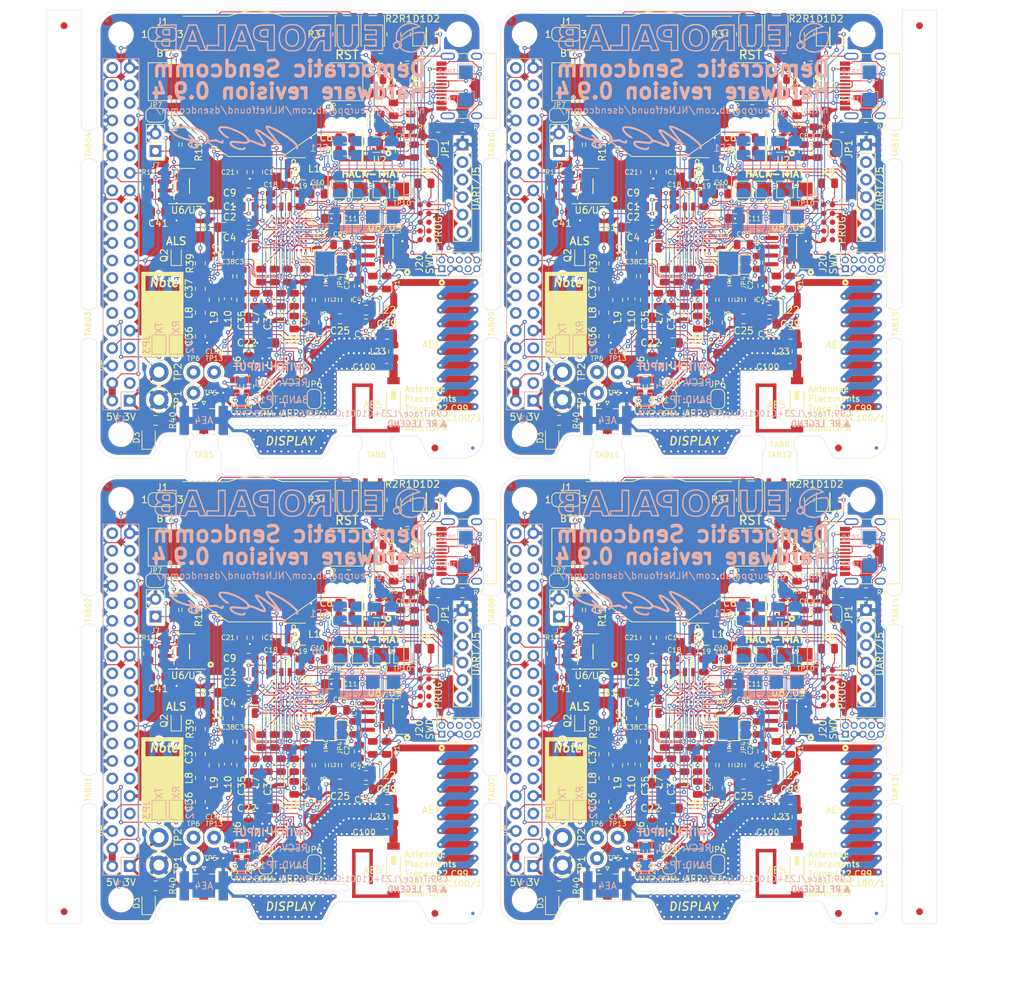
<source format=kicad_pcb>
(kicad_pcb (version 20171130) (host pcbnew 5.1.5+dfsg1-2build2)

  (general
    (thickness 1.6)
    (drawings 570)
    (tracks 5992)
    (zones 0)
    (modules 627)
    (nets 130)
  )

  (page A3)
  (title_block
    (title "Democratic Sendcomm")
    (date 2021-01-16)
    (rev 0.9.4)
    (company "Europalab Devices")
    (comment 1 "Copyright © 2021, Europalab Devices")
    (comment 2 "Fulfilling requirements of 20200210")
    (comment 3 "Pending quality assurance testing")
    (comment 4 "Release revision for manufacturing")
  )

  (layers
    (0 F.Cu signal)
    (1 In1.Cu power)
    (2 In2.Cu power)
    (31 B.Cu signal)
    (34 B.Paste user)
    (35 F.Paste user)
    (36 B.SilkS user)
    (37 F.SilkS user)
    (38 B.Mask user)
    (39 F.Mask user)
    (40 Dwgs.User user)
    (41 Cmts.User user)
    (44 Edge.Cuts user)
    (45 Margin user)
    (46 B.CrtYd user)
    (47 F.CrtYd user)
    (48 B.Fab user)
    (49 F.Fab user)
  )

  (setup
    (last_trace_width 0.127)
    (user_trace_width 0.1016)
    (user_trace_width 0.127)
    (user_trace_width 0.2)
    (user_trace_width 0.4)
    (user_trace_width 1.016)
    (user_trace_width 0.1016)
    (user_trace_width 0.127)
    (user_trace_width 0.2)
    (user_trace_width 0.4)
    (user_trace_width 1.016)
    (user_trace_width 0.1016)
    (user_trace_width 0.127)
    (user_trace_width 0.2)
    (user_trace_width 0.4)
    (user_trace_width 1.016)
    (user_trace_width 0.1016)
    (user_trace_width 0.127)
    (user_trace_width 0.2)
    (user_trace_width 0.4)
    (user_trace_width 1.016)
    (user_trace_width 0.1016)
    (user_trace_width 0.127)
    (user_trace_width 0.2)
    (user_trace_width 0.4)
    (user_trace_width 1.016)
    (trace_clearance 0.127)
    (zone_clearance 0.508)
    (zone_45_only no)
    (trace_min 0.09)
    (via_size 0.6)
    (via_drill 0.3)
    (via_min_size 0.356)
    (via_min_drill 0.2)
    (user_via 0.356 0.2)
    (user_via 0.45 0.2)
    (user_via 0.356 0.2)
    (user_via 0.45 0.2)
    (user_via 0.356 0.2)
    (user_via 0.45 0.2)
    (user_via 0.356 0.2)
    (user_via 0.45 0.2)
    (user_via 0.356 0.2)
    (user_via 0.45 0.2)
    (uvia_size 0.45)
    (uvia_drill 0.1)
    (uvias_allowed no)
    (uvia_min_size 0.45)
    (uvia_min_drill 0.1)
    (edge_width 0.05)
    (segment_width 0.1)
    (pcb_text_width 0.25)
    (pcb_text_size 1 1)
    (mod_edge_width 0.15)
    (mod_text_size 1 1)
    (mod_text_width 0.15)
    (pad_size 2 1.5)
    (pad_drill 0)
    (pad_to_mask_clearance 0)
    (aux_axis_origin 0 0)
    (visible_elements 7FFFF7FF)
    (pcbplotparams
      (layerselection 0x313fc_ffffffff)
      (usegerberextensions true)
      (usegerberattributes false)
      (usegerberadvancedattributes false)
      (creategerberjobfile false)
      (excludeedgelayer true)
      (linewidth 0.150000)
      (plotframeref false)
      (viasonmask false)
      (mode 1)
      (useauxorigin false)
      (hpglpennumber 1)
      (hpglpenspeed 20)
      (hpglpendiameter 15.000000)
      (psnegative false)
      (psa4output false)
      (plotreference true)
      (plotvalue true)
      (plotinvisibletext false)
      (padsonsilk false)
      (subtractmaskfromsilk false)
      (outputformat 4)
      (mirror false)
      (drillshape 0)
      (scaleselection 1)
      (outputdirectory "fabsingle"))
  )

  (net 0 "")
  (net 1 GND)
  (net 2 "Net-(AE1-Pad1)")
  (net 3 /Sheet5F53D5B4/RFSWPWR)
  (net 4 "Net-(C8-Pad1)")
  (net 5 /Sheet5F53D5B4/POWAMP)
  (net 6 "Net-(C13-Pad1)")
  (net 7 /Sheet5F53D5B4/HFOUT)
  (net 8 +3V3)
  (net 9 "Net-(C29-Pad1)")
  (net 10 /Sheet5F53D5B4/HPOUT)
  (net 11 /Sheet5F53D5B4/HFIN)
  (net 12 /Sheet5F53D5B4/BANDSEL)
  (net 13 "Net-(BT1-Pad1)")
  (net 14 /Sheet5F53D5B4/USB_BUS)
  (net 15 "Net-(C33-Pad1)")
  (net 16 "Net-(C34-Pad1)")
  (net 17 /Sheet5F53D5B4/CMDRST)
  (net 18 "Net-(D1-Pad2)")
  (net 19 "Net-(D1-Pad1)")
  (net 20 "Net-(D2-Pad1)")
  (net 21 "Net-(D2-Pad2)")
  (net 22 /Sheet5F53D5B4/USB_P)
  (net 23 /Sheet5F53D5B4/USB_N)
  (net 24 /Sheet60040980/ID_SD)
  (net 25 /Sheet60040980/ID_SC)
  (net 26 /Sheet5F53D5B4/SWDCLK)
  (net 27 "Net-(J3-Pad7)")
  (net 28 "Net-(J3-Pad8)")
  (net 29 "Net-(J4-Pad6)")
  (net 30 /Sheet5F53D5B4/CN_VBAT)
  (net 31 /Sheet5F53D5B4/XCEIV)
  (net 32 "Net-(AE5-Pad2)")
  (net 33 "Net-(C1-Pad1)")
  (net 34 "Net-(C7-Pad1)")
  (net 35 "Net-(C14-Pad1)")
  (net 36 "Net-(C17-Pad1)")
  (net 37 "Net-(C18-Pad2)")
  (net 38 "Net-(C19-Pad2)")
  (net 39 "Net-(C23-Pad2)")
  (net 40 "Net-(C23-Pad1)")
  (net 41 "Net-(C24-Pad1)")
  (net 42 "Net-(C24-Pad2)")
  (net 43 "Net-(C29-Pad2)")
  (net 44 "Net-(C33-Pad2)")
  (net 45 "Net-(C35-Pad2)")
  (net 46 "Net-(C40-Pad1)")
  (net 47 "Net-(J2-PadB5)")
  (net 48 "Net-(J2-PadA8)")
  (net 49 "Net-(J2-PadA5)")
  (net 50 "Net-(J2-PadB8)")
  (net 51 "Net-(J3-Pad2)")
  (net 52 "Net-(J3-Pad3)")
  (net 53 "Net-(J3-Pad5)")
  (net 54 "Net-(J3-Pad10)")
  (net 55 "Net-(J3-Pad11)")
  (net 56 "Net-(J3-Pad12)")
  (net 57 "Net-(J3-Pad13)")
  (net 58 "Net-(J3-Pad15)")
  (net 59 "Net-(J3-Pad16)")
  (net 60 "Net-(J3-Pad18)")
  (net 61 "Net-(J3-Pad19)")
  (net 62 "Net-(J3-Pad21)")
  (net 63 "Net-(J3-Pad22)")
  (net 64 "Net-(J3-Pad23)")
  (net 65 "Net-(J3-Pad24)")
  (net 66 "Net-(J3-Pad26)")
  (net 67 "Net-(J3-Pad29)")
  (net 68 "Net-(J3-Pad31)")
  (net 69 "Net-(J3-Pad32)")
  (net 70 "Net-(J3-Pad33)")
  (net 71 "Net-(J3-Pad35)")
  (net 72 "Net-(J3-Pad36)")
  (net 73 "Net-(J3-Pad38)")
  (net 74 "Net-(J3-Pad40)")
  (net 75 "Net-(J4-Pad7)")
  (net 76 "Net-(J4-Pad8)")
  (net 77 "Net-(J5-Pad2)")
  (net 78 "Net-(J5-Pad3)")
  (net 79 "Net-(J5-Pad6)")
  (net 80 "Net-(J6-Pad1)")
  (net 81 "Net-(L1-Pad2)")
  (net 82 "Net-(R3-Pad1)")
  (net 83 "Net-(R4-Pad1)")
  (net 84 "Net-(R4-Pad2)")
  (net 85 "Net-(U2-Pad5)")
  (net 86 "Net-(U3-PadG1)")
  (net 87 "Net-(U3-PadH1)")
  (net 88 "Net-(U3-PadE3)")
  (net 89 "Net-(U3-PadE4)")
  (net 90 "Net-(U3-PadF4)")
  (net 91 "Net-(U3-PadC7)")
  (net 92 "Net-(U3-PadD7)")
  (net 93 "Net-(U5-Pad3)")
  (net 94 "Net-(U5-Pad4)")
  (net 95 "Net-(U8-Pad7)")
  (net 96 "Net-(U8-Pad3)")
  (net 97 "Net-(U8-Pad2)")
  (net 98 "Net-(U8-Pad1)")
  (net 99 "Net-(U9-Pad1)")
  (net 100 "Net-(U9-Pad2)")
  (net 101 "Net-(U9-Pad3)")
  (net 102 "Net-(U9-Pad7)")
  (net 103 /Sheet5F53D5B4/SWDIO)
  (net 104 "Net-(AE2-Pad1)")
  (net 105 "Net-(AE4-Pad1)")
  (net 106 "Net-(AE5-Pad1)")
  (net 107 "Net-(J6-Pad2)")
  (net 108 "Net-(J6-Pad3)")
  (net 109 "Net-(J6-Pad4)")
  (net 110 "Net-(J7-Pad1)")
  (net 111 "Net-(C95-Pad1)")
  (net 112 /TP_SCL)
  (net 113 /TP_SDA)
  (net 114 "Net-(J20-Pad6)")
  (net 115 "Net-(J20-Pad7)")
  (net 116 "Net-(J20-Pad8)")
  (net 117 "Net-(Q2-Pad2)")
  (net 118 EXT_UART_TX)
  (net 119 EXT_UART_RX)
  (net 120 USB_TST)
  (net 121 "Net-(TP13-Pad1)")
  (net 122 "Net-(C94-Pad2)")
  (net 123 /Sheet5F53D5B4/CRY_XIN-RSVD)
  (net 124 /Sheet5F53D5B4/CRY_XOUT-RSVD)
  (net 125 "Net-(C97-Pad1)")
  (net 126 "Net-(C101-Pad1)")
  (net 127 "Net-(D3-Pad2)")
  (net 128 "Net-(JP4-Pad1)")
  (net 129 "Net-(U3-PadE5)")

  (net_class Default "This is the default net class."
    (clearance 0.127)
    (trace_width 0.127)
    (via_dia 0.6)
    (via_drill 0.3)
    (uvia_dia 0.45)
    (uvia_drill 0.1)
    (add_net +3V3)
    (add_net /Sheet5F53D5B4/BANDSEL)
    (add_net /Sheet5F53D5B4/CMDRST)
    (add_net /Sheet5F53D5B4/CN_VBAT)
    (add_net /Sheet5F53D5B4/CRY_XIN-RSVD)
    (add_net /Sheet5F53D5B4/CRY_XOUT-RSVD)
    (add_net /Sheet5F53D5B4/HFIN)
    (add_net /Sheet5F53D5B4/HFOUT)
    (add_net /Sheet5F53D5B4/HPOUT)
    (add_net /Sheet5F53D5B4/POWAMP)
    (add_net /Sheet5F53D5B4/RFSWPWR)
    (add_net /Sheet5F53D5B4/SWDCLK)
    (add_net /Sheet5F53D5B4/SWDIO)
    (add_net /Sheet5F53D5B4/USB_BUS)
    (add_net /Sheet5F53D5B4/USB_N)
    (add_net /Sheet5F53D5B4/USB_P)
    (add_net /Sheet5F53D5B4/XCEIV)
    (add_net /Sheet60040980/ID_SC)
    (add_net /Sheet60040980/ID_SD)
    (add_net /TP_SCL)
    (add_net /TP_SDA)
    (add_net EXT_UART_RX)
    (add_net EXT_UART_TX)
    (add_net GND)
    (add_net "Net-(AE1-Pad1)")
    (add_net "Net-(AE2-Pad1)")
    (add_net "Net-(AE4-Pad1)")
    (add_net "Net-(AE5-Pad1)")
    (add_net "Net-(AE5-Pad2)")
    (add_net "Net-(BT1-Pad1)")
    (add_net "Net-(C1-Pad1)")
    (add_net "Net-(C101-Pad1)")
    (add_net "Net-(C13-Pad1)")
    (add_net "Net-(C14-Pad1)")
    (add_net "Net-(C17-Pad1)")
    (add_net "Net-(C18-Pad2)")
    (add_net "Net-(C19-Pad2)")
    (add_net "Net-(C23-Pad1)")
    (add_net "Net-(C23-Pad2)")
    (add_net "Net-(C24-Pad1)")
    (add_net "Net-(C24-Pad2)")
    (add_net "Net-(C29-Pad1)")
    (add_net "Net-(C29-Pad2)")
    (add_net "Net-(C33-Pad1)")
    (add_net "Net-(C33-Pad2)")
    (add_net "Net-(C34-Pad1)")
    (add_net "Net-(C35-Pad2)")
    (add_net "Net-(C40-Pad1)")
    (add_net "Net-(C7-Pad1)")
    (add_net "Net-(C8-Pad1)")
    (add_net "Net-(C94-Pad2)")
    (add_net "Net-(C95-Pad1)")
    (add_net "Net-(C97-Pad1)")
    (add_net "Net-(D1-Pad1)")
    (add_net "Net-(D1-Pad2)")
    (add_net "Net-(D2-Pad1)")
    (add_net "Net-(D2-Pad2)")
    (add_net "Net-(D3-Pad2)")
    (add_net "Net-(J2-PadA5)")
    (add_net "Net-(J2-PadA8)")
    (add_net "Net-(J2-PadB5)")
    (add_net "Net-(J2-PadB8)")
    (add_net "Net-(J20-Pad6)")
    (add_net "Net-(J20-Pad7)")
    (add_net "Net-(J20-Pad8)")
    (add_net "Net-(J3-Pad10)")
    (add_net "Net-(J3-Pad11)")
    (add_net "Net-(J3-Pad12)")
    (add_net "Net-(J3-Pad13)")
    (add_net "Net-(J3-Pad15)")
    (add_net "Net-(J3-Pad16)")
    (add_net "Net-(J3-Pad18)")
    (add_net "Net-(J3-Pad19)")
    (add_net "Net-(J3-Pad2)")
    (add_net "Net-(J3-Pad21)")
    (add_net "Net-(J3-Pad22)")
    (add_net "Net-(J3-Pad23)")
    (add_net "Net-(J3-Pad24)")
    (add_net "Net-(J3-Pad26)")
    (add_net "Net-(J3-Pad29)")
    (add_net "Net-(J3-Pad3)")
    (add_net "Net-(J3-Pad31)")
    (add_net "Net-(J3-Pad32)")
    (add_net "Net-(J3-Pad33)")
    (add_net "Net-(J3-Pad35)")
    (add_net "Net-(J3-Pad36)")
    (add_net "Net-(J3-Pad38)")
    (add_net "Net-(J3-Pad40)")
    (add_net "Net-(J3-Pad5)")
    (add_net "Net-(J3-Pad7)")
    (add_net "Net-(J3-Pad8)")
    (add_net "Net-(J4-Pad6)")
    (add_net "Net-(J4-Pad7)")
    (add_net "Net-(J4-Pad8)")
    (add_net "Net-(J5-Pad2)")
    (add_net "Net-(J5-Pad3)")
    (add_net "Net-(J5-Pad6)")
    (add_net "Net-(J6-Pad1)")
    (add_net "Net-(J6-Pad2)")
    (add_net "Net-(J6-Pad3)")
    (add_net "Net-(J6-Pad4)")
    (add_net "Net-(J7-Pad1)")
    (add_net "Net-(JP4-Pad1)")
    (add_net "Net-(L1-Pad2)")
    (add_net "Net-(Q2-Pad2)")
    (add_net "Net-(R3-Pad1)")
    (add_net "Net-(R4-Pad1)")
    (add_net "Net-(R4-Pad2)")
    (add_net "Net-(TP13-Pad1)")
    (add_net "Net-(U2-Pad5)")
    (add_net "Net-(U3-PadC7)")
    (add_net "Net-(U3-PadD7)")
    (add_net "Net-(U3-PadE3)")
    (add_net "Net-(U3-PadE4)")
    (add_net "Net-(U3-PadE5)")
    (add_net "Net-(U3-PadF4)")
    (add_net "Net-(U3-PadG1)")
    (add_net "Net-(U3-PadH1)")
    (add_net "Net-(U5-Pad3)")
    (add_net "Net-(U5-Pad4)")
    (add_net "Net-(U8-Pad1)")
    (add_net "Net-(U8-Pad2)")
    (add_net "Net-(U8-Pad3)")
    (add_net "Net-(U8-Pad7)")
    (add_net "Net-(U9-Pad1)")
    (add_net "Net-(U9-Pad2)")
    (add_net "Net-(U9-Pad3)")
    (add_net "Net-(U9-Pad7)")
    (add_net USB_TST)
  )

  (net_class Power ""
    (clearance 0.2)
    (trace_width 0.5)
    (via_dia 1)
    (via_drill 0.7)
    (uvia_dia 0.5)
    (uvia_drill 0.1)
  )

  (module Elabdev:Panel_Mousetab_25mm_Single (layer F.Cu) (tedit 5CD9E502) (tstamp 600453A0)
    (at 122.75 141.25 270)
    (path /5CD9EB0D)
    (fp_text reference TAB8 (at 0 0) (layer F.SilkS) hide
      (effects (font (size 0.8 0.8) (thickness 0.13)))
    )
    (fp_text value Pantab (at -3.25 0 180) (layer F.Fab)
      (effects (font (size 1 1) (thickness 0.15)))
    )
    (fp_line (start 1.25 -2.2) (end 1.25 2.2) (layer F.Fab) (width 0.15))
    (fp_line (start -1.25 -2.2) (end -1.25 2.2) (layer F.Fab) (width 0.15))
    (fp_line (start 2.1 -2.6) (end 2.1 2.6) (layer F.CrtYd) (width 0.15))
    (fp_line (start 2.1 2.6) (end -2.1 2.6) (layer F.CrtYd) (width 0.15))
    (fp_line (start -2.1 2.6) (end -2.1 -2.6) (layer F.CrtYd) (width 0.15))
    (fp_line (start -2.1 -2.6) (end 2.1 -2.6) (layer F.CrtYd) (width 0.15))
    (pad "" np_thru_hole circle (at 1.35 2 270) (size 0.5 0.5) (drill 0.5) (layers *.Cu))
    (pad "" np_thru_hole circle (at 1.35 1.2 270) (size 0.5 0.5) (drill 0.5) (layers *.Cu))
    (pad "" np_thru_hole circle (at 1.35 0.4 270) (size 0.5 0.5) (drill 0.5) (layers *.Cu))
    (pad "" np_thru_hole circle (at 1.35 -0.4 270) (size 0.5 0.5) (drill 0.5) (layers *.Cu))
    (pad "" np_thru_hole circle (at 1.35 -1.2 270) (size 0.5 0.5) (drill 0.5) (layers *.Cu))
    (pad "" np_thru_hole circle (at 1.35 -2 270) (size 0.5 0.5) (drill 0.5) (layers *.Cu))
  )

  (module Elabdev:Panel_Mousetab_25mm_Single (layer F.Cu) (tedit 5CD9E502) (tstamp 6003D4B6)
    (at 122.75 138 90)
    (path /5CD9EB0D)
    (fp_text reference TAB6 (at -1.5 0) (layer F.SilkS)
      (effects (font (size 0.8 0.8) (thickness 0.13)))
    )
    (fp_text value Pantab (at -3.25 0 180) (layer F.Fab)
      (effects (font (size 1 1) (thickness 0.15)))
    )
    (fp_line (start -2.1 -2.6) (end 2.1 -2.6) (layer F.CrtYd) (width 0.15))
    (fp_line (start -2.1 2.6) (end -2.1 -2.6) (layer F.CrtYd) (width 0.15))
    (fp_line (start 2.1 2.6) (end -2.1 2.6) (layer F.CrtYd) (width 0.15))
    (fp_line (start 2.1 -2.6) (end 2.1 2.6) (layer F.CrtYd) (width 0.15))
    (fp_line (start -1.25 -2.2) (end -1.25 2.2) (layer F.Fab) (width 0.15))
    (fp_line (start 1.25 -2.2) (end 1.25 2.2) (layer F.Fab) (width 0.15))
    (pad "" np_thru_hole circle (at 1.35 -2 90) (size 0.5 0.5) (drill 0.5) (layers *.Cu))
    (pad "" np_thru_hole circle (at 1.35 -1.2 90) (size 0.5 0.5) (drill 0.5) (layers *.Cu))
    (pad "" np_thru_hole circle (at 1.35 -0.4 90) (size 0.5 0.5) (drill 0.5) (layers *.Cu))
    (pad "" np_thru_hole circle (at 1.35 0.4 90) (size 0.5 0.5) (drill 0.5) (layers *.Cu))
    (pad "" np_thru_hole circle (at 1.35 1.2 90) (size 0.5 0.5) (drill 0.5) (layers *.Cu))
    (pad "" np_thru_hole circle (at 1.35 2 90) (size 0.5 0.5) (drill 0.5) (layers *.Cu))
  )

  (module Elabdev:Panel_Mousetab_25mm_Single (layer F.Cu) (tedit 5CD9E502) (tstamp 60045457)
    (at 97.75 141.25 270)
    (path /5CD9EB0D)
    (fp_text reference TAB1 (at 0 0) (layer F.SilkS) hide
      (effects (font (size 0.8 0.8) (thickness 0.13)))
    )
    (fp_text value Pantab (at -3.25 0 180) (layer F.Fab)
      (effects (font (size 1 1) (thickness 0.15)))
    )
    (fp_line (start 1.25 -2.2) (end 1.25 2.2) (layer F.Fab) (width 0.15))
    (fp_line (start -1.25 -2.2) (end -1.25 2.2) (layer F.Fab) (width 0.15))
    (fp_line (start 2.1 -2.6) (end 2.1 2.6) (layer F.CrtYd) (width 0.15))
    (fp_line (start 2.1 2.6) (end -2.1 2.6) (layer F.CrtYd) (width 0.15))
    (fp_line (start -2.1 2.6) (end -2.1 -2.6) (layer F.CrtYd) (width 0.15))
    (fp_line (start -2.1 -2.6) (end 2.1 -2.6) (layer F.CrtYd) (width 0.15))
    (pad "" np_thru_hole circle (at 1.35 2 270) (size 0.5 0.5) (drill 0.5) (layers *.Cu))
    (pad "" np_thru_hole circle (at 1.35 1.2 270) (size 0.5 0.5) (drill 0.5) (layers *.Cu))
    (pad "" np_thru_hole circle (at 1.35 0.4 270) (size 0.5 0.5) (drill 0.5) (layers *.Cu))
    (pad "" np_thru_hole circle (at 1.35 -0.4 270) (size 0.5 0.5) (drill 0.5) (layers *.Cu))
    (pad "" np_thru_hole circle (at 1.35 -1.2 270) (size 0.5 0.5) (drill 0.5) (layers *.Cu))
    (pad "" np_thru_hole circle (at 1.35 -2 270) (size 0.5 0.5) (drill 0.5) (layers *.Cu))
  )

  (module Elabdev:Panel_Mousetab_25mm_Single (layer F.Cu) (tedit 5CD9E502) (tstamp 6003D408)
    (at 97.75 138 90)
    (path /5CD9EB0D)
    (fp_text reference TAB5 (at -1.5 0) (layer F.SilkS)
      (effects (font (size 0.8 0.8) (thickness 0.13)))
    )
    (fp_text value Pantab (at -3.25 0 180) (layer F.Fab)
      (effects (font (size 1 1) (thickness 0.15)))
    )
    (fp_line (start -2.1 -2.6) (end 2.1 -2.6) (layer F.CrtYd) (width 0.15))
    (fp_line (start -2.1 2.6) (end -2.1 -2.6) (layer F.CrtYd) (width 0.15))
    (fp_line (start 2.1 2.6) (end -2.1 2.6) (layer F.CrtYd) (width 0.15))
    (fp_line (start 2.1 -2.6) (end 2.1 2.6) (layer F.CrtYd) (width 0.15))
    (fp_line (start -1.25 -2.2) (end -1.25 2.2) (layer F.Fab) (width 0.15))
    (fp_line (start 1.25 -2.2) (end 1.25 2.2) (layer F.Fab) (width 0.15))
    (pad "" np_thru_hole circle (at 1.35 -2 90) (size 0.5 0.5) (drill 0.5) (layers *.Cu))
    (pad "" np_thru_hole circle (at 1.35 -1.2 90) (size 0.5 0.5) (drill 0.5) (layers *.Cu))
    (pad "" np_thru_hole circle (at 1.35 -0.4 90) (size 0.5 0.5) (drill 0.5) (layers *.Cu))
    (pad "" np_thru_hole circle (at 1.35 0.4 90) (size 0.5 0.5) (drill 0.5) (layers *.Cu))
    (pad "" np_thru_hole circle (at 1.35 1.2 90) (size 0.5 0.5) (drill 0.5) (layers *.Cu))
    (pad "" np_thru_hole circle (at 1.35 2 90) (size 0.5 0.5) (drill 0.5) (layers *.Cu))
  )

  (module Capacitor_SMD:C_0805_2012Metric (layer F.Cu) (tedit 5B36C52B) (tstamp 60066C33)
    (at 104.25 171 180)
    (descr "Capacitor SMD 0805 (2012 Metric), square (rectangular) end terminal, IPC_7351 nominal, (Body size source: https://docs.google.com/spreadsheets/d/1BsfQQcO9C6DZCsRaXUlFlo91Tg2WpOkGARC1WS5S8t0/edit?usp=sharing), generated with kicad-footprint-generator")
    (tags capacitor)
    (path /5F53D5B5/5F81B8EA)
    (attr smd)
    (fp_text reference C1 (at 2.75 0) (layer F.SilkS)
      (effects (font (size 1 1) (thickness 0.15)))
    )
    (fp_text value 0,1uF (at 0 1.65) (layer F.Fab)
      (effects (font (size 1 1) (thickness 0.15)))
    )
    (fp_line (start -1 0.6) (end -1 -0.6) (layer F.Fab) (width 0.1))
    (fp_line (start -1 -0.6) (end 1 -0.6) (layer F.Fab) (width 0.1))
    (fp_line (start 1 -0.6) (end 1 0.6) (layer F.Fab) (width 0.1))
    (fp_line (start 1 0.6) (end -1 0.6) (layer F.Fab) (width 0.1))
    (fp_line (start -0.258578 -0.71) (end 0.258578 -0.71) (layer F.SilkS) (width 0.12))
    (fp_line (start -0.258578 0.71) (end 0.258578 0.71) (layer F.SilkS) (width 0.12))
    (fp_line (start -1.68 0.95) (end -1.68 -0.95) (layer F.CrtYd) (width 0.05))
    (fp_line (start -1.68 -0.95) (end 1.68 -0.95) (layer F.CrtYd) (width 0.05))
    (fp_line (start 1.68 -0.95) (end 1.68 0.95) (layer F.CrtYd) (width 0.05))
    (fp_line (start 1.68 0.95) (end -1.68 0.95) (layer F.CrtYd) (width 0.05))
    (fp_text user %R (at 0 0) (layer F.Fab)
      (effects (font (size 0.5 0.5) (thickness 0.08)))
    )
    (pad 1 smd roundrect (at -0.9375 0 180) (size 0.975 1.4) (layers F.Cu F.Paste F.Mask) (roundrect_rratio 0.25)
      (net 33 "Net-(C1-Pad1)"))
    (pad 2 smd roundrect (at 0.9375 0 180) (size 0.975 1.4) (layers F.Cu F.Paste F.Mask) (roundrect_rratio 0.25)
      (net 1 GND))
    (model ${KISYS3DMOD}/Capacitor_SMD.3dshapes/C_0805_2012Metric.wrl
      (at (xyz 0 0 0))
      (scale (xyz 1 1 1))
      (rotate (xyz 0 0 0))
    )
  )

  (module Capacitor_SMD:C_0805_2012Metric (layer F.Cu) (tedit 5B36C52B) (tstamp 60066C22)
    (at 104.25 173 180)
    (descr "Capacitor SMD 0805 (2012 Metric), square (rectangular) end terminal, IPC_7351 nominal, (Body size source: https://docs.google.com/spreadsheets/d/1BsfQQcO9C6DZCsRaXUlFlo91Tg2WpOkGARC1WS5S8t0/edit?usp=sharing), generated with kicad-footprint-generator")
    (tags capacitor)
    (path /5F53D5B5/5F80DBCB)
    (attr smd)
    (fp_text reference C2 (at 2.75 0.5 180) (layer F.SilkS)
      (effects (font (size 1 1) (thickness 0.15)))
    )
    (fp_text value 0,1uF (at 0 1.65 180) (layer F.Fab)
      (effects (font (size 1 1) (thickness 0.15)))
    )
    (fp_text user %R (at 0 0 180) (layer F.Fab)
      (effects (font (size 0.5 0.5) (thickness 0.08)))
    )
    (fp_line (start 1.68 0.95) (end -1.68 0.95) (layer F.CrtYd) (width 0.05))
    (fp_line (start 1.68 -0.95) (end 1.68 0.95) (layer F.CrtYd) (width 0.05))
    (fp_line (start -1.68 -0.95) (end 1.68 -0.95) (layer F.CrtYd) (width 0.05))
    (fp_line (start -1.68 0.95) (end -1.68 -0.95) (layer F.CrtYd) (width 0.05))
    (fp_line (start -0.258578 0.71) (end 0.258578 0.71) (layer F.SilkS) (width 0.12))
    (fp_line (start -0.258578 -0.71) (end 0.258578 -0.71) (layer F.SilkS) (width 0.12))
    (fp_line (start 1 0.6) (end -1 0.6) (layer F.Fab) (width 0.1))
    (fp_line (start 1 -0.6) (end 1 0.6) (layer F.Fab) (width 0.1))
    (fp_line (start -1 -0.6) (end 1 -0.6) (layer F.Fab) (width 0.1))
    (fp_line (start -1 0.6) (end -1 -0.6) (layer F.Fab) (width 0.1))
    (pad 2 smd roundrect (at 0.9375 0 180) (size 0.975 1.4) (layers F.Cu F.Paste F.Mask) (roundrect_rratio 0.25)
      (net 1 GND))
    (pad 1 smd roundrect (at -0.9375 0 180) (size 0.975 1.4) (layers F.Cu F.Paste F.Mask) (roundrect_rratio 0.25)
      (net 33 "Net-(C1-Pad1)"))
    (model ${KISYS3DMOD}/Capacitor_SMD.3dshapes/C_0805_2012Metric.wrl
      (at (xyz 0 0 0))
      (scale (xyz 1 1 1))
      (rotate (xyz 0 0 0))
    )
  )

  (module MountingHole:MountingHole_2.7mm_M2.5 (layer F.Cu) (tedit 56D1B4CB) (tstamp 60066C1B)
    (at 85.75 204)
    (descr "Mounting Hole 2.7mm, no annular, M2.5")
    (tags "mounting hole 2.7mm no annular m2.5")
    (path /5F740885)
    (attr virtual)
    (fp_text reference MH3 (at 3.5 0 180) (layer F.SilkS) hide
      (effects (font (size 1 1) (thickness 0.15)))
    )
    (fp_text value MountingHole (at 0 3.7) (layer F.Fab)
      (effects (font (size 1 1) (thickness 0.15)))
    )
    (fp_text user %R (at 0.3 0) (layer F.Fab)
      (effects (font (size 1 1) (thickness 0.15)))
    )
    (fp_circle (center 0 0) (end 2.7 0) (layer Cmts.User) (width 0.15))
    (fp_circle (center 0 0) (end 2.95 0) (layer F.CrtYd) (width 0.05))
    (pad 1 np_thru_hole circle (at 0 0) (size 2.7 2.7) (drill 2.7) (layers *.Cu *.Mask))
  )

  (module Package_SO:SOIC-8_3.9x4.9mm_P1.27mm (layer F.Cu) (tedit 5FE7801E) (tstamp 60066C02)
    (at 124.054999 177.444999 180)
    (descr "SOIC, 8 Pin (JEDEC MS-012AA, https://www.analog.com/media/en/package-pcb-resources/package/pkg_pdf/soic_narrow-r/r_8.pdf), generated with kicad-footprint-generator ipc_gullwing_generator.py")
    (tags "SOIC SO")
    (path /601C3EDE/5F74CA64)
    (attr smd)
    (fp_text reference U9 (at -1.445001 3.444999) (layer F.SilkS)
      (effects (font (size 1 1) (thickness 0.15)))
    )
    (fp_text value ATECC608B (at 0 3.4) (layer F.Fab)
      (effects (font (size 1 1) (thickness 0.15)))
    )
    (fp_text user %R (at 0 0) (layer F.Fab)
      (effects (font (size 0.98 0.98) (thickness 0.15)))
    )
    (fp_line (start 3.7 -2.7) (end -3.7 -2.7) (layer F.CrtYd) (width 0.05))
    (fp_line (start 3.7 2.7) (end 3.7 -2.7) (layer F.CrtYd) (width 0.05))
    (fp_line (start -3.7 2.7) (end 3.7 2.7) (layer F.CrtYd) (width 0.05))
    (fp_line (start -3.7 -2.7) (end -3.7 2.7) (layer F.CrtYd) (width 0.05))
    (fp_line (start -1.95 -1.475) (end -0.975 -2.45) (layer F.Fab) (width 0.1))
    (fp_line (start -1.95 2.45) (end -1.95 -1.475) (layer F.Fab) (width 0.1))
    (fp_line (start 1.95 2.45) (end -1.95 2.45) (layer F.Fab) (width 0.1))
    (fp_line (start 1.95 -2.45) (end 1.95 2.45) (layer F.Fab) (width 0.1))
    (fp_line (start -0.975 -2.45) (end 1.95 -2.45) (layer F.Fab) (width 0.1))
    (fp_line (start 0 -2.56) (end -3.45 -2.56) (layer F.SilkS) (width 0.12))
    (fp_line (start 0 -2.56) (end 1.95 -2.56) (layer F.SilkS) (width 0.12))
    (fp_line (start 0 2.56) (end -1.95 2.56) (layer F.SilkS) (width 0.12))
    (fp_line (start 0 2.56) (end 1.95 2.56) (layer F.SilkS) (width 0.12))
    (pad 8 smd roundrect (at 2.475 -1.905 180) (size 1.95 0.6) (layers F.Cu F.Mask) (roundrect_rratio 0.25)
      (net 8 +3V3))
    (pad 7 smd roundrect (at 2.475 -0.635 180) (size 1.95 0.6) (layers F.Cu F.Mask) (roundrect_rratio 0.25)
      (net 102 "Net-(U9-Pad7)"))
    (pad 6 smd roundrect (at 2.475 0.635 180) (size 1.95 0.6) (layers F.Cu F.Mask) (roundrect_rratio 0.25)
      (net 112 /TP_SCL))
    (pad 5 smd roundrect (at 2.475 1.905 180) (size 1.95 0.6) (layers F.Cu F.Mask) (roundrect_rratio 0.25)
      (net 113 /TP_SDA))
    (pad 4 smd roundrect (at -2.475 1.905 180) (size 1.95 0.6) (layers F.Cu F.Mask) (roundrect_rratio 0.25)
      (net 1 GND))
    (pad 3 smd roundrect (at -2.475 0.635 180) (size 1.95 0.6) (layers F.Cu F.Mask) (roundrect_rratio 0.25)
      (net 101 "Net-(U9-Pad3)"))
    (pad 2 smd roundrect (at -2.475 -0.635 180) (size 1.95 0.6) (layers F.Cu F.Mask) (roundrect_rratio 0.25)
      (net 100 "Net-(U9-Pad2)"))
    (pad 1 smd roundrect (at -2.475 -1.905 180) (size 1.95 0.6) (layers F.Cu F.Mask) (roundrect_rratio 0.25)
      (net 99 "Net-(U9-Pad1)"))
    (model ${KISYS3DMOD}/Package_SO.3dshapes/SOIC-8_3.9x4.9mm_P1.27mm.wrl
      (at (xyz 0 0 0))
      (scale (xyz 1 1 1))
      (rotate (xyz 0 0 0))
    )
  )

  (module Capacitor_SMD:C_0805_2012Metric (layer F.Cu) (tedit 5B36C52B) (tstamp 60066BF2)
    (at 111.75 170.0625 270)
    (descr "Capacitor SMD 0805 (2012 Metric), square (rectangular) end terminal, IPC_7351 nominal, (Body size source: https://docs.google.com/spreadsheets/d/1BsfQQcO9C6DZCsRaXUlFlo91Tg2WpOkGARC1WS5S8t0/edit?usp=sharing), generated with kicad-footprint-generator")
    (tags capacitor)
    (path /5F53D5B5/5F609CF5)
    (attr smd)
    (fp_text reference C19 (at -2.0625 0 180) (layer F.SilkS)
      (effects (font (size 0.7 0.7) (thickness 0.1)))
    )
    (fp_text value 18pF (at 0 1.65 90) (layer F.Fab)
      (effects (font (size 1 1) (thickness 0.15)))
    )
    (fp_text user %R (at 0 0 90) (layer F.Fab)
      (effects (font (size 0.5 0.5) (thickness 0.08)))
    )
    (fp_line (start 1.68 0.95) (end -1.68 0.95) (layer F.CrtYd) (width 0.05))
    (fp_line (start 1.68 -0.95) (end 1.68 0.95) (layer F.CrtYd) (width 0.05))
    (fp_line (start -1.68 -0.95) (end 1.68 -0.95) (layer F.CrtYd) (width 0.05))
    (fp_line (start -1.68 0.95) (end -1.68 -0.95) (layer F.CrtYd) (width 0.05))
    (fp_line (start -0.258578 0.71) (end 0.258578 0.71) (layer F.SilkS) (width 0.12))
    (fp_line (start -0.258578 -0.71) (end 0.258578 -0.71) (layer F.SilkS) (width 0.12))
    (fp_line (start 1 0.6) (end -1 0.6) (layer F.Fab) (width 0.1))
    (fp_line (start 1 -0.6) (end 1 0.6) (layer F.Fab) (width 0.1))
    (fp_line (start -1 -0.6) (end 1 -0.6) (layer F.Fab) (width 0.1))
    (fp_line (start -1 0.6) (end -1 -0.6) (layer F.Fab) (width 0.1))
    (pad 2 smd roundrect (at 0.9375 0 270) (size 0.975 1.4) (layers F.Cu F.Paste F.Mask) (roundrect_rratio 0.25)
      (net 38 "Net-(C19-Pad2)"))
    (pad 1 smd roundrect (at -0.9375 0 270) (size 0.975 1.4) (layers F.Cu F.Paste F.Mask) (roundrect_rratio 0.25)
      (net 1 GND))
    (model ${KISYS3DMOD}/Capacitor_SMD.3dshapes/C_0805_2012Metric.wrl
      (at (xyz 0 0 0))
      (scale (xyz 1 1 1))
      (rotate (xyz 0 0 0))
    )
  )

  (module Connector_Coaxial:SMA_Samtec_SMA-J-P-X-ST-EM1_EdgeMount (layer F.Cu) (tedit 5FE90BFC) (tstamp 60066BB5)
    (at 97.75 202)
    (descr "Connector SMA, 0Hz to 20GHz, 50Ohm, Edge Mount (http://suddendocs.samtec.com/prints/sma-j-p-x-st-em1-mkt.pdf)")
    (tags "SMA Straight Samtec Edge Mount")
    (path /5F5C0728/6000659E)
    (attr smd)
    (fp_text reference AE4 (at 0 0 unlocked) (layer B.SilkS)
      (effects (font (size 1 1) (thickness 0.15)) (justify mirror))
    )
    (fp_text value Antenna_Shield (at 0 13) (layer F.Fab)
      (effects (font (size 1 1) (thickness 0.15)))
    )
    (fp_line (start -0.25 -2.76) (end 0 -2.26) (layer F.SilkS) (width 0.12))
    (fp_line (start 0.25 -2.76) (end -0.25 -2.76) (layer F.SilkS) (width 0.12))
    (fp_line (start 0 -2.26) (end 0.25 -2.76) (layer F.SilkS) (width 0.12))
    (fp_line (start 0 3.1) (end -0.64 2.1) (layer F.Fab) (width 0.1))
    (fp_line (start 0.64 2.1) (end 0 3.1) (layer F.Fab) (width 0.1))
    (fp_text user %R (at 0 4.29 180) (layer F.Fab)
      (effects (font (size 1 1) (thickness 0.15)))
    )
    (fp_line (start 4 2.6) (end 4 -2.6) (layer F.CrtYd) (width 0.05))
    (fp_line (start 3.68 12.12) (end -3.68 12.12) (layer F.CrtYd) (width 0.05))
    (fp_line (start -4 2.6) (end -4 -2.6) (layer F.CrtYd) (width 0.05))
    (fp_line (start -4 -2.6) (end 4 -2.6) (layer F.CrtYd) (width 0.05))
    (fp_line (start 4 2.6) (end 4 -2.6) (layer B.CrtYd) (width 0.05))
    (fp_line (start 3.68 12.12) (end -3.68 12.12) (layer B.CrtYd) (width 0.05))
    (fp_line (start -4 2.6) (end -4 -2.6) (layer B.CrtYd) (width 0.05))
    (fp_line (start -4 -2.6) (end 4 -2.6) (layer B.CrtYd) (width 0.05))
    (fp_line (start 3.165 11.62) (end -3.165 11.62) (layer F.Fab) (width 0.1))
    (fp_line (start 3.175 -1.71) (end 3.175 11.62) (layer F.Fab) (width 0.1))
    (fp_line (start 3.175 -1.71) (end 2.365 -1.71) (layer F.Fab) (width 0.1))
    (fp_line (start 2.365 -1.71) (end 2.365 2.1) (layer F.Fab) (width 0.1))
    (fp_line (start 2.365 2.1) (end -2.365 2.1) (layer F.Fab) (width 0.1))
    (fp_line (start -2.365 2.1) (end -2.365 -1.71) (layer F.Fab) (width 0.1))
    (fp_line (start -2.365 -1.71) (end -3.175 -1.71) (layer F.Fab) (width 0.1))
    (fp_line (start -3.175 -1.71) (end -3.175 11.62) (layer F.Fab) (width 0.1))
    (fp_line (start 4.1 2.1) (end -4.1 2.1) (layer Dwgs.User) (width 0.1))
    (fp_text user "PCB Edge" (at 0 2.6) (layer Dwgs.User)
      (effects (font (size 0.5 0.5) (thickness 0.1)))
    )
    (fp_line (start -3.68 2.6) (end -4 2.6) (layer F.CrtYd) (width 0.05))
    (fp_line (start -3.68 12.12) (end -3.68 2.6) (layer F.CrtYd) (width 0.05))
    (fp_line (start 3.68 2.6) (end 4 2.6) (layer F.CrtYd) (width 0.05))
    (fp_line (start 3.68 2.6) (end 3.68 12.12) (layer F.CrtYd) (width 0.05))
    (fp_line (start -3.68 2.6) (end -4 2.6) (layer B.CrtYd) (width 0.05))
    (fp_line (start -3.68 12.12) (end -3.68 2.6) (layer B.CrtYd) (width 0.05))
    (fp_line (start 4 2.6) (end 3.68 2.6) (layer B.CrtYd) (width 0.05))
    (fp_line (start 3.68 2.6) (end 3.68 12.12) (layer B.CrtYd) (width 0.05))
    (fp_line (start -1.95 2) (end -0.84 2) (layer F.SilkS) (width 0.12))
    (fp_line (start 0.84 2) (end 1.95 2) (layer F.SilkS) (width 0.12))
    (fp_line (start -1.95 -1.71) (end -0.84 -1.71) (layer F.SilkS) (width 0.12))
    (fp_line (start 0.84 -1.71) (end 1.95 -1.71) (layer F.SilkS) (width 0.12))
    (fp_text user "Board Thickness: 1.57mm" (at 0 -5.45) (layer Cmts.User)
      (effects (font (size 1 1) (thickness 0.15)))
    )
    (pad 2 smd rect (at -2.825 0) (size 1.35 4.2) (layers B.Cu B.Mask)
      (net 1 GND))
    (pad 2 smd rect (at 2.825 0) (size 1.35 4.2) (layers B.Cu B.Mask)
      (net 1 GND))
    (pad 2 smd rect (at -2.825 0) (size 1.35 4.2) (layers F.Cu F.Mask)
      (net 1 GND))
    (pad 2 smd rect (at 2.825 0) (size 1.35 4.2) (layers F.Cu F.Mask)
      (net 1 GND))
    (pad 1 smd rect (at 0 0.2) (size 1.27 3.6) (layers F.Cu F.Mask)
      (net 105 "Net-(AE4-Pad1)"))
    (model ${KISYS3DMOD}/Connector_Coaxial.3dshapes/SMA_Samtec_SMA-J-P-X-ST-EM1_EdgeMount.wrl
      (at (xyz 0 0 0))
      (scale (xyz 1 1 1))
      (rotate (xyz 0 0 0))
    )
    (model ${KIPRJMOD}/modules/packages3d/RF_Antenna.3dshapes/SMA-J-P-H-ST-EM1.wrl
      (offset (xyz 0 -4 0.5))
      (scale (xyz 0.4 0.4 0.4))
      (rotate (xyz 180 -90 0))
    )
  )

  (module RF_Antenna:Texas_SWRA416_868MHz_915MHz (layer F.Cu) (tedit 5CF40AFD) (tstamp 60066B59)
    (at 131.25 191 270)
    (descr http://www.ti.com/lit/an/swra416/swra416.pdf)
    (tags "PCB antenna")
    (path /5F5C0728/60008187)
    (attr smd)
    (fp_text reference AE1 (at 0 0.5 180) (layer F.SilkS)
      (effects (font (size 1 1) (thickness 0.15)))
    )
    (fp_text value Antenna (at 0.1 -7.6 90) (layer F.Fab)
      (effects (font (size 1 1) (thickness 0.15)))
    )
    (fp_text user %R (at -0.4 6.6 90) (layer F.Fab)
      (effects (font (size 1 1) (thickness 0.15)))
    )
    (fp_text user " any PCB layer." (at 1 4.2 90) (layer Cmts.User)
      (effects (font (size 1 1) (thickness 0.15)))
    )
    (fp_text user "any components on" (at 1 2.2 90) (layer Cmts.User)
      (effects (font (size 1 1) (thickness 0.15)))
    )
    (fp_text user "No metal, traces or " (at 1 0.2 90) (layer Cmts.User)
      (effects (font (size 1 1) (thickness 0.15)))
    )
    (fp_text user "KEEP-OUT ZONE" (at 1 -2.8 90) (layer Cmts.User)
      (effects (font (size 1 1) (thickness 0.15)))
    )
    (fp_line (start -9.9 5.9) (end 9.9 5.9) (layer B.CrtYd) (width 0.05))
    (fp_line (start -9.9 -6.7) (end -9.9 5.9) (layer B.CrtYd) (width 0.05))
    (fp_line (start 9.9 5.9) (end 9.9 -6.7) (layer B.CrtYd) (width 0.05))
    (fp_line (start 9.9 -6.7) (end -9.9 -6.7) (layer B.CrtYd) (width 0.05))
    (fp_line (start 9.9 -6.7) (end -9.9 -6.7) (layer F.CrtYd) (width 0.05))
    (fp_line (start 9.9 5.9) (end 9.9 -6.7) (layer F.CrtYd) (width 0.05))
    (fp_line (start -9.9 5.9) (end 9.9 5.9) (layer F.CrtYd) (width 0.05))
    (fp_line (start -9.9 -6.7) (end -9.9 5.9) (layer F.CrtYd) (width 0.05))
    (fp_line (start 9.7 4.1) (end 8.2 5.7) (layer Dwgs.User) (width 0.12))
    (fp_line (start -8 -1.8) (end -7 -0.8) (layer B.Cu) (width 1))
    (fp_line (start -8 -4.8) (end -8 -1.8) (layer B.Cu) (width 1))
    (fp_line (start -9 -5.8) (end -8 -4.8) (layer B.Cu) (width 1))
    (fp_line (start -9 5.2) (end -9 -5.8) (layer F.Cu) (width 1))
    (fp_line (start -7 -5.8) (end -7 -0.8) (layer F.Cu) (width 1))
    (fp_line (start -5 -5.8) (end -5 -0.8) (layer F.Cu) (width 1))
    (fp_line (start -6 -1.8) (end -5 -0.8) (layer B.Cu) (width 1))
    (fp_line (start -7 -5.8) (end -6 -4.8) (layer B.Cu) (width 1))
    (fp_line (start -6 -4.8) (end -6 -1.8) (layer B.Cu) (width 1))
    (fp_line (start -3 -5.8) (end -3 -0.8) (layer F.Cu) (width 1))
    (fp_line (start -4 -1.8) (end -3 -0.8) (layer B.Cu) (width 1))
    (fp_line (start -5 -5.8) (end -4 -4.8) (layer B.Cu) (width 1))
    (fp_line (start -4 -4.8) (end -4 -1.8) (layer B.Cu) (width 1))
    (fp_line (start -1 -5.8) (end -1 -0.8) (layer F.Cu) (width 1))
    (fp_line (start -2 -4.8) (end -2 -1.8) (layer B.Cu) (width 1))
    (fp_line (start -2 -1.8) (end -1 -0.8) (layer B.Cu) (width 1))
    (fp_line (start -3 -5.8) (end -2 -4.8) (layer B.Cu) (width 1))
    (fp_line (start 1 -5.8) (end 1 -0.8) (layer F.Cu) (width 1))
    (fp_line (start 0 -4.8) (end 0 -1.8) (layer B.Cu) (width 1))
    (fp_line (start 0 -1.8) (end 1 -0.8) (layer B.Cu) (width 1))
    (fp_line (start -1 -5.8) (end 0 -4.8) (layer B.Cu) (width 1))
    (fp_line (start 3 -5.8) (end 3 -0.8) (layer F.Cu) (width 1))
    (fp_line (start 2 -4.8) (end 2 -1.8) (layer B.Cu) (width 1))
    (fp_line (start 2 -1.8) (end 3 -0.8) (layer B.Cu) (width 1))
    (fp_line (start 1 -5.8) (end 2 -4.8) (layer B.Cu) (width 1))
    (fp_line (start 5 -5.8) (end 5 -0.8) (layer F.Cu) (width 1))
    (fp_line (start 4 -4.8) (end 4 -1.8) (layer B.Cu) (width 1))
    (fp_line (start 4 -1.8) (end 5 -0.8) (layer B.Cu) (width 1))
    (fp_line (start 3 -5.8) (end 4 -4.8) (layer B.Cu) (width 1))
    (fp_line (start 7 -5.8) (end 7 -0.8) (layer F.Cu) (width 1))
    (fp_line (start 6 -4.8) (end 6 -1.8) (layer B.Cu) (width 1))
    (fp_line (start 6 -1.8) (end 7 -0.8) (layer B.Cu) (width 1))
    (fp_line (start 5 -5.8) (end 6 -4.8) (layer B.Cu) (width 1))
    (fp_line (start 9 -5.8) (end 9 -0.8) (layer F.Cu) (width 1))
    (fp_line (start 8 -4.8) (end 8 -1.8) (layer B.Cu) (width 1))
    (fp_line (start 8 -1.8) (end 9 -0.8) (layer B.Cu) (width 1))
    (fp_line (start 7 -5.8) (end 8 -4.8) (layer B.Cu) (width 1))
    (fp_line (start -9.7 -6.5) (end -9.7 5.7) (layer Dwgs.User) (width 0.15))
    (fp_line (start -9.7 5.7) (end 9.7 5.7) (layer Dwgs.User) (width 0.15))
    (fp_line (start 9.7 5.7) (end 9.7 -6.5) (layer Dwgs.User) (width 0.15))
    (fp_line (start 9.7 -6.5) (end -9.7 -6.5) (layer Dwgs.User) (width 0.15))
    (fp_line (start -9.7 -4.5) (end -7.7 -6.5) (layer Dwgs.User) (width 0.12))
    (fp_line (start -9.7 -2.5) (end -5.7 -6.5) (layer Dwgs.User) (width 0.12))
    (fp_line (start -9.7 -0.5) (end -3.7 -6.5) (layer Dwgs.User) (width 0.12))
    (fp_line (start -9.7 1.5) (end -1.7 -6.5) (layer Dwgs.User) (width 0.12))
    (fp_line (start -9.7 3.5) (end 0.3 -6.5) (layer Dwgs.User) (width 0.12))
    (fp_line (start -9.7 5.5) (end 2.3 -6.5) (layer Dwgs.User) (width 0.12))
    (fp_line (start 4.3 -6.5) (end -7.8 5.7) (layer Dwgs.User) (width 0.12))
    (fp_line (start 6.3 -6.5) (end -5.8 5.7) (layer Dwgs.User) (width 0.12))
    (fp_line (start 8.3 -6.5) (end -3.8 5.7) (layer Dwgs.User) (width 0.12))
    (fp_line (start 9.7 -5.9) (end -1.8 5.7) (layer Dwgs.User) (width 0.12))
    (fp_line (start 9.7 -3.9) (end 0.2 5.7) (layer Dwgs.User) (width 0.12))
    (fp_line (start 9.7 -1.9) (end 2.3 5.7) (layer Dwgs.User) (width 0.12))
    (fp_line (start 9.7 0.1) (end 4.3 5.7) (layer Dwgs.User) (width 0.12))
    (fp_line (start 9.7 2.1) (end 6.2 5.7) (layer Dwgs.User) (width 0.12))
    (pad 1 smd trapezoid (at -9 5.9 90) (size 0.4 0.8) (rect_delta 0 0.3 ) (layers F.Cu)
      (net 2 "Net-(AE1-Pad1)"))
    (pad "" thru_hole circle (at -9 -5.8 90) (size 1 1) (drill 0.4) (layers *.Cu))
    (pad "" thru_hole circle (at -7 -0.8 90) (size 1 1) (drill 0.4) (layers *.Cu))
    (pad "" thru_hole circle (at -7 -5.8 90) (size 1 1) (drill 0.4) (layers *.Cu))
    (pad "" thru_hole circle (at -5 -5.8 90) (size 1 1) (drill 0.4) (layers *.Cu))
    (pad "" thru_hole circle (at -5 -0.8 90) (size 1 1) (drill 0.4) (layers *.Cu))
    (pad "" thru_hole circle (at -3 -0.8 90) (size 1 1) (drill 0.4) (layers *.Cu))
    (pad "" thru_hole circle (at -3 -5.8 90) (size 1 1) (drill 0.4) (layers *.Cu))
    (pad "" thru_hole circle (at -1 -5.8 90) (size 1 1) (drill 0.4) (layers *.Cu))
    (pad "" thru_hole circle (at -1 -0.8 90) (size 1 1) (drill 0.4) (layers *.Cu))
    (pad "" thru_hole circle (at 1 -0.8 90) (size 1 1) (drill 0.4) (layers *.Cu))
    (pad "" thru_hole circle (at 1 -5.8 90) (size 1 1) (drill 0.4) (layers *.Cu))
    (pad "" thru_hole circle (at 3 -5.8 90) (size 1 1) (drill 0.4) (layers *.Cu))
    (pad "" thru_hole circle (at 3 -0.8 90) (size 1 1) (drill 0.4) (layers *.Cu))
    (pad "" thru_hole circle (at 5 -5.8 90) (size 1 1) (drill 0.4) (layers *.Cu))
    (pad "" thru_hole circle (at 5 -0.8 90) (size 1 1) (drill 0.4) (layers *.Cu))
    (pad "" thru_hole circle (at 7 -0.8 90) (size 1 1) (drill 0.4) (layers *.Cu))
    (pad "" thru_hole circle (at 7 -5.8 90) (size 1 1) (drill 0.4) (layers *.Cu))
    (pad "" thru_hole circle (at 9 -5.8 90) (size 1 1) (drill 0.4) (layers *.Cu))
    (pad "" thru_hole circle (at 9 -0.8 90) (size 1 1) (drill 0.4) (layers *.Cu))
  )

  (module Elabdev:Meinkuerz_sign_480dpi (layer B.Cu) (tedit 0) (tstamp 60066B52)
    (at 102.25 161 180)
    (fp_text reference G1 (at 0 0) (layer B.SilkS) hide
      (effects (font (size 1.524 1.524) (thickness 0.3)) (justify mirror))
    )
    (fp_text value Meinkuerzel_signature (at 0.75 0) (layer B.SilkS) hide
      (effects (font (size 1.524 1.524) (thickness 0.3)) (justify mirror))
    )
    (fp_poly (pts (xy -4.580024 1.756567) (xy -4.544854 1.74305) (xy -4.466016 1.67622) (xy -4.437143 1.580417)
      (xy -4.461964 1.447967) (xy -4.544204 1.271201) (xy -4.68759 1.042447) (xy -4.895848 0.754033)
      (xy -5.172705 0.39829) (xy -5.237349 0.3175) (xy -5.411926 0.098408) (xy -5.577817 -0.112809)
      (xy -5.714811 -0.290245) (xy -5.794689 -0.396875) (xy -5.948296 -0.608542) (xy -5.791961 -0.468507)
      (xy -5.700695 -0.392772) (xy -5.541009 -0.266466) (xy -5.329307 -0.10231) (xy -5.081994 0.086977)
      (xy -4.815472 0.288675) (xy -4.815417 0.288716) (xy -4.345432 0.631252) (xy -3.946225 0.897872)
      (xy -3.615767 1.089474) (xy -3.352032 1.206955) (xy -3.152989 1.251211) (xy -3.016612 1.223138)
      (xy -2.940872 1.123633) (xy -2.939055 1.118116) (xy -2.92791 1.023519) (xy -2.955738 0.908417)
      (xy -3.029742 0.759005) (xy -3.157121 0.561475) (xy -3.345079 0.302021) (xy -3.409058 0.217037)
      (xy -3.654587 -0.113597) (xy -3.860834 -0.404313) (xy -4.022275 -0.646491) (xy -4.133388 -0.831509)
      (xy -4.188652 -0.950744) (xy -4.185335 -0.994958) (xy -4.120655 -0.981486) (xy -3.976478 -0.932768)
      (xy -3.770527 -0.855371) (xy -3.520529 -0.755864) (xy -3.349225 -0.685128) (xy -3.06462 -0.570045)
      (xy -2.797019 -0.469163) (xy -2.569108 -0.390505) (xy -2.403576 -0.342097) (xy -2.349431 -0.331513)
      (xy -2.183877 -0.291941) (xy -2.07811 -0.206425) (xy -2.041672 -0.151915) (xy -1.850086 0.096101)
      (xy -1.567603 0.354844) (xy -1.207453 0.616123) (xy -0.78287 0.87175) (xy -0.307084 1.113536)
      (xy 0.206672 1.333293) (xy 0.574448 1.467145) (xy 0.853452 1.556991) (xy 1.074831 1.61415)
      (xy 1.278935 1.645957) (xy 1.506112 1.659747) (xy 1.647661 1.662241) (xy 1.89537 1.661355)
      (xy 2.061526 1.650821) (xy 2.170245 1.626908) (xy 2.245641 1.585888) (xy 2.269431 1.566069)
      (xy 2.364656 1.413892) (xy 2.378536 1.21834) (xy 2.31231 1.002224) (xy 2.231511 0.867835)
      (xy 2.055394 0.653788) (xy 1.846452 0.444397) (xy 1.622129 0.252501) (xy 1.399873 0.090942)
      (xy 1.19713 -0.02744) (xy 1.031346 -0.089804) (xy 0.931657 -0.088852) (xy 0.853749 -0.025156)
      (xy 0.874571 0.06423) (xy 0.991583 0.174246) (xy 1.09802 0.242886) (xy 1.314624 0.387246)
      (xy 1.527802 0.560014) (xy 1.72429 0.746283) (xy 1.890825 0.931146) (xy 2.014146 1.099697)
      (xy 2.080988 1.237027) (xy 2.078088 1.32823) (xy 2.071165 1.336667) (xy 1.954541 1.387475)
      (xy 1.756832 1.400928) (xy 1.494763 1.380087) (xy 1.185063 1.328013) (xy 0.844457 1.247766)
      (xy 0.489674 1.142406) (xy 0.137439 1.014995) (xy -0.00172 0.957368) (xy -0.385109 0.777304)
      (xy -0.74297 0.581237) (xy -1.065571 0.377182) (xy -1.343179 0.173152) (xy -1.566062 -0.022838)
      (xy -1.724487 -0.202776) (xy -1.808722 -0.358647) (xy -1.809035 -0.482438) (xy -1.789329 -0.514562)
      (xy -1.69188 -0.558953) (xy -1.49842 -0.578536) (xy -1.2158 -0.573404) (xy -0.850872 -0.543648)
      (xy -0.464887 -0.496867) (xy -0.056607 -0.452123) (xy 0.260382 -0.442712) (xy 0.494773 -0.469264)
      (xy 0.655256 -0.532408) (xy 0.714552 -0.58228) (xy 0.776217 -0.725165) (xy 0.746162 -0.908878)
      (xy 0.632079 -1.115352) (xy 0.45893 -1.290216) (xy 0.2117 -1.450188) (xy -0.085638 -1.588107)
      (xy -0.409112 -1.696809) (xy -0.734748 -1.769134) (xy -1.038572 -1.797919) (xy -1.296612 -1.776003)
      (xy -1.42875 -1.731015) (xy -1.546706 -1.617759) (xy -1.577815 -1.519827) (xy -1.560687 -1.389395)
      (xy -1.486335 -1.336349) (xy -1.378138 -1.369493) (xy -1.317893 -1.421952) (xy -1.19986 -1.505637)
      (xy -1.092449 -1.534584) (xy -0.859949 -1.513387) (xy -0.579373 -1.457345) (xy -0.297878 -1.377776)
      (xy -0.068589 -1.288836) (xy 0.116249 -1.181832) (xy 0.284174 -1.050661) (xy 0.411262 -0.917533)
      (xy 0.473586 -0.804658) (xy 0.47625 -0.783054) (xy 0.425256 -0.757675) (xy 0.277287 -0.748743)
      (xy 0.039858 -0.755912) (xy -0.279513 -0.778835) (xy -0.673311 -0.817167) (xy -0.956033 -0.849048)
      (xy -1.308534 -0.882196) (xy -1.57585 -0.8857) (xy -1.774982 -0.85746) (xy -1.922933 -0.795374)
      (xy -2.017888 -0.717835) (xy -2.096716 -0.653738) (xy -2.190635 -0.62131) (xy -2.313833 -0.623423)
      (xy -2.480498 -0.662945) (xy -2.704818 -0.742748) (xy -3.00098 -0.865702) (xy -3.216817 -0.960383)
      (xy -3.585839 -1.11854) (xy -3.874386 -1.227749) (xy -4.094462 -1.290524) (xy -4.258069 -1.309381)
      (xy -4.377212 -1.286836) (xy -4.463891 -1.225404) (xy -4.466704 -1.222337) (xy -4.518051 -1.14061)
      (xy -4.530831 -1.040781) (xy -4.500098 -0.912213) (xy -4.420902 -0.744269) (xy -4.288295 -0.526313)
      (xy -4.097327 -0.247708) (xy -3.863138 0.07498) (xy -3.679345 0.325213) (xy -3.519393 0.545064)
      (xy -3.393108 0.720859) (xy -3.310313 0.838921) (xy -3.280834 0.885525) (xy -3.323557 0.888476)
      (xy -3.399896 0.869711) (xy -3.542096 0.805036) (xy -3.750284 0.678102) (xy -4.027571 0.486762)
      (xy -4.377062 0.228867) (xy -4.801868 -0.097732) (xy -4.81991 -0.111817) (xy -5.187034 -0.396401)
      (xy -5.482932 -0.620081) (xy -5.717862 -0.789492) (xy -5.902078 -0.911266) (xy -6.045837 -0.99204)
      (xy -6.159396 -1.038447) (xy -6.25301 -1.057121) (xy -6.283148 -1.058333) (xy -6.40378 -1.045849)
      (xy -6.450441 -0.994435) (xy -6.455563 -0.939271) (xy -6.445942 -0.865735) (xy -6.412644 -0.776476)
      (xy -6.348546 -0.66103) (xy -6.24652 -0.508935) (xy -6.099443 -0.309727) (xy -5.90019 -0.052942)
      (xy -5.641635 0.271882) (xy -5.570553 0.360397) (xy -5.363566 0.620769) (xy -5.174974 0.863504)
      (xy -5.016826 1.072659) (xy -4.901172 1.23229) (xy -4.84006 1.326453) (xy -4.839117 1.328251)
      (xy -4.786636 1.436383) (xy -4.790145 1.473528) (xy -4.856494 1.462433) (xy -4.877731 1.456477)
      (xy -4.973599 1.420322) (xy -5.140081 1.348706) (xy -5.352621 1.252468) (xy -5.55625 1.156974)
      (xy -6.094525 0.881508) (xy -6.644499 0.565345) (xy -7.182748 0.223911) (xy -7.685848 -0.12737)
      (xy -8.130378 -0.473072) (xy -8.424687 -0.732038) (xy -8.650145 -0.95487) (xy -8.800069 -1.131002)
      (xy -8.884377 -1.276175) (xy -8.912984 -1.406131) (xy -8.905425 -1.495188) (xy -8.906488 -1.61853)
      (xy -8.964006 -1.672137) (xy -9.075823 -1.672519) (xy -9.156792 -1.593028) (xy -9.200558 -1.456755)
      (xy -9.200763 -1.286789) (xy -9.151052 -1.106218) (xy -9.131299 -1.06447) (xy -9.024915 -0.913844)
      (xy -8.843627 -0.718433) (xy -8.601654 -0.490528) (xy -8.313213 -0.242422) (xy -7.992524 0.013592)
      (xy -7.653804 0.265222) (xy -7.3545 0.471681) (xy -6.896098 0.764541) (xy -6.449337 1.028776)
      (xy -6.024338 1.259805) (xy -5.631223 1.453048) (xy -5.280112 1.603926) (xy -4.981128 1.707858)
      (xy -4.744392 1.760265) (xy -4.580024 1.756567)) (layer B.SilkS) (width 0.01))
    (fp_poly (pts (xy 7.849084 1.675651) (xy 8.303148 1.632827) (xy 8.685942 1.550363) (xy 8.876057 1.481326)
      (xy 9.07938 1.34976) (xy 9.204465 1.178624) (xy 9.241225 0.986809) (xy 9.210768 0.854557)
      (xy 9.078684 0.643748) (xy 8.864557 0.429964) (xy 8.589687 0.233059) (xy 8.471807 0.165759)
      (xy 8.232808 0.053863) (xy 7.923436 -0.068816) (xy 7.576824 -0.190996) (xy 7.226108 -0.301392)
      (xy 6.904421 -0.388723) (xy 6.731621 -0.426811) (xy 6.398868 -0.490816) (xy 6.556265 -0.586535)
      (xy 6.736632 -0.743549) (xy 6.819572 -0.938245) (xy 6.82625 -1.022915) (xy 6.780462 -1.15416)
      (xy 6.660466 -1.295963) (xy 6.49231 -1.424979) (xy 6.30204 -1.517866) (xy 6.258842 -1.531402)
      (xy 6.0446 -1.569955) (xy 5.805186 -1.581627) (xy 5.582286 -1.566858) (xy 5.417587 -1.526091)
      (xy 5.409578 -1.522402) (xy 5.285381 -1.409276) (xy 5.232727 -1.237525) (xy 5.243042 -1.133742)
      (xy 5.545646 -1.133742) (xy 5.569322 -1.243922) (xy 5.599007 -1.270742) (xy 5.725804 -1.30367)
      (xy 5.911501 -1.301091) (xy 6.117136 -1.267785) (xy 6.303743 -1.20853) (xy 6.368163 -1.176419)
      (xy 6.483421 -1.090411) (xy 6.547775 -1.006994) (xy 6.550669 -0.996984) (xy 6.519163 -0.903747)
      (xy 6.404517 -0.814537) (xy 6.229026 -0.742568) (xy 6.060328 -0.706358) (xy 5.903418 -0.693399)
      (xy 5.806355 -0.717484) (xy 5.726223 -0.79035) (xy 5.718194 -0.79992) (xy 5.596762 -0.979847)
      (xy 5.545646 -1.133742) (xy 5.243042 -1.133742) (xy 5.253531 -1.028227) (xy 5.344918 -0.810631)
      (xy 5.442538 -0.642303) (xy 5.295353 -0.646487) (xy 5.12125 -0.625399) (xy 5.035885 -0.550663)
      (xy 5.027083 -0.501447) (xy 5.075804 -0.410776) (xy 5.222941 -0.351671) (xy 5.469958 -0.32355)
      (xy 5.476875 -0.323261) (xy 5.599677 -0.314345) (xy 5.697993 -0.289875) (xy 5.794712 -0.235966)
      (xy 5.912725 -0.138734) (xy 6.074923 0.015705) (xy 6.138333 0.077935) (xy 6.357426 0.284825)
      (xy 6.520758 0.415811) (xy 6.63982 0.476704) (xy 6.726105 0.473318) (xy 6.791106 0.411464)
      (xy 6.792772 0.408883) (xy 6.813029 0.349999) (xy 6.787897 0.281807) (xy 6.704882 0.184844)
      (xy 6.561666 0.048946) (xy 6.270625 -0.217166) (xy 6.532899 -0.183078) (xy 6.900304 -0.115245)
      (xy 7.289474 -0.008645) (xy 7.678243 0.127507) (xy 8.044445 0.283994) (xy 8.365914 0.451601)
      (xy 8.620483 0.621112) (xy 8.749193 0.738377) (xy 8.856936 0.865956) (xy 8.92727 0.965202)
      (xy 8.942916 1.001728) (xy 8.895983 1.084773) (xy 8.773369 1.176095) (xy 8.602358 1.259484)
      (xy 8.410231 1.318727) (xy 8.408998 1.318992) (xy 8.149682 1.354937) (xy 7.8128 1.371973)
      (xy 7.424917 1.370093) (xy 7.012599 1.349291) (xy 6.686734 1.319437) (xy 6.066773 1.222977)
      (xy 5.517194 1.081213) (xy 5.043989 0.897075) (xy 4.653152 0.673494) (xy 4.350673 0.413401)
      (xy 4.142546 0.119727) (xy 4.114637 0.061443) (xy 4.047094 -0.15251) (xy 4.06025 -0.336634)
      (xy 4.160207 -0.518581) (xy 4.270456 -0.644496) (xy 4.390411 -0.79173) (xy 4.431252 -0.900383)
      (xy 4.427296 -0.922309) (xy 4.357272 -0.99719) (xy 4.242023 -0.977517) (xy 4.082983 -0.863726)
      (xy 4.010682 -0.795217) (xy 3.879838 -0.680755) (xy 3.765594 -0.608691) (xy 3.712637 -0.594925)
      (xy 3.6215 -0.594723) (xy 3.455888 -0.585507) (xy 3.246599 -0.569127) (xy 3.175 -0.562633)
      (xy 2.951086 -0.544014) (xy 2.793821 -0.54282) (xy 2.664643 -0.565021) (xy 2.524987 -0.61659)
      (xy 2.371034 -0.687127) (xy 2.100169 -0.795663) (xy 1.89262 -0.837972) (xy 1.841867 -0.837015)
      (xy 1.72083 -0.812158) (xy 1.663036 -0.745697) (xy 1.637803 -0.635) (xy 1.623821 -0.491701)
      (xy 1.628566 -0.389706) (xy 1.630235 -0.383646) (xy 1.692219 -0.322789) (xy 1.789679 -0.330876)
      (xy 1.885465 -0.399867) (xy 1.916539 -0.445597) (xy 1.984375 -0.573694) (xy 2.371569 -0.384068)
      (xy 2.758764 -0.194442) (xy 3.165319 -0.256321) (xy 3.413597 -0.293214) (xy 3.576071 -0.310583)
      (xy 3.67165 -0.304292) (xy 3.719238 -0.270208) (xy 3.737742 -0.204195) (xy 3.744012 -0.129767)
      (xy 3.817818 0.177969) (xy 3.989413 0.470621) (xy 4.251219 0.74303) (xy 4.595656 0.99004)
      (xy 5.015149 1.206492) (xy 5.502117 1.387229) (xy 6.048984 1.527094) (xy 6.228561 1.561184)
      (xy 6.794861 1.64034) (xy 7.340678 1.678326) (xy 7.849084 1.675651)) (layer B.SilkS) (width 0.01))
  )

  (module Elabdev:Simple_Drilled_Hole_1mm (layer F.Cu) (tedit 5FE9143D) (tstamp 60066B4D)
    (at 117.75 159)
    (path /5FE969BF)
    (fp_text reference HL2 (at 0 -1.5) (layer F.SilkS) hide
      (effects (font (size 1 1) (thickness 0.15)))
    )
    (fp_text value SimpleHole (at 0 1.5) (layer F.Fab) hide
      (effects (font (size 1 1) (thickness 0.15)))
    )
    (pad "" np_thru_hole circle (at 0 0) (size 1 1) (drill 1) (layers *.Cu *.Mask))
  )

  (module Elabdev:Simple_Drilled_Hole_1mm (layer F.Cu) (tedit 5FE9143D) (tstamp 60066B49)
    (at 116.25 159)
    (path /5FE96567)
    (fp_text reference HL1 (at 0 -1.5) (layer F.SilkS) hide
      (effects (font (size 1 1) (thickness 0.15)))
    )
    (fp_text value SimpleHole (at 0 1.5) (layer F.Fab) hide
      (effects (font (size 1 1) (thickness 0.15)))
    )
    (pad "" np_thru_hole circle (at 0 0) (size 1 1) (drill 1) (layers *.Cu *.Mask))
  )

  (module Inductor_SMD:L_0805_2012Metric (layer F.Cu) (tedit 5B36C52B) (tstamp 60066B39)
    (at 122.7875 154.5)
    (descr "Inductor SMD 0805 (2012 Metric), square (rectangular) end terminal, IPC_7351 nominal, (Body size source: https://docs.google.com/spreadsheets/d/1BsfQQcO9C6DZCsRaXUlFlo91Tg2WpOkGARC1WS5S8t0/edit?usp=sharing), generated with kicad-footprint-generator")
    (tags inductor)
    (path /60040981/5FECBBBC)
    (attr smd)
    (fp_text reference FB2 (at 0 1.4 180) (layer F.SilkS)
      (effects (font (size 0.7 0.7) (thickness 0.1)))
    )
    (fp_text value MH2029-471Y (at 0 1.65) (layer F.Fab)
      (effects (font (size 1 1) (thickness 0.15)))
    )
    (fp_line (start -1 0.6) (end -1 -0.6) (layer F.Fab) (width 0.1))
    (fp_line (start -1 -0.6) (end 1 -0.6) (layer F.Fab) (width 0.1))
    (fp_line (start 1 -0.6) (end 1 0.6) (layer F.Fab) (width 0.1))
    (fp_line (start 1 0.6) (end -1 0.6) (layer F.Fab) (width 0.1))
    (fp_line (start -0.258578 -0.71) (end 0.258578 -0.71) (layer F.SilkS) (width 0.12))
    (fp_line (start -0.258578 0.71) (end 0.258578 0.71) (layer F.SilkS) (width 0.12))
    (fp_line (start -1.68 0.95) (end -1.68 -0.95) (layer F.CrtYd) (width 0.05))
    (fp_line (start -1.68 -0.95) (end 1.68 -0.95) (layer F.CrtYd) (width 0.05))
    (fp_line (start 1.68 -0.95) (end 1.68 0.95) (layer F.CrtYd) (width 0.05))
    (fp_line (start 1.68 0.95) (end -1.68 0.95) (layer F.CrtYd) (width 0.05))
    (fp_text user %R (at 0 0) (layer F.Fab)
      (effects (font (size 0.5 0.5) (thickness 0.08)))
    )
    (pad 1 smd roundrect (at -0.9375 0) (size 0.975 1.4) (layers F.Cu F.Paste F.Mask) (roundrect_rratio 0.25)
      (net 14 /Sheet5F53D5B4/USB_BUS))
    (pad 2 smd roundrect (at 0.9375 0) (size 0.975 1.4) (layers F.Cu F.Paste F.Mask) (roundrect_rratio 0.25)
      (net 125 "Net-(C97-Pad1)"))
    (model ${KISYS3DMOD}/Inductor_SMD.3dshapes/L_0805_2012Metric.wrl
      (at (xyz 0 0 0))
      (scale (xyz 1 1 1))
      (rotate (xyz 0 0 0))
    )
  )

  (module Capacitor_SMD:C_0805_2012Metric (layer F.Cu) (tedit 5B36C52B) (tstamp 60066B29)
    (at 118.75 156.9 180)
    (descr "Capacitor SMD 0805 (2012 Metric), square (rectangular) end terminal, IPC_7351 nominal, (Body size source: https://docs.google.com/spreadsheets/d/1BsfQQcO9C6DZCsRaXUlFlo91Tg2WpOkGARC1WS5S8t0/edit?usp=sharing), generated with kicad-footprint-generator")
    (tags capacitor)
    (path /60040981/5FED0551)
    (attr smd)
    (fp_text reference C98 (at 2.25 0 90) (layer F.SilkS)
      (effects (font (size 0.7 0.7) (thickness 0.1)))
    )
    (fp_text value 1nF (at 0 1.65) (layer F.Fab)
      (effects (font (size 1 1) (thickness 0.15)))
    )
    (fp_line (start -1 0.6) (end -1 -0.6) (layer F.Fab) (width 0.1))
    (fp_line (start -1 -0.6) (end 1 -0.6) (layer F.Fab) (width 0.1))
    (fp_line (start 1 -0.6) (end 1 0.6) (layer F.Fab) (width 0.1))
    (fp_line (start 1 0.6) (end -1 0.6) (layer F.Fab) (width 0.1))
    (fp_line (start -0.258578 -0.71) (end 0.258578 -0.71) (layer F.SilkS) (width 0.12))
    (fp_line (start -0.258578 0.71) (end 0.258578 0.71) (layer F.SilkS) (width 0.12))
    (fp_line (start -1.68 0.95) (end -1.68 -0.95) (layer F.CrtYd) (width 0.05))
    (fp_line (start -1.68 -0.95) (end 1.68 -0.95) (layer F.CrtYd) (width 0.05))
    (fp_line (start 1.68 -0.95) (end 1.68 0.95) (layer F.CrtYd) (width 0.05))
    (fp_line (start 1.68 0.95) (end -1.68 0.95) (layer F.CrtYd) (width 0.05))
    (fp_text user %R (at 0 0) (layer F.Fab)
      (effects (font (size 0.5 0.5) (thickness 0.08)))
    )
    (pad 1 smd roundrect (at -0.9375 0 180) (size 0.975 1.4) (layers F.Cu F.Paste F.Mask) (roundrect_rratio 0.25)
      (net 14 /Sheet5F53D5B4/USB_BUS))
    (pad 2 smd roundrect (at 0.9375 0 180) (size 0.975 1.4) (layers F.Cu F.Paste F.Mask) (roundrect_rratio 0.25)
      (net 1 GND))
    (model ${KISYS3DMOD}/Capacitor_SMD.3dshapes/C_0805_2012Metric.wrl
      (at (xyz 0 0 0))
      (scale (xyz 1 1 1))
      (rotate (xyz 0 0 0))
    )
  )

  (module Capacitor_SMD:C_0805_2012Metric (layer F.Cu) (tedit 5B36C52B) (tstamp 60066B19)
    (at 122.7875 152.5 180)
    (descr "Capacitor SMD 0805 (2012 Metric), square (rectangular) end terminal, IPC_7351 nominal, (Body size source: https://docs.google.com/spreadsheets/d/1BsfQQcO9C6DZCsRaXUlFlo91Tg2WpOkGARC1WS5S8t0/edit?usp=sharing), generated with kicad-footprint-generator")
    (tags capacitor)
    (path /60040981/5FECFDF8)
    (attr smd)
    (fp_text reference C97 (at -2.0625 0 90) (layer F.SilkS)
      (effects (font (size 0.7 0.7) (thickness 0.1)))
    )
    (fp_text value 1nF (at 0 1.65) (layer F.Fab)
      (effects (font (size 1 1) (thickness 0.15)))
    )
    (fp_text user %R (at 0 0) (layer F.Fab)
      (effects (font (size 0.5 0.5) (thickness 0.08)))
    )
    (fp_line (start 1.68 0.95) (end -1.68 0.95) (layer F.CrtYd) (width 0.05))
    (fp_line (start 1.68 -0.95) (end 1.68 0.95) (layer F.CrtYd) (width 0.05))
    (fp_line (start -1.68 -0.95) (end 1.68 -0.95) (layer F.CrtYd) (width 0.05))
    (fp_line (start -1.68 0.95) (end -1.68 -0.95) (layer F.CrtYd) (width 0.05))
    (fp_line (start -0.258578 0.71) (end 0.258578 0.71) (layer F.SilkS) (width 0.12))
    (fp_line (start -0.258578 -0.71) (end 0.258578 -0.71) (layer F.SilkS) (width 0.12))
    (fp_line (start 1 0.6) (end -1 0.6) (layer F.Fab) (width 0.1))
    (fp_line (start 1 -0.6) (end 1 0.6) (layer F.Fab) (width 0.1))
    (fp_line (start -1 -0.6) (end 1 -0.6) (layer F.Fab) (width 0.1))
    (fp_line (start -1 0.6) (end -1 -0.6) (layer F.Fab) (width 0.1))
    (pad 2 smd roundrect (at 0.9375 0 180) (size 0.975 1.4) (layers F.Cu F.Paste F.Mask) (roundrect_rratio 0.25)
      (net 1 GND))
    (pad 1 smd roundrect (at -0.9375 0 180) (size 0.975 1.4) (layers F.Cu F.Paste F.Mask) (roundrect_rratio 0.25)
      (net 125 "Net-(C97-Pad1)"))
    (model ${KISYS3DMOD}/Capacitor_SMD.3dshapes/C_0805_2012Metric.wrl
      (at (xyz 0 0 0))
      (scale (xyz 1 1 1))
      (rotate (xyz 0 0 0))
    )
  )

  (module Crystal:Crystal_SMD_2520-4Pin_2.5x2.0mm (layer F.Cu) (tedit 5A0FD1B2) (tstamp 60066B02)
    (at 115.25 179.1 270)
    (descr "SMD Crystal SERIES SMD2520/4 http://www.newxtal.com/UploadFiles/Images/2012-11-12-09-29-09-776.pdf, 2.5x2.0mm^2 package")
    (tags "SMD SMT crystal")
    (path /5F53D5B5/5FB8D9E5)
    (attr smd)
    (fp_text reference Y1 (at -2.35 0 180) (layer F.SilkS)
      (effects (font (size 0.7 0.7) (thickness 0.1)))
    )
    (fp_text value XTAL (at 0 2.2 90) (layer F.Fab)
      (effects (font (size 1 1) (thickness 0.15)))
    )
    (fp_line (start 1.7 -1.5) (end -1.7 -1.5) (layer F.CrtYd) (width 0.05))
    (fp_line (start 1.7 1.5) (end 1.7 -1.5) (layer F.CrtYd) (width 0.05))
    (fp_line (start -1.7 1.5) (end 1.7 1.5) (layer F.CrtYd) (width 0.05))
    (fp_line (start -1.7 -1.5) (end -1.7 1.5) (layer F.CrtYd) (width 0.05))
    (fp_line (start -1.65 1.4) (end 1.65 1.4) (layer F.SilkS) (width 0.12))
    (fp_line (start -1.65 -1.4) (end -1.65 1.4) (layer F.SilkS) (width 0.12))
    (fp_line (start -1.25 0) (end -0.25 1) (layer F.Fab) (width 0.1))
    (fp_line (start -1.25 -0.9) (end -1.15 -1) (layer F.Fab) (width 0.1))
    (fp_line (start -1.25 0.9) (end -1.25 -0.9) (layer F.Fab) (width 0.1))
    (fp_line (start -1.15 1) (end -1.25 0.9) (layer F.Fab) (width 0.1))
    (fp_line (start 1.15 1) (end -1.15 1) (layer F.Fab) (width 0.1))
    (fp_line (start 1.25 0.9) (end 1.15 1) (layer F.Fab) (width 0.1))
    (fp_line (start 1.25 -0.9) (end 1.25 0.9) (layer F.Fab) (width 0.1))
    (fp_line (start 1.15 -1) (end 1.25 -0.9) (layer F.Fab) (width 0.1))
    (fp_line (start -1.15 -1) (end 1.15 -1) (layer F.Fab) (width 0.1))
    (fp_text user %R (at 0 0 90) (layer F.Fab)
      (effects (font (size 0.6 0.6) (thickness 0.09)))
    )
    (pad 4 smd rect (at -0.875 -0.7 270) (size 1.15 1) (layers F.Cu F.Paste F.Mask)
      (net 128 "Net-(JP4-Pad1)"))
    (pad 3 smd rect (at 0.875 -0.7 270) (size 1.15 1) (layers F.Cu F.Paste F.Mask)
      (net 122 "Net-(C94-Pad2)"))
    (pad 2 smd rect (at 0.875 0.7 270) (size 1.15 1) (layers F.Cu F.Paste F.Mask)
      (net 1 GND))
    (pad 1 smd rect (at -0.875 0.7 270) (size 1.15 1) (layers F.Cu F.Paste F.Mask)
      (net 111 "Net-(C95-Pad1)"))
    (model ${KISYS3DMOD}/Crystal.3dshapes/Crystal_SMD_3225-4Pin_3.2x2.5mm.wrl
      (at (xyz 0 0 0))
      (scale (xyz 1 1 1))
      (rotate (xyz 0 0 0))
    )
  )

  (module Resistor_SMD:R_0805_2012Metric (layer F.Cu) (tedit 5B36C52B) (tstamp 60066AF2)
    (at 115.45 181.75)
    (descr "Resistor SMD 0805 (2012 Metric), square (rectangular) end terminal, IPC_7351 nominal, (Body size source: https://docs.google.com/spreadsheets/d/1BsfQQcO9C6DZCsRaXUlFlo91Tg2WpOkGARC1WS5S8t0/edit?usp=sharing), generated with kicad-footprint-generator")
    (tags resistor)
    (path /5F53D5B5/600E4E55)
    (attr smd)
    (fp_text reference R41 (at 0 -0.25 90) (layer F.SilkS)
      (effects (font (size 0.5 0.5) (thickness 0.1)))
    )
    (fp_text value 0 (at 0 1.65) (layer F.Fab)
      (effects (font (size 1 1) (thickness 0.15)))
    )
    (fp_text user %R (at 0 0) (layer F.Fab)
      (effects (font (size 0.5 0.5) (thickness 0.08)))
    )
    (fp_line (start 1.68 0.95) (end -1.68 0.95) (layer F.CrtYd) (width 0.05))
    (fp_line (start 1.68 -0.95) (end 1.68 0.95) (layer F.CrtYd) (width 0.05))
    (fp_line (start -1.68 -0.95) (end 1.68 -0.95) (layer F.CrtYd) (width 0.05))
    (fp_line (start -1.68 0.95) (end -1.68 -0.95) (layer F.CrtYd) (width 0.05))
    (fp_line (start -0.258578 0.71) (end 0.258578 0.71) (layer F.SilkS) (width 0.12))
    (fp_line (start -0.258578 -0.71) (end 0.258578 -0.71) (layer F.SilkS) (width 0.12))
    (fp_line (start 1 0.6) (end -1 0.6) (layer F.Fab) (width 0.1))
    (fp_line (start 1 -0.6) (end 1 0.6) (layer F.Fab) (width 0.1))
    (fp_line (start -1 -0.6) (end 1 -0.6) (layer F.Fab) (width 0.1))
    (fp_line (start -1 0.6) (end -1 -0.6) (layer F.Fab) (width 0.1))
    (pad 2 smd roundrect (at 0.9375 0) (size 0.975 1.4) (layers F.Cu F.Paste F.Mask) (roundrect_rratio 0.25)
      (net 128 "Net-(JP4-Pad1)"))
    (pad 1 smd roundrect (at -0.9375 0) (size 0.975 1.4) (layers F.Cu F.Paste F.Mask) (roundrect_rratio 0.25)
      (net 3 /Sheet5F53D5B4/RFSWPWR))
    (model ${KISYS3DMOD}/Resistor_SMD.3dshapes/R_0805_2012Metric.wrl
      (at (xyz 0 0 0))
      (scale (xyz 1 1 1))
      (rotate (xyz 0 0 0))
    )
  )

  (module Capacitor_SMD:C_0805_2012Metric (layer F.Cu) (tedit 5B36C52B) (tstamp 60066AE2)
    (at 117.5 176.5)
    (descr "Capacitor SMD 0805 (2012 Metric), square (rectangular) end terminal, IPC_7351 nominal, (Body size source: https://docs.google.com/spreadsheets/d/1BsfQQcO9C6DZCsRaXUlFlo91Tg2WpOkGARC1WS5S8t0/edit?usp=sharing), generated with kicad-footprint-generator")
    (tags capacitor)
    (path /5F53D5B5/5F611282)
    (attr smd)
    (fp_text reference C95 (at 0 -1.5) (layer F.SilkS)
      (effects (font (size 0.7 0.7) (thickness 0.1)))
    )
    (fp_text value 15pF (at 0 1.65) (layer F.Fab)
      (effects (font (size 1 1) (thickness 0.15)))
    )
    (fp_text user %R (at 0 0) (layer F.Fab)
      (effects (font (size 0.5 0.5) (thickness 0.08)))
    )
    (fp_line (start 1.68 0.95) (end -1.68 0.95) (layer F.CrtYd) (width 0.05))
    (fp_line (start 1.68 -0.95) (end 1.68 0.95) (layer F.CrtYd) (width 0.05))
    (fp_line (start -1.68 -0.95) (end 1.68 -0.95) (layer F.CrtYd) (width 0.05))
    (fp_line (start -1.68 0.95) (end -1.68 -0.95) (layer F.CrtYd) (width 0.05))
    (fp_line (start -0.258578 0.71) (end 0.258578 0.71) (layer F.SilkS) (width 0.12))
    (fp_line (start -0.258578 -0.71) (end 0.258578 -0.71) (layer F.SilkS) (width 0.12))
    (fp_line (start 1 0.6) (end -1 0.6) (layer F.Fab) (width 0.1))
    (fp_line (start 1 -0.6) (end 1 0.6) (layer F.Fab) (width 0.1))
    (fp_line (start -1 -0.6) (end 1 -0.6) (layer F.Fab) (width 0.1))
    (fp_line (start -1 0.6) (end -1 -0.6) (layer F.Fab) (width 0.1))
    (pad 2 smd roundrect (at 0.9375 0) (size 0.975 1.4) (layers F.Cu F.Paste F.Mask) (roundrect_rratio 0.25)
      (net 1 GND))
    (pad 1 smd roundrect (at -0.9375 0) (size 0.975 1.4) (layers F.Cu F.Paste F.Mask) (roundrect_rratio 0.25)
      (net 111 "Net-(C95-Pad1)"))
    (model ${KISYS3DMOD}/Capacitor_SMD.3dshapes/C_0805_2012Metric.wrl
      (at (xyz 0 0 0))
      (scale (xyz 1 1 1))
      (rotate (xyz 0 0 0))
    )
  )

  (module Capacitor_SMD:C_0805_2012Metric (layer F.Cu) (tedit 5B36C52B) (tstamp 60066AD2)
    (at 119.55 179.1 90)
    (descr "Capacitor SMD 0805 (2012 Metric), square (rectangular) end terminal, IPC_7351 nominal, (Body size source: https://docs.google.com/spreadsheets/d/1BsfQQcO9C6DZCsRaXUlFlo91Tg2WpOkGARC1WS5S8t0/edit?usp=sharing), generated with kicad-footprint-generator")
    (tags capacitor)
    (path /5F53D5B5/5FB90D5F)
    (attr smd)
    (fp_text reference C94 (at 2.7 0 90) (layer F.SilkS)
      (effects (font (size 0.7 0.7) (thickness 0.1)))
    )
    (fp_text value 15pF (at 0 1.65 90) (layer F.Fab)
      (effects (font (size 1 1) (thickness 0.15)))
    )
    (fp_line (start -1 0.6) (end -1 -0.6) (layer F.Fab) (width 0.1))
    (fp_line (start -1 -0.6) (end 1 -0.6) (layer F.Fab) (width 0.1))
    (fp_line (start 1 -0.6) (end 1 0.6) (layer F.Fab) (width 0.1))
    (fp_line (start 1 0.6) (end -1 0.6) (layer F.Fab) (width 0.1))
    (fp_line (start -0.258578 -0.71) (end 0.258578 -0.71) (layer F.SilkS) (width 0.12))
    (fp_line (start -0.258578 0.71) (end 0.258578 0.71) (layer F.SilkS) (width 0.12))
    (fp_line (start -1.68 0.95) (end -1.68 -0.95) (layer F.CrtYd) (width 0.05))
    (fp_line (start -1.68 -0.95) (end 1.68 -0.95) (layer F.CrtYd) (width 0.05))
    (fp_line (start 1.68 -0.95) (end 1.68 0.95) (layer F.CrtYd) (width 0.05))
    (fp_line (start 1.68 0.95) (end -1.68 0.95) (layer F.CrtYd) (width 0.05))
    (fp_text user %R (at 0 0 90) (layer F.Fab)
      (effects (font (size 0.5 0.5) (thickness 0.08)))
    )
    (pad 1 smd roundrect (at -0.9375 0 90) (size 0.975 1.4) (layers F.Cu F.Paste F.Mask) (roundrect_rratio 0.25)
      (net 1 GND))
    (pad 2 smd roundrect (at 0.9375 0 90) (size 0.975 1.4) (layers F.Cu F.Paste F.Mask) (roundrect_rratio 0.25)
      (net 122 "Net-(C94-Pad2)"))
    (model ${KISYS3DMOD}/Capacitor_SMD.3dshapes/C_0805_2012Metric.wrl
      (at (xyz 0 0 0))
      (scale (xyz 1 1 1))
      (rotate (xyz 0 0 0))
    )
  )

  (module TestPoint:TestPoint_THTPad_D2.0mm_Drill1.0mm (layer F.Cu) (tedit 5A0F774F) (tstamp 60066ACB)
    (at 99.25 195)
    (descr "THT pad as test Point, diameter 2.0mm, hole diameter 1.0mm")
    (tags "test point THT pad")
    (path /5F53D5B5/5FF3FB06)
    (attr virtual)
    (fp_text reference TP13 (at 0 -2 180) (layer F.SilkS)
      (effects (font (size 0.7 0.7) (thickness 0.1)))
    )
    (fp_text value TestPoint (at 0 2.05) (layer F.Fab)
      (effects (font (size 1 1) (thickness 0.15)))
    )
    (fp_circle (center 0 0) (end 0 1.2) (layer F.SilkS) (width 0.12))
    (fp_circle (center 0 0) (end 1.5 0) (layer F.CrtYd) (width 0.05))
    (fp_text user %R (at 0 -2) (layer F.Fab)
      (effects (font (size 1 1) (thickness 0.15)))
    )
    (pad 1 thru_hole circle (at 0 0) (size 2 2) (drill 1) (layers *.Cu *.Mask)
      (net 121 "Net-(TP13-Pad1)"))
  )

  (module Connector_USB:USB_C_Receptacle_HRO_TYPE-C-31-M-12 (layer F.Cu) (tedit 5FE90FE1) (tstamp 60066AA4)
    (at 136.25 153.5 90)
    (descr "USB Type-C receptacle for USB 2.0 and PD, http://www.krhro.com/uploads/soft/180320/1-1P320120243.pdf")
    (tags "usb usb-c 2.0 pd")
    (path /60040981/5F8FC344)
    (attr smd)
    (fp_text reference J2 (at 0 -5.75 90) (layer F.SilkS)
      (effects (font (size 1 1) (thickness 0.15)))
    )
    (fp_text value USB_C_Receptacle_USB2.0 (at 0 5.1 90) (layer F.Fab)
      (effects (font (size 1 1) (thickness 0.15)))
    )
    (fp_line (start -4.7 2) (end -4.7 3.9) (layer F.SilkS) (width 0.12))
    (fp_line (start -4.7 -1.9) (end -4.7 0.1) (layer F.SilkS) (width 0.12))
    (fp_line (start 4.7 2) (end 4.7 3.9) (layer F.SilkS) (width 0.12))
    (fp_line (start 4.7 -1.9) (end 4.7 0.1) (layer F.SilkS) (width 0.12))
    (fp_line (start 5.32 -5.27) (end 5.32 4.15) (layer F.CrtYd) (width 0.05))
    (fp_line (start -5.32 -5.27) (end -5.32 4.15) (layer F.CrtYd) (width 0.05))
    (fp_line (start -5.32 4.15) (end 5.32 4.15) (layer F.CrtYd) (width 0.05))
    (fp_line (start -5.32 -5.27) (end 5.32 -5.27) (layer F.CrtYd) (width 0.05))
    (fp_text user %R (at 0 0 90) (layer F.Fab)
      (effects (font (size 1 1) (thickness 0.15)))
    )
    (fp_line (start 4.47 -3.65) (end 4.47 3.65) (layer F.Fab) (width 0.1))
    (fp_line (start -4.47 3.65) (end 4.47 3.65) (layer F.Fab) (width 0.1))
    (fp_line (start -4.47 -3.65) (end -4.47 3.65) (layer F.Fab) (width 0.1))
    (fp_line (start -4.47 -3.65) (end 4.47 -3.65) (layer F.Fab) (width 0.1))
    (fp_line (start -4.7 3.9) (end 4.7 3.9) (layer F.SilkS) (width 0.12))
    (pad S1 thru_hole oval (at 4.32 1.05 90) (size 1 1.6) (drill oval 0.6 1.2) (layers *.Cu *.Mask)
      (net 46 "Net-(C40-Pad1)"))
    (pad "" np_thru_hole circle (at 2.89 -2.6 90) (size 0.65 0.65) (drill 0.65) (layers *.Cu *.Mask))
    (pad S1 thru_hole oval (at -4.32 1.05 90) (size 1 1.6) (drill oval 0.6 1.2) (layers *.Cu *.Mask)
      (net 46 "Net-(C40-Pad1)"))
    (pad "" np_thru_hole circle (at -2.89 -2.6 90) (size 0.65 0.65) (drill 0.65) (layers *.Cu *.Mask))
    (pad S1 thru_hole oval (at -4.32 -3.13 90) (size 1 2.1) (drill oval 0.6 1.7) (layers *.Cu *.Mask)
      (net 46 "Net-(C40-Pad1)"))
    (pad S1 thru_hole oval (at 4.32 -3.13 90) (size 1 2.1) (drill oval 0.6 1.7) (layers *.Cu *.Mask)
      (net 46 "Net-(C40-Pad1)"))
    (pad A6 smd rect (at -0.25 -4.045 90) (size 0.3 1.45) (layers F.Cu F.Paste F.Mask)
      (net 22 /Sheet5F53D5B4/USB_P))
    (pad B5 smd rect (at 1.75 -4.045 90) (size 0.3 1.45) (layers F.Cu F.Paste F.Mask)
      (net 47 "Net-(J2-PadB5)"))
    (pad A8 smd rect (at 1.25 -4.045 90) (size 0.3 1.45) (layers F.Cu F.Paste F.Mask)
      (net 48 "Net-(J2-PadA8)"))
    (pad B6 smd rect (at 0.75 -4.045 90) (size 0.3 1.45) (layers F.Cu F.Paste F.Mask)
      (net 22 /Sheet5F53D5B4/USB_P))
    (pad A7 smd rect (at 0.25 -4.045 90) (size 0.3 1.45) (layers F.Cu F.Paste F.Mask)
      (net 23 /Sheet5F53D5B4/USB_N))
    (pad B7 smd rect (at -0.75 -4.045 90) (size 0.3 1.45) (layers F.Cu F.Paste F.Mask)
      (net 23 /Sheet5F53D5B4/USB_N))
    (pad A5 smd rect (at -1.25 -4.045 90) (size 0.3 1.45) (layers F.Cu F.Paste F.Mask)
      (net 49 "Net-(J2-PadA5)"))
    (pad B8 smd rect (at -1.75 -4.045 90) (size 0.3 1.45) (layers F.Cu F.Paste F.Mask)
      (net 50 "Net-(J2-PadB8)"))
    (pad A12 smd rect (at 3.25 -4.045 90) (size 0.6 1.45) (layers F.Cu F.Paste F.Mask)
      (net 1 GND))
    (pad B4 smd rect (at 2.45 -4.045 90) (size 0.6 1.45) (layers F.Cu F.Paste F.Mask)
      (net 125 "Net-(C97-Pad1)"))
    (pad A4 smd rect (at -2.45 -4.045 90) (size 0.6 1.45) (layers F.Cu F.Paste F.Mask)
      (net 125 "Net-(C97-Pad1)"))
    (pad A1 smd rect (at -3.25 -4.045 90) (size 0.6 1.45) (layers F.Cu F.Paste F.Mask)
      (net 1 GND))
    (pad B12 smd rect (at -3.25 -4.045 90) (size 0.6 1.45) (layers F.Cu F.Paste F.Mask)
      (net 1 GND))
    (pad B9 smd rect (at -2.45 -4.045 90) (size 0.6 1.45) (layers F.Cu F.Paste F.Mask)
      (net 125 "Net-(C97-Pad1)"))
    (pad A9 smd rect (at 2.45 -4.045 90) (size 0.6 1.45) (layers F.Cu F.Paste F.Mask)
      (net 125 "Net-(C97-Pad1)"))
    (pad B1 smd rect (at 3.25 -4.045 90) (size 0.6 1.45) (layers F.Cu F.Paste F.Mask)
      (net 1 GND))
    (model ${KIPRJMOD}/modules/packages3d/Connector_USB.3dshapes/USB_C_Receptacle_Generic.wrl
      (at (xyz 0 0 0))
      (scale (xyz 1 1 1))
      (rotate (xyz 0 0 0))
    )
  )

  (module Resistor_SMD:R_0805_2012Metric (layer F.Cu) (tedit 5B36C52B) (tstamp 60066A94)
    (at 90.75 202)
    (descr "Resistor SMD 0805 (2012 Metric), square (rectangular) end terminal, IPC_7351 nominal, (Body size source: https://docs.google.com/spreadsheets/d/1BsfQQcO9C6DZCsRaXUlFlo91Tg2WpOkGARC1WS5S8t0/edit?usp=sharing), generated with kicad-footprint-generator")
    (tags resistor)
    (path /5F53D5B5/5FE36162)
    (attr smd)
    (fp_text reference R40 (at 2.5 0 90) (layer F.SilkS)
      (effects (font (size 0.875 0.875) (thickness 0.125)))
    )
    (fp_text value 1K (at 0 1.65) (layer F.Fab)
      (effects (font (size 1 1) (thickness 0.15)))
    )
    (fp_text user %R (at 0 0) (layer F.Fab)
      (effects (font (size 0.5 0.5) (thickness 0.08)))
    )
    (fp_line (start 1.68 0.95) (end -1.68 0.95) (layer F.CrtYd) (width 0.05))
    (fp_line (start 1.68 -0.95) (end 1.68 0.95) (layer F.CrtYd) (width 0.05))
    (fp_line (start -1.68 -0.95) (end 1.68 -0.95) (layer F.CrtYd) (width 0.05))
    (fp_line (start -1.68 0.95) (end -1.68 -0.95) (layer F.CrtYd) (width 0.05))
    (fp_line (start -0.258578 0.71) (end 0.258578 0.71) (layer F.SilkS) (width 0.12))
    (fp_line (start -0.258578 -0.71) (end 0.258578 -0.71) (layer F.SilkS) (width 0.12))
    (fp_line (start 1 0.6) (end -1 0.6) (layer F.Fab) (width 0.1))
    (fp_line (start 1 -0.6) (end 1 0.6) (layer F.Fab) (width 0.1))
    (fp_line (start -1 -0.6) (end 1 -0.6) (layer F.Fab) (width 0.1))
    (fp_line (start -1 0.6) (end -1 -0.6) (layer F.Fab) (width 0.1))
    (pad 2 smd roundrect (at 0.9375 0) (size 0.975 1.4) (layers F.Cu F.Paste F.Mask) (roundrect_rratio 0.25)
      (net 8 +3V3))
    (pad 1 smd roundrect (at -0.9375 0) (size 0.975 1.4) (layers F.Cu F.Paste F.Mask) (roundrect_rratio 0.25)
      (net 127 "Net-(D3-Pad2)"))
    (model ${KISYS3DMOD}/Resistor_SMD.3dshapes/R_0805_2012Metric.wrl
      (at (xyz 0 0 0))
      (scale (xyz 1 1 1))
      (rotate (xyz 0 0 0))
    )
  )

  (module LED_SMD:LED_0805_2012Metric (layer F.Cu) (tedit 5B36C52C) (tstamp 60066A82)
    (at 89.75 204.5 90)
    (descr "LED SMD 0805 (2012 Metric), square (rectangular) end terminal, IPC_7351 nominal, (Body size source: https://docs.google.com/spreadsheets/d/1BsfQQcO9C6DZCsRaXUlFlo91Tg2WpOkGARC1WS5S8t0/edit?usp=sharing), generated with kicad-footprint-generator")
    (tags diode)
    (path /5F53D5B5/5FE35DB7)
    (attr smd)
    (fp_text reference D3 (at 0 -1.75 270) (layer F.SilkS)
      (effects (font (size 0.875 0.875) (thickness 0.125)))
    )
    (fp_text value GREEN (at 0 1.65 90) (layer F.Fab)
      (effects (font (size 1 1) (thickness 0.15)))
    )
    (fp_text user %R (at 0 0 90) (layer F.Fab)
      (effects (font (size 0.5 0.5) (thickness 0.08)))
    )
    (fp_line (start 1.68 0.95) (end -1.68 0.95) (layer F.CrtYd) (width 0.05))
    (fp_line (start 1.68 -0.95) (end 1.68 0.95) (layer F.CrtYd) (width 0.05))
    (fp_line (start -1.68 -0.95) (end 1.68 -0.95) (layer F.CrtYd) (width 0.05))
    (fp_line (start -1.68 0.95) (end -1.68 -0.95) (layer F.CrtYd) (width 0.05))
    (fp_line (start -1.685 0.96) (end 1 0.96) (layer F.SilkS) (width 0.12))
    (fp_line (start -1.685 -0.96) (end -1.685 0.96) (layer F.SilkS) (width 0.12))
    (fp_line (start 1 -0.96) (end -1.685 -0.96) (layer F.SilkS) (width 0.12))
    (fp_line (start 1 0.6) (end 1 -0.6) (layer F.Fab) (width 0.1))
    (fp_line (start -1 0.6) (end 1 0.6) (layer F.Fab) (width 0.1))
    (fp_line (start -1 -0.3) (end -1 0.6) (layer F.Fab) (width 0.1))
    (fp_line (start -0.7 -0.6) (end -1 -0.3) (layer F.Fab) (width 0.1))
    (fp_line (start 1 -0.6) (end -0.7 -0.6) (layer F.Fab) (width 0.1))
    (pad 2 smd roundrect (at 0.9375 0 90) (size 0.975 1.4) (layers F.Cu F.Paste F.Mask) (roundrect_rratio 0.25)
      (net 127 "Net-(D3-Pad2)"))
    (pad 1 smd roundrect (at -0.9375 0 90) (size 0.975 1.4) (layers F.Cu F.Paste F.Mask) (roundrect_rratio 0.25)
      (net 1 GND))
    (model ${KISYS3DMOD}/LED_SMD.3dshapes/LED_0805_2012Metric.wrl
      (at (xyz 0 0 0))
      (scale (xyz 1 1 1))
      (rotate (xyz 0 0 0))
    )
  )

  (module TestPoint:TestPoint_Pad_1.5x1.5mm (layer B.Cu) (tedit 5A0F774F) (tstamp 60066A75)
    (at 103.25 199)
    (descr "SMD rectangular pad as test Point, square 1.5mm side length")
    (tags "test point SMD pad rectangle square")
    (path /5F5C0728/5FD0CC21)
    (attr virtual)
    (fp_text reference TP12 (at 1.5 0 unlocked) (layer B.SilkS)
      (effects (font (size 1 1) (thickness 0.15)) (justify right mirror))
    )
    (fp_text value TestPoint (at 0 -1.75) (layer B.Fab)
      (effects (font (size 1 1) (thickness 0.15)) (justify mirror))
    )
    (fp_line (start 1.25 -1.25) (end -1.25 -1.25) (layer B.CrtYd) (width 0.05))
    (fp_line (start 1.25 -1.25) (end 1.25 1.25) (layer B.CrtYd) (width 0.05))
    (fp_line (start -1.25 1.25) (end -1.25 -1.25) (layer B.CrtYd) (width 0.05))
    (fp_line (start -1.25 1.25) (end 1.25 1.25) (layer B.CrtYd) (width 0.05))
    (fp_line (start -0.95 -0.95) (end -0.95 0.95) (layer B.SilkS) (width 0.12))
    (fp_line (start 0.95 -0.95) (end -0.95 -0.95) (layer B.SilkS) (width 0.12))
    (fp_line (start 0.95 0.95) (end 0.95 -0.95) (layer B.SilkS) (width 0.12))
    (fp_line (start -0.95 0.95) (end 0.95 0.95) (layer B.SilkS) (width 0.12))
    (fp_text user %R (at 0 1.65) (layer B.Fab)
      (effects (font (size 1 1) (thickness 0.15)) (justify mirror))
    )
    (pad 1 smd rect (at 0 0) (size 1.5 1.5) (layers B.Cu B.Mask)
      (net 12 /Sheet5F53D5B4/BANDSEL))
  )

  (module TestPoint:TestPoint_Pad_1.5x1.5mm (layer B.Cu) (tedit 5A0F774F) (tstamp 60066A68)
    (at 103.25 196.5)
    (descr "SMD rectangular pad as test Point, square 1.5mm side length")
    (tags "test point SMD pad rectangle square")
    (path /5F5C0728/5FD15358)
    (attr virtual)
    (fp_text reference TP11 (at 1.5 0 unlocked) (layer B.SilkS)
      (effects (font (size 1 1) (thickness 0.15)) (justify right mirror))
    )
    (fp_text value TestPoint (at 0 -1.75) (layer B.Fab)
      (effects (font (size 1 1) (thickness 0.15)) (justify mirror))
    )
    (fp_text user %R (at 0 1.65) (layer B.Fab)
      (effects (font (size 1 1) (thickness 0.15)) (justify mirror))
    )
    (fp_line (start -0.95 0.95) (end 0.95 0.95) (layer B.SilkS) (width 0.12))
    (fp_line (start 0.95 0.95) (end 0.95 -0.95) (layer B.SilkS) (width 0.12))
    (fp_line (start 0.95 -0.95) (end -0.95 -0.95) (layer B.SilkS) (width 0.12))
    (fp_line (start -0.95 -0.95) (end -0.95 0.95) (layer B.SilkS) (width 0.12))
    (fp_line (start -1.25 1.25) (end 1.25 1.25) (layer B.CrtYd) (width 0.05))
    (fp_line (start -1.25 1.25) (end -1.25 -1.25) (layer B.CrtYd) (width 0.05))
    (fp_line (start 1.25 -1.25) (end 1.25 1.25) (layer B.CrtYd) (width 0.05))
    (fp_line (start 1.25 -1.25) (end -1.25 -1.25) (layer B.CrtYd) (width 0.05))
    (pad 1 smd rect (at 0 0) (size 1.5 1.5) (layers B.Cu B.Mask)
      (net 31 /Sheet5F53D5B4/XCEIV))
  )

  (module TestPoint:TestPoint_Pad_2.0x2.0mm (layer F.Cu) (tedit 5A0F774F) (tstamp 60066A5B)
    (at 126.5 168.5)
    (descr "SMD rectangular pad as test Point, square 2.0mm side length")
    (tags "test point SMD pad rectangle square")
    (path /60040981/5FCB3FF0)
    (attr virtual)
    (fp_text reference TP10 (at 0 2) (layer F.SilkS)
      (effects (font (size 0.7 0.7) (thickness 0.1)))
    )
    (fp_text value TestPoint (at 0 2.05) (layer F.Fab)
      (effects (font (size 1 1) (thickness 0.15)))
    )
    (fp_text user %R (at 0 -2) (layer F.Fab)
      (effects (font (size 1 1) (thickness 0.15)))
    )
    (fp_line (start -1.2 -1.2) (end 1.2 -1.2) (layer F.SilkS) (width 0.12))
    (fp_line (start 1.2 -1.2) (end 1.2 1.2) (layer F.SilkS) (width 0.12))
    (fp_line (start 1.2 1.2) (end -1.2 1.2) (layer F.SilkS) (width 0.12))
    (fp_line (start -1.2 1.2) (end -1.2 -1.2) (layer F.SilkS) (width 0.12))
    (fp_line (start -1.5 -1.5) (end 1.5 -1.5) (layer F.CrtYd) (width 0.05))
    (fp_line (start -1.5 -1.5) (end -1.5 1.5) (layer F.CrtYd) (width 0.05))
    (fp_line (start 1.5 1.5) (end 1.5 -1.5) (layer F.CrtYd) (width 0.05))
    (fp_line (start 1.5 1.5) (end -1.5 1.5) (layer F.CrtYd) (width 0.05))
    (pad 1 smd rect (at 0 0) (size 2 2) (layers F.Cu F.Mask)
      (net 109 "Net-(J6-Pad4)"))
  )

  (module TestPoint:TestPoint_Pad_2.0x2.0mm (layer F.Cu) (tedit 5A0F774F) (tstamp 60066A4E)
    (at 123.5 168.5)
    (descr "SMD rectangular pad as test Point, square 2.0mm side length")
    (tags "test point SMD pad rectangle square")
    (path /60040981/5FCB3F22)
    (attr virtual)
    (fp_text reference TP9 (at 0 2) (layer F.SilkS)
      (effects (font (size 0.7 0.7) (thickness 0.1)))
    )
    (fp_text value TestPoint (at 0 2.05) (layer F.Fab)
      (effects (font (size 1 1) (thickness 0.15)))
    )
    (fp_line (start 1.5 1.5) (end -1.5 1.5) (layer F.CrtYd) (width 0.05))
    (fp_line (start 1.5 1.5) (end 1.5 -1.5) (layer F.CrtYd) (width 0.05))
    (fp_line (start -1.5 -1.5) (end -1.5 1.5) (layer F.CrtYd) (width 0.05))
    (fp_line (start -1.5 -1.5) (end 1.5 -1.5) (layer F.CrtYd) (width 0.05))
    (fp_line (start -1.2 1.2) (end -1.2 -1.2) (layer F.SilkS) (width 0.12))
    (fp_line (start 1.2 1.2) (end -1.2 1.2) (layer F.SilkS) (width 0.12))
    (fp_line (start 1.2 -1.2) (end 1.2 1.2) (layer F.SilkS) (width 0.12))
    (fp_line (start -1.2 -1.2) (end 1.2 -1.2) (layer F.SilkS) (width 0.12))
    (fp_text user %R (at 0 -2) (layer F.Fab)
      (effects (font (size 1 1) (thickness 0.15)))
    )
    (pad 1 smd rect (at 0 0) (size 2 2) (layers F.Cu F.Mask)
      (net 108 "Net-(J6-Pad3)"))
  )

  (module TestPoint:TestPoint_Pad_2.0x2.0mm (layer F.Cu) (tedit 5A0F774F) (tstamp 60066A41)
    (at 120.5 168.5)
    (descr "SMD rectangular pad as test Point, square 2.0mm side length")
    (tags "test point SMD pad rectangle square")
    (path /60040981/5FCB3E54)
    (attr virtual)
    (fp_text reference TP8 (at 0 2) (layer F.SilkS)
      (effects (font (size 0.7 0.7) (thickness 0.1)))
    )
    (fp_text value TestPoint (at 0 2.05) (layer F.Fab)
      (effects (font (size 1 1) (thickness 0.15)))
    )
    (fp_text user %R (at 0 -2) (layer F.Fab)
      (effects (font (size 1 1) (thickness 0.15)))
    )
    (fp_line (start -1.2 -1.2) (end 1.2 -1.2) (layer F.SilkS) (width 0.12))
    (fp_line (start 1.2 -1.2) (end 1.2 1.2) (layer F.SilkS) (width 0.12))
    (fp_line (start 1.2 1.2) (end -1.2 1.2) (layer F.SilkS) (width 0.12))
    (fp_line (start -1.2 1.2) (end -1.2 -1.2) (layer F.SilkS) (width 0.12))
    (fp_line (start -1.5 -1.5) (end 1.5 -1.5) (layer F.CrtYd) (width 0.05))
    (fp_line (start -1.5 -1.5) (end -1.5 1.5) (layer F.CrtYd) (width 0.05))
    (fp_line (start 1.5 1.5) (end 1.5 -1.5) (layer F.CrtYd) (width 0.05))
    (fp_line (start 1.5 1.5) (end -1.5 1.5) (layer F.CrtYd) (width 0.05))
    (pad 1 smd rect (at 0 0) (size 2 2) (layers F.Cu F.Mask)
      (net 107 "Net-(J6-Pad2)"))
  )

  (module TestPoint:TestPoint_Pad_2.0x2.0mm (layer F.Cu) (tedit 5A0F774F) (tstamp 60066A34)
    (at 117.5 168.5)
    (descr "SMD rectangular pad as test Point, square 2.0mm side length")
    (tags "test point SMD pad rectangle square")
    (path /60040981/5FCA66A8)
    (attr virtual)
    (fp_text reference TP7 (at 0 2) (layer F.SilkS)
      (effects (font (size 0.7 0.7) (thickness 0.1)))
    )
    (fp_text value TestPoint (at 0 2.05) (layer F.Fab)
      (effects (font (size 1 1) (thickness 0.15)))
    )
    (fp_line (start 1.5 1.5) (end -1.5 1.5) (layer F.CrtYd) (width 0.05))
    (fp_line (start 1.5 1.5) (end 1.5 -1.5) (layer F.CrtYd) (width 0.05))
    (fp_line (start -1.5 -1.5) (end -1.5 1.5) (layer F.CrtYd) (width 0.05))
    (fp_line (start -1.5 -1.5) (end 1.5 -1.5) (layer F.CrtYd) (width 0.05))
    (fp_line (start -1.2 1.2) (end -1.2 -1.2) (layer F.SilkS) (width 0.12))
    (fp_line (start 1.2 1.2) (end -1.2 1.2) (layer F.SilkS) (width 0.12))
    (fp_line (start 1.2 -1.2) (end 1.2 1.2) (layer F.SilkS) (width 0.12))
    (fp_line (start -1.2 -1.2) (end 1.2 -1.2) (layer F.SilkS) (width 0.12))
    (fp_text user %R (at 0 -2) (layer F.Fab)
      (effects (font (size 1 1) (thickness 0.15)))
    )
    (pad 1 smd rect (at 0 0) (size 2 2) (layers F.Cu F.Mask)
      (net 80 "Net-(J6-Pad1)"))
  )

  (module Elabdev:QFN-12-1EP_2x2mm_P0.5mm_EP0.76x0.76mm (layer F.Cu) (tedit 5FBE7E8A) (tstamp 60066A13)
    (at 110.25 194 180)
    (descr "QFN, 12 Pin, generated with kicad-footprint-generator ipc_dfn_qfn_generator.py")
    (tags "QFN DFN_QFN")
    (path /5F5C0728/5F5D6D5B)
    (attr smd)
    (fp_text reference U4 (at 2.5 0) (layer F.SilkS)
      (effects (font (size 1 1) (thickness 0.15)))
    )
    (fp_text value SKY13373 (at 0 2.45) (layer F.Fab)
      (effects (font (size 1 1) (thickness 0.15)))
    )
    (fp_circle (center -1.5 -1.5) (end -1.35 -1.5) (layer F.SilkS) (width 0.3))
    (fp_line (start -1.45 1.45) (end -1.45 -1.45) (layer F.CrtYd) (width 0.05))
    (fp_line (start 1.45 1.45) (end -1.45 1.45) (layer F.CrtYd) (width 0.05))
    (fp_line (start 1.45 -1.45) (end 1.45 1.45) (layer F.CrtYd) (width 0.05))
    (fp_line (start -1.45 -1.45) (end 1.45 -1.45) (layer F.CrtYd) (width 0.05))
    (fp_line (start -1.15 1.15) (end -1.15 1) (layer F.SilkS) (width 0.12))
    (fp_line (start -1 1.15) (end -1.15 1.15) (layer F.SilkS) (width 0.12))
    (fp_line (start 1.15 1.15) (end 1.15 1) (layer F.SilkS) (width 0.12))
    (fp_line (start 1 1.15) (end 1.15 1.15) (layer F.SilkS) (width 0.12))
    (fp_line (start 1.15 -1.15) (end 1.15 -1) (layer F.SilkS) (width 0.12))
    (fp_line (start 1 -1.15) (end 1.15 -1.15) (layer F.SilkS) (width 0.12))
    (fp_line (start 1 -1) (end 0 -1) (layer F.Fab) (width 0.15))
    (fp_line (start 1 1) (end 1 -1) (layer F.Fab) (width 0.15))
    (fp_line (start -1 1) (end 1 1) (layer F.Fab) (width 0.15))
    (fp_line (start -1 0) (end -1 1) (layer F.Fab) (width 0.15))
    (fp_line (start 0 -1) (end -1 0) (layer F.Fab) (width 0.15))
    (fp_text user %R (at 0 -4) (layer F.Fab)
      (effects (font (size 1 1) (thickness 0.15)))
    )
    (pad 13 smd rect (at 0 0 180) (size 0.75 0.75) (layers F.Cu F.Paste F.Mask)
      (solder_paste_margin -0.75))
    (pad 12 smd rect (at -0.5 -0.93 180) (size 0.2 0.44) (layers F.Cu F.Paste F.Mask)
      (net 1 GND))
    (pad 11 smd rect (at 0 -0.93 180) (size 0.2 0.44) (layers F.Cu F.Paste F.Mask)
      (net 126 "Net-(C101-Pad1)"))
    (pad 10 smd rect (at 0.5 -0.93 180) (size 0.2 0.44) (layers F.Cu F.Paste F.Mask)
      (net 1 GND))
    (pad 9 smd rect (at 0.93 -0.5 270) (size 0.2 0.44) (layers F.Cu F.Paste F.Mask)
      (net 43 "Net-(C29-Pad2)"))
    (pad 8 smd rect (at 0.93 0 270) (size 0.2 0.44) (layers F.Cu F.Paste F.Mask)
      (net 1 GND))
    (pad 7 smd rect (at 0.93 0.5 270) (size 0.2 0.44) (layers F.Cu F.Paste F.Mask)
      (net 1 GND))
    (pad 6 smd rect (at 0.5 0.93 180) (size 0.2 0.44) (layers F.Cu F.Paste F.Mask)
      (net 3 /Sheet5F53D5B4/RFSWPWR))
    (pad 5 smd rect (at 0 0.93 180) (size 0.2 0.44) (layers F.Cu F.Paste F.Mask)
      (net 31 /Sheet5F53D5B4/XCEIV))
    (pad 4 smd rect (at -0.5 0.93 180) (size 0.2 0.44) (layers F.Cu F.Paste F.Mask)
      (net 12 /Sheet5F53D5B4/BANDSEL))
    (pad 3 smd rect (at -0.93 0.5 270) (size 0.2 0.44) (layers F.Cu F.Paste F.Mask)
      (net 44 "Net-(C33-Pad2)"))
    (pad 2 smd rect (at -0.93 0 270) (size 0.2 0.44) (layers F.Cu F.Paste F.Mask)
      (net 1 GND))
    (pad 1 smd rect (at -0.93 -0.5 270) (size 0.2 0.44) (layers F.Cu F.Paste F.Mask)
      (net 39 "Net-(C23-Pad2)"))
    (model ${KISYS3DMOD}/Package_DFN_QFN.3dshapes/QFN-12-1EP_3x3mm_P0.5mm_EP1.65x1.65mm.wrl
      (at (xyz 0 0 0))
      (scale (xyz 0.67 0.67 0.67))
      (rotate (xyz 0 0 0))
    )
  )

  (module Package_SON:WSON-6-1EP_2x2mm_P0.65mm_EP1x1.6mm (layer F.Cu) (tedit 5DC5FB10) (tstamp 600669FB)
    (at 123.25 162 180)
    (descr "WSON, 6 Pin (http://www.ti.com/lit/ds/symlink/tps61040.pdf#page=35), generated with kicad-footprint-generator ipc_noLead_generator.py")
    (tags "WSON NoLead")
    (path /5F53D5B5/5FA8FBF4)
    (attr smd)
    (fp_text reference U2 (at 0 -2.25) (layer F.SilkS)
      (effects (font (size 1 1) (thickness 0.15)))
    )
    (fp_text value TPS73533DRV (at 0 1.95) (layer F.Fab)
      (effects (font (size 1 1) (thickness 0.15)))
    )
    (fp_text user %R (at 0 0) (layer F.Fab)
      (effects (font (size 0.5 0.5) (thickness 0.08)))
    )
    (fp_line (start 1.32 -1.25) (end -1.32 -1.25) (layer F.CrtYd) (width 0.05))
    (fp_line (start 1.32 1.25) (end 1.32 -1.25) (layer F.CrtYd) (width 0.05))
    (fp_line (start -1.32 1.25) (end 1.32 1.25) (layer F.CrtYd) (width 0.05))
    (fp_line (start -1.32 -1.25) (end -1.32 1.25) (layer F.CrtYd) (width 0.05))
    (fp_line (start -1 -0.5) (end -0.5 -1) (layer F.Fab) (width 0.1))
    (fp_line (start -1 1) (end -1 -0.5) (layer F.Fab) (width 0.1))
    (fp_line (start 1 1) (end -1 1) (layer F.Fab) (width 0.1))
    (fp_line (start 1 -1) (end 1 1) (layer F.Fab) (width 0.1))
    (fp_line (start -0.5 -1) (end 1 -1) (layer F.Fab) (width 0.1))
    (fp_line (start -1 1.11) (end 1 1.11) (layer F.SilkS) (width 0.12))
    (fp_line (start 0 -1.11) (end 1 -1.11) (layer F.SilkS) (width 0.12))
    (pad "" smd roundrect (at 0 0.4 180) (size 0.81 0.64) (layers F.Paste) (roundrect_rratio 0.25))
    (pad "" smd roundrect (at 0 -0.4 180) (size 0.81 0.64) (layers F.Paste) (roundrect_rratio 0.25))
    (pad 7 smd rect (at 0 0 180) (size 1 1.6) (layers F.Cu F.Mask)
      (net 1 GND))
    (pad 6 smd roundrect (at 0.8875 -0.65 180) (size 0.375 0.4) (layers F.Cu F.Paste F.Mask) (roundrect_rratio 0.25)
      (net 14 /Sheet5F53D5B4/USB_BUS))
    (pad 5 smd roundrect (at 0.8875 0 180) (size 0.375 0.4) (layers F.Cu F.Paste F.Mask) (roundrect_rratio 0.25)
      (net 85 "Net-(U2-Pad5)"))
    (pad 4 smd roundrect (at 0.8875 0.65 180) (size 0.375 0.4) (layers F.Cu F.Paste F.Mask) (roundrect_rratio 0.25)
      (net 14 /Sheet5F53D5B4/USB_BUS))
    (pad 3 smd roundrect (at -0.8875 0.65 180) (size 0.375 0.4) (layers F.Cu F.Paste F.Mask) (roundrect_rratio 0.25)
      (net 1 GND))
    (pad 2 smd roundrect (at -0.8875 0 180) (size 0.375 0.4) (layers F.Cu F.Paste F.Mask) (roundrect_rratio 0.25)
      (net 4 "Net-(C8-Pad1)"))
    (pad 1 smd roundrect (at -0.8875 -0.65 180) (size 0.375 0.4) (layers F.Cu F.Paste F.Mask) (roundrect_rratio 0.25)
      (net 34 "Net-(C7-Pad1)"))
    (model ${KISYS3DMOD}/Package_SON.3dshapes/WSON-6_1.5x1.5mm_P0.5mm.wrl
      (at (xyz 0 0 0))
      (scale (xyz 1.3 1.3 1.3))
      (rotate (xyz 0 0 0))
    )
  )

  (module Inductor_SMD:L_0805_2012Metric (layer F.Cu) (tedit 5B36C52B) (tstamp 600669EB)
    (at 100.75 174)
    (descr "Inductor SMD 0805 (2012 Metric), square (rectangular) end terminal, IPC_7351 nominal, (Body size source: https://docs.google.com/spreadsheets/d/1BsfQQcO9C6DZCsRaXUlFlo91Tg2WpOkGARC1WS5S8t0/edit?usp=sharing), generated with kicad-footprint-generator")
    (tags inductor)
    (path /5F53D5B5/5F613B5F)
    (attr smd)
    (fp_text reference FB1 (at -3 0) (layer F.SilkS)
      (effects (font (size 1 1) (thickness 0.15)))
    )
    (fp_text value BLM21BB121SN1D (at 0 1.65) (layer F.Fab)
      (effects (font (size 1 1) (thickness 0.15)))
    )
    (fp_text user %R (at 0 0) (layer F.Fab)
      (effects (font (size 0.5 0.5) (thickness 0.08)))
    )
    (fp_line (start 1.68 0.95) (end -1.68 0.95) (layer F.CrtYd) (width 0.05))
    (fp_line (start 1.68 -0.95) (end 1.68 0.95) (layer F.CrtYd) (width 0.05))
    (fp_line (start -1.68 -0.95) (end 1.68 -0.95) (layer F.CrtYd) (width 0.05))
    (fp_line (start -1.68 0.95) (end -1.68 -0.95) (layer F.CrtYd) (width 0.05))
    (fp_line (start -0.258578 0.71) (end 0.258578 0.71) (layer F.SilkS) (width 0.12))
    (fp_line (start -0.258578 -0.71) (end 0.258578 -0.71) (layer F.SilkS) (width 0.12))
    (fp_line (start 1 0.6) (end -1 0.6) (layer F.Fab) (width 0.1))
    (fp_line (start 1 -0.6) (end 1 0.6) (layer F.Fab) (width 0.1))
    (fp_line (start -1 -0.6) (end 1 -0.6) (layer F.Fab) (width 0.1))
    (fp_line (start -1 0.6) (end -1 -0.6) (layer F.Fab) (width 0.1))
    (pad 2 smd roundrect (at 0.9375 0) (size 0.975 1.4) (layers F.Cu F.Paste F.Mask) (roundrect_rratio 0.25)
      (net 33 "Net-(C1-Pad1)"))
    (pad 1 smd roundrect (at -0.9375 0) (size 0.975 1.4) (layers F.Cu F.Paste F.Mask) (roundrect_rratio 0.25)
      (net 8 +3V3))
    (model ${KISYS3DMOD}/Inductor_SMD.3dshapes/L_0805_2012Metric.wrl
      (at (xyz 0 0 0))
      (scale (xyz 1 1 1))
      (rotate (xyz 0 0 0))
    )
  )

  (module Resistor_SMD:R_0805_2012Metric (layer F.Cu) (tedit 5B36C52B) (tstamp 600669DB)
    (at 97.25 179.225 270)
    (descr "Resistor SMD 0805 (2012 Metric), square (rectangular) end terminal, IPC_7351 nominal, (Body size source: https://docs.google.com/spreadsheets/d/1BsfQQcO9C6DZCsRaXUlFlo91Tg2WpOkGARC1WS5S8t0/edit?usp=sharing), generated with kicad-footprint-generator")
    (tags resistor)
    (path /5F53D5B5/5FF07068)
    (attr smd)
    (fp_text reference R39 (at 0 1.5 90) (layer F.SilkS)
      (effects (font (size 1 1) (thickness 0.15)))
    )
    (fp_text value 10K (at 0 1.65 90) (layer F.Fab)
      (effects (font (size 1 1) (thickness 0.15)))
    )
    (fp_text user %R (at 0 0 90) (layer F.Fab)
      (effects (font (size 0.5 0.5) (thickness 0.08)))
    )
    (fp_line (start 1.68 0.95) (end -1.68 0.95) (layer F.CrtYd) (width 0.05))
    (fp_line (start 1.68 -0.95) (end 1.68 0.95) (layer F.CrtYd) (width 0.05))
    (fp_line (start -1.68 -0.95) (end 1.68 -0.95) (layer F.CrtYd) (width 0.05))
    (fp_line (start -1.68 0.95) (end -1.68 -0.95) (layer F.CrtYd) (width 0.05))
    (fp_line (start -0.258578 0.71) (end 0.258578 0.71) (layer F.SilkS) (width 0.12))
    (fp_line (start -0.258578 -0.71) (end 0.258578 -0.71) (layer F.SilkS) (width 0.12))
    (fp_line (start 1 0.6) (end -1 0.6) (layer F.Fab) (width 0.1))
    (fp_line (start 1 -0.6) (end 1 0.6) (layer F.Fab) (width 0.1))
    (fp_line (start -1 -0.6) (end 1 -0.6) (layer F.Fab) (width 0.1))
    (fp_line (start -1 0.6) (end -1 -0.6) (layer F.Fab) (width 0.1))
    (pad 2 smd roundrect (at 0.9375 0 270) (size 0.975 1.4) (layers F.Cu F.Paste F.Mask) (roundrect_rratio 0.25)
      (net 1 GND))
    (pad 1 smd roundrect (at -0.9375 0 270) (size 0.975 1.4) (layers F.Cu F.Paste F.Mask) (roundrect_rratio 0.25)
      (net 117 "Net-(Q2-Pad2)"))
    (model ${KISYS3DMOD}/Resistor_SMD.3dshapes/R_0805_2012Metric.wrl
      (at (xyz 0 0 0))
      (scale (xyz 1 1 1))
      (rotate (xyz 0 0 0))
    )
  )

  (module Elabdev:ALS_TR8_SMT (layer F.Cu) (tedit 5CCD2B42) (tstamp 600669C9)
    (at 93.75 178.06 90)
    (descr "Phototransistor SMD, square (rectangular) end terminal")
    (tags diode)
    (path /5F53D5B5/5FF03BE4)
    (attr smd)
    (fp_text reference Q2 (at 0 -1.75 90) (layer F.SilkS)
      (effects (font (size 1 1) (thickness 0.15)))
    )
    (fp_text value ALSPT19 (at 0 1.5 90) (layer F.Fab)
      (effects (font (size 1 1) (thickness 0.15)))
    )
    (fp_line (start 0.85 -0.4) (end -0.55 -0.4) (layer F.Fab) (width 0.1))
    (fp_line (start -0.55 -0.4) (end -0.85 -0.1) (layer F.Fab) (width 0.1))
    (fp_line (start -0.85 -0.1) (end -0.85 0.4) (layer F.Fab) (width 0.1))
    (fp_line (start -0.85 0.4) (end 0.85 0.4) (layer F.Fab) (width 0.1))
    (fp_line (start 0.85 0.4) (end 0.85 -0.4) (layer F.Fab) (width 0.1))
    (fp_line (start 0.8 -0.735) (end -1.485 -0.735) (layer F.SilkS) (width 0.12))
    (fp_line (start -1.485 -0.735) (end -1.485 0.735) (layer F.SilkS) (width 0.12))
    (fp_line (start -1.485 0.735) (end 0.8 0.735) (layer F.SilkS) (width 0.12))
    (fp_line (start -1.48 0.73) (end -1.48 -0.73) (layer F.CrtYd) (width 0.05))
    (fp_line (start -1.48 -0.73) (end 1.48 -0.73) (layer F.CrtYd) (width 0.05))
    (fp_line (start 1.48 -0.73) (end 1.48 0.73) (layer F.CrtYd) (width 0.05))
    (fp_line (start 1.48 0.73) (end -1.48 0.73) (layer F.CrtYd) (width 0.05))
    (fp_text user %R (at 0 0 90) (layer F.Fab)
      (effects (font (size 0.4 0.4) (thickness 0.06)))
    )
    (pad 1 smd rect (at -0.75 0 90) (size 0.8 0.8) (layers F.Cu F.Paste F.Mask)
      (net 8 +3V3))
    (pad 2 smd rect (at 0.75 0 90) (size 0.8 0.8) (layers F.Cu F.Paste F.Mask)
      (net 117 "Net-(Q2-Pad2)"))
    (model LED_SMD.3dshapes/LED_0603_1608Metric.wrl
      (at (xyz 0 0 0))
      (scale (xyz 1 1 1))
      (rotate (xyz 0 0 0))
    )
  )

  (module Connector_PinHeader_1.27mm:PinHeader_2x05_P1.27mm_Vertical (layer F.Cu) (tedit 59FED6E3) (tstamp 600669A5)
    (at 132.25 180 90)
    (descr "Through hole straight pin header, 2x05, 1.27mm pitch, double rows")
    (tags "Through hole pin header THT 2x05 1.27mm double row")
    (path /60040981/5FE904F4)
    (fp_text reference J20 (at 0.75 -3.25 270) (layer F.SilkS)
      (effects (font (size 1 1) (thickness 0.15)))
    )
    (fp_text value Conn_02x05 (at 0.635 6.775 90) (layer F.Fab)
      (effects (font (size 1 1) (thickness 0.15)))
    )
    (fp_text user %R (at 0.635 2.54) (layer F.Fab)
      (effects (font (size 1 1) (thickness 0.15)))
    )
    (fp_line (start 2.85 -1.15) (end -1.6 -1.15) (layer F.CrtYd) (width 0.05))
    (fp_line (start 2.85 6.25) (end 2.85 -1.15) (layer F.CrtYd) (width 0.05))
    (fp_line (start -1.6 6.25) (end 2.85 6.25) (layer F.CrtYd) (width 0.05))
    (fp_line (start -1.6 -1.15) (end -1.6 6.25) (layer F.CrtYd) (width 0.05))
    (fp_line (start -1.13 -0.76) (end 0 -0.76) (layer F.SilkS) (width 0.12))
    (fp_line (start -1.13 0) (end -1.13 -0.76) (layer F.SilkS) (width 0.12))
    (fp_line (start 1.57753 -0.695) (end 2.4 -0.695) (layer F.SilkS) (width 0.12))
    (fp_line (start 0.76 -0.695) (end 0.96247 -0.695) (layer F.SilkS) (width 0.12))
    (fp_line (start 0.76 -0.563471) (end 0.76 -0.695) (layer F.SilkS) (width 0.12))
    (fp_line (start 0.76 0.706529) (end 0.76 0.563471) (layer F.SilkS) (width 0.12))
    (fp_line (start 0.563471 0.76) (end 0.706529 0.76) (layer F.SilkS) (width 0.12))
    (fp_line (start -1.13 0.76) (end -0.563471 0.76) (layer F.SilkS) (width 0.12))
    (fp_line (start 2.4 -0.695) (end 2.4 5.775) (layer F.SilkS) (width 0.12))
    (fp_line (start -1.13 0.76) (end -1.13 5.775) (layer F.SilkS) (width 0.12))
    (fp_line (start 0.30753 5.775) (end 0.96247 5.775) (layer F.SilkS) (width 0.12))
    (fp_line (start 1.57753 5.775) (end 2.4 5.775) (layer F.SilkS) (width 0.12))
    (fp_line (start -1.13 5.775) (end -0.30753 5.775) (layer F.SilkS) (width 0.12))
    (fp_line (start -1.07 0.2175) (end -0.2175 -0.635) (layer F.Fab) (width 0.1))
    (fp_line (start -1.07 5.715) (end -1.07 0.2175) (layer F.Fab) (width 0.1))
    (fp_line (start 2.34 5.715) (end -1.07 5.715) (layer F.Fab) (width 0.1))
    (fp_line (start 2.34 -0.635) (end 2.34 5.715) (layer F.Fab) (width 0.1))
    (fp_line (start -0.2175 -0.635) (end 2.34 -0.635) (layer F.Fab) (width 0.1))
    (pad 10 thru_hole oval (at 1.27 5.08 90) (size 1 1) (drill 0.65) (layers *.Cu *.Mask)
      (net 17 /Sheet5F53D5B4/CMDRST))
    (pad 9 thru_hole oval (at 0 5.08 90) (size 1 1) (drill 0.65) (layers *.Cu *.Mask)
      (net 1 GND))
    (pad 8 thru_hole oval (at 1.27 3.81 90) (size 1 1) (drill 0.65) (layers *.Cu *.Mask)
      (net 116 "Net-(J20-Pad8)"))
    (pad 7 thru_hole oval (at 0 3.81 90) (size 1 1) (drill 0.65) (layers *.Cu *.Mask)
      (net 115 "Net-(J20-Pad7)"))
    (pad 6 thru_hole oval (at 1.27 2.54 90) (size 1 1) (drill 0.65) (layers *.Cu *.Mask)
      (net 114 "Net-(J20-Pad6)"))
    (pad 5 thru_hole oval (at 0 2.54 90) (size 1 1) (drill 0.65) (layers *.Cu *.Mask)
      (net 1 GND))
    (pad 4 thru_hole oval (at 1.27 1.27 90) (size 1 1) (drill 0.65) (layers *.Cu *.Mask)
      (net 26 /Sheet5F53D5B4/SWDCLK))
    (pad 3 thru_hole oval (at 0 1.27 90) (size 1 1) (drill 0.65) (layers *.Cu *.Mask)
      (net 1 GND))
    (pad 2 thru_hole oval (at 1.27 0 90) (size 1 1) (drill 0.65) (layers *.Cu *.Mask)
      (net 103 /Sheet5F53D5B4/SWDIO))
    (pad 1 thru_hole rect (at 0 0 90) (size 1 1) (drill 0.65) (layers *.Cu *.Mask)
      (net 8 +3V3))
    (model ${KISYS3DMOD}/Connector_PinHeader_1.27mm.3dshapes/PinHeader_2x05_P1.27mm_Vertical.wrl
      (at (xyz 0 0 0))
      (scale (xyz 1 1 1))
      (rotate (xyz 0 0 0))
    )
  )

  (module Capacitor_SMD:C_0805_2012Metric (layer F.Cu) (tedit 5B36C52B) (tstamp 60066995)
    (at 103.3125 166 270)
    (descr "Capacitor SMD 0805 (2012 Metric), square (rectangular) end terminal, IPC_7351 nominal, (Body size source: https://docs.google.com/spreadsheets/d/1BsfQQcO9C6DZCsRaXUlFlo91Tg2WpOkGARC1WS5S8t0/edit?usp=sharing), generated with kicad-footprint-generator")
    (tags capacitor)
    (path /5F53D5B5/5FE5B1CF)
    (attr smd)
    (fp_text reference C21 (at 0 2.0625 180) (layer F.SilkS)
      (effects (font (size 0.7 0.7) (thickness 0.1)))
    )
    (fp_text value 1uF (at 0 1.65 90) (layer F.Fab)
      (effects (font (size 1 1) (thickness 0.15)))
    )
    (fp_line (start -1 0.6) (end -1 -0.6) (layer F.Fab) (width 0.1))
    (fp_line (start -1 -0.6) (end 1 -0.6) (layer F.Fab) (width 0.1))
    (fp_line (start 1 -0.6) (end 1 0.6) (layer F.Fab) (width 0.1))
    (fp_line (start 1 0.6) (end -1 0.6) (layer F.Fab) (width 0.1))
    (fp_line (start -0.258578 -0.71) (end 0.258578 -0.71) (layer F.SilkS) (width 0.12))
    (fp_line (start -0.258578 0.71) (end 0.258578 0.71) (layer F.SilkS) (width 0.12))
    (fp_line (start -1.68 0.95) (end -1.68 -0.95) (layer F.CrtYd) (width 0.05))
    (fp_line (start -1.68 -0.95) (end 1.68 -0.95) (layer F.CrtYd) (width 0.05))
    (fp_line (start 1.68 -0.95) (end 1.68 0.95) (layer F.CrtYd) (width 0.05))
    (fp_line (start 1.68 0.95) (end -1.68 0.95) (layer F.CrtYd) (width 0.05))
    (fp_text user %R (at 0 0 90) (layer F.Fab)
      (effects (font (size 0.5 0.5) (thickness 0.08)))
    )
    (pad 1 smd roundrect (at -0.9375 0 270) (size 0.975 1.4) (layers F.Cu F.Paste F.Mask) (roundrect_rratio 0.25)
      (net 36 "Net-(C17-Pad1)"))
    (pad 2 smd roundrect (at 0.9375 0 270) (size 0.975 1.4) (layers F.Cu F.Paste F.Mask) (roundrect_rratio 0.25)
      (net 1 GND))
    (model ${KISYS3DMOD}/Capacitor_SMD.3dshapes/C_0805_2012Metric.wrl
      (at (xyz 0 0 0))
      (scale (xyz 1 1 1))
      (rotate (xyz 0 0 0))
    )
  )

  (module Jumper:SolderJumper-2_P1.3mm_Open_RoundedPad1.0x1.5mm (layer F.Cu) (tedit 5B391E66) (tstamp 60066984)
    (at 106.75 198.9 270)
    (descr "SMD Solder Jumper, 1x1.5mm, rounded Pads, 0.3mm gap, open")
    (tags "solder jumper open")
    (path /5F5C0728/5F98BA4E)
    (attr virtual)
    (fp_text reference JP8 (at -2.15 0 unlocked) (layer F.SilkS)
      (effects (font (size 0.875 0.875) (thickness 0.125)))
    )
    (fp_text value SolderJump (at 0 1.9 270) (layer F.Fab)
      (effects (font (size 1 1) (thickness 0.15)))
    )
    (fp_line (start 1.65 1.25) (end -1.65 1.25) (layer F.CrtYd) (width 0.05))
    (fp_line (start 1.65 1.25) (end 1.65 -1.25) (layer F.CrtYd) (width 0.05))
    (fp_line (start -1.65 -1.25) (end -1.65 1.25) (layer F.CrtYd) (width 0.05))
    (fp_line (start -1.65 -1.25) (end 1.65 -1.25) (layer F.CrtYd) (width 0.05))
    (fp_line (start -0.7 -1) (end 0.7 -1) (layer F.SilkS) (width 0.12))
    (fp_line (start 1.4 -0.3) (end 1.4 0.3) (layer F.SilkS) (width 0.12))
    (fp_line (start 0.7 1) (end -0.7 1) (layer F.SilkS) (width 0.12))
    (fp_line (start -1.4 0.3) (end -1.4 -0.3) (layer F.SilkS) (width 0.12))
    (fp_arc (start -0.7 -0.3) (end -0.7 -1) (angle -90) (layer F.SilkS) (width 0.12))
    (fp_arc (start -0.7 0.3) (end -1.4 0.3) (angle -90) (layer F.SilkS) (width 0.12))
    (fp_arc (start 0.7 0.3) (end 0.7 1) (angle -90) (layer F.SilkS) (width 0.12))
    (fp_arc (start 0.7 -0.3) (end 1.4 -0.3) (angle -90) (layer F.SilkS) (width 0.12))
    (pad 2 smd custom (at 0.65 0 270) (size 1 0.5) (layers F.Cu F.Mask)
      (net 105 "Net-(AE4-Pad1)") (zone_connect 2)
      (options (clearance outline) (anchor rect))
      (primitives
        (gr_circle (center 0 0.25) (end 0.5 0.25) (width 0))
        (gr_circle (center 0 -0.25) (end 0.5 -0.25) (width 0))
        (gr_poly (pts
           (xy 0 -0.75) (xy -0.5 -0.75) (xy -0.5 0.75) (xy 0 0.75)) (width 0))
      ))
    (pad 1 smd custom (at -0.65 0 270) (size 1 0.5) (layers F.Cu F.Mask)
      (net 126 "Net-(C101-Pad1)") (zone_connect 2)
      (options (clearance outline) (anchor rect))
      (primitives
        (gr_circle (center 0 0.25) (end 0.5 0.25) (width 0))
        (gr_circle (center 0 -0.25) (end 0.5 -0.25) (width 0))
        (gr_poly (pts
           (xy 0 -0.75) (xy 0.5 -0.75) (xy 0.5 0.75) (xy 0 0.75)) (width 0))
      ))
  )

  (module Jumper:SolderJumper-2_P1.3mm_Open_RoundedPad1.0x1.5mm (layer F.Cu) (tedit 5B391E66) (tstamp 60066973)
    (at 113.75 198.9 270)
    (descr "SMD Solder Jumper, 1x1.5mm, rounded Pads, 0.3mm gap, open")
    (tags "solder jumper open")
    (path /5F5C0728/5F98A4D6)
    (attr virtual)
    (fp_text reference JP6 (at -2.15 0 unlocked) (layer F.SilkS)
      (effects (font (size 0.875 0.875) (thickness 0.125)))
    )
    (fp_text value SolderJump (at 0 1.9 270) (layer F.Fab)
      (effects (font (size 1 1) (thickness 0.15)))
    )
    (fp_line (start 1.65 1.25) (end -1.65 1.25) (layer F.CrtYd) (width 0.05))
    (fp_line (start 1.65 1.25) (end 1.65 -1.25) (layer F.CrtYd) (width 0.05))
    (fp_line (start -1.65 -1.25) (end -1.65 1.25) (layer F.CrtYd) (width 0.05))
    (fp_line (start -1.65 -1.25) (end 1.65 -1.25) (layer F.CrtYd) (width 0.05))
    (fp_line (start -0.7 -1) (end 0.7 -1) (layer F.SilkS) (width 0.12))
    (fp_line (start 1.4 -0.3) (end 1.4 0.3) (layer F.SilkS) (width 0.12))
    (fp_line (start 0.7 1) (end -0.7 1) (layer F.SilkS) (width 0.12))
    (fp_line (start -1.4 0.3) (end -1.4 -0.3) (layer F.SilkS) (width 0.12))
    (fp_arc (start -0.7 -0.3) (end -0.7 -1) (angle -90) (layer F.SilkS) (width 0.12))
    (fp_arc (start -0.7 0.3) (end -1.4 0.3) (angle -90) (layer F.SilkS) (width 0.12))
    (fp_arc (start 0.7 0.3) (end 0.7 1) (angle -90) (layer F.SilkS) (width 0.12))
    (fp_arc (start 0.7 -0.3) (end 1.4 -0.3) (angle -90) (layer F.SilkS) (width 0.12))
    (pad 2 smd custom (at 0.65 0 270) (size 1 0.5) (layers F.Cu F.Mask)
      (net 104 "Net-(AE2-Pad1)") (zone_connect 2)
      (options (clearance outline) (anchor rect))
      (primitives
        (gr_circle (center 0 0.25) (end 0.5 0.25) (width 0))
        (gr_circle (center 0 -0.25) (end 0.5 -0.25) (width 0))
        (gr_poly (pts
           (xy 0 -0.75) (xy -0.5 -0.75) (xy -0.5 0.75) (xy 0 0.75)) (width 0))
      ))
    (pad 1 smd custom (at -0.65 0 270) (size 1 0.5) (layers F.Cu F.Mask)
      (net 126 "Net-(C101-Pad1)") (zone_connect 2)
      (options (clearance outline) (anchor rect))
      (primitives
        (gr_circle (center 0 0.25) (end 0.5 0.25) (width 0))
        (gr_circle (center 0 -0.25) (end 0.5 -0.25) (width 0))
        (gr_poly (pts
           (xy 0 -0.75) (xy 0.5 -0.75) (xy 0.5 0.75) (xy 0 0.75)) (width 0))
      ))
  )

  (module Jumper:SolderJumper-2_P1.3mm_Open_RoundedPad1.0x1.5mm (layer F.Cu) (tedit 5B391E66) (tstamp 60066962)
    (at 130.75 162.65 270)
    (descr "SMD Solder Jumper, 1x1.5mm, rounded Pads, 0.3mm gap, open")
    (tags "solder jumper open")
    (path /5F53D5B5/5FB3D721)
    (attr virtual)
    (fp_text reference JP1 (at 0 -2 90) (layer F.SilkS)
      (effects (font (size 1 1) (thickness 0.15)))
    )
    (fp_text value Jumper (at 0 1.9 90) (layer F.Fab)
      (effects (font (size 1 1) (thickness 0.15)))
    )
    (fp_line (start 1.65 1.25) (end -1.65 1.25) (layer F.CrtYd) (width 0.05))
    (fp_line (start 1.65 1.25) (end 1.65 -1.25) (layer F.CrtYd) (width 0.05))
    (fp_line (start -1.65 -1.25) (end -1.65 1.25) (layer F.CrtYd) (width 0.05))
    (fp_line (start -1.65 -1.25) (end 1.65 -1.25) (layer F.CrtYd) (width 0.05))
    (fp_line (start -0.7 -1) (end 0.7 -1) (layer F.SilkS) (width 0.12))
    (fp_line (start 1.4 -0.3) (end 1.4 0.3) (layer F.SilkS) (width 0.12))
    (fp_line (start 0.7 1) (end -0.7 1) (layer F.SilkS) (width 0.12))
    (fp_line (start -1.4 0.3) (end -1.4 -0.3) (layer F.SilkS) (width 0.12))
    (fp_arc (start -0.7 -0.3) (end -0.7 -1) (angle -90) (layer F.SilkS) (width 0.12))
    (fp_arc (start -0.7 0.3) (end -1.4 0.3) (angle -90) (layer F.SilkS) (width 0.12))
    (fp_arc (start 0.7 0.3) (end 0.7 1) (angle -90) (layer F.SilkS) (width 0.12))
    (fp_arc (start 0.7 -0.3) (end 1.4 -0.3) (angle -90) (layer F.SilkS) (width 0.12))
    (pad 2 smd custom (at 0.65 0 270) (size 1 0.5) (layers F.Cu F.Mask)
      (net 8 +3V3) (zone_connect 2)
      (options (clearance outline) (anchor rect))
      (primitives
        (gr_circle (center 0 0.25) (end 0.5 0.25) (width 0))
        (gr_circle (center 0 -0.25) (end 0.5 -0.25) (width 0))
        (gr_poly (pts
           (xy 0 -0.75) (xy -0.5 -0.75) (xy -0.5 0.75) (xy 0 0.75)) (width 0))
      ))
    (pad 1 smd custom (at -0.65 0 270) (size 1 0.5) (layers F.Cu F.Mask)
      (net 34 "Net-(C7-Pad1)") (zone_connect 2)
      (options (clearance outline) (anchor rect))
      (primitives
        (gr_circle (center 0 0.25) (end 0.5 0.25) (width 0))
        (gr_circle (center 0 -0.25) (end 0.5 -0.25) (width 0))
        (gr_poly (pts
           (xy 0 -0.75) (xy 0.5 -0.75) (xy 0.5 0.75) (xy 0 0.75)) (width 0))
      ))
  )

  (module Jumper:SolderJumper-3_P1.3mm_Bridged12_RoundedPad1.0x1.5mm_NumberLabels (layer F.Cu) (tedit 5C745336) (tstamp 6006694D)
    (at 91.75 146)
    (descr "SMD Solder 3-pad Jumper, 1x1.5mm rounded Pads, 0.3mm gap, pads 1-2 bridged with 1 copper strip, labeled with numbers")
    (tags "solder jumper open")
    (path /5F53D5B5/5FA30206)
    (attr virtual)
    (fp_text reference J1 (at 0 -1.8) (layer F.SilkS)
      (effects (font (size 1 1) (thickness 0.15)))
    )
    (fp_text value Conn_01x03_Male (at 0 1.9) (layer F.Fab)
      (effects (font (size 1 1) (thickness 0.15)))
    )
    (fp_text user 3 (at 2.6 0) (layer F.SilkS)
      (effects (font (size 1 1) (thickness 0.15)))
    )
    (fp_text user 1 (at -2.6 0) (layer F.SilkS)
      (effects (font (size 1 1) (thickness 0.15)))
    )
    (fp_line (start -2.05 0.3) (end -2.05 -0.3) (layer F.SilkS) (width 0.12))
    (fp_line (start 1.4 1) (end -1.4 1) (layer F.SilkS) (width 0.12))
    (fp_line (start 2.05 -0.3) (end 2.05 0.3) (layer F.SilkS) (width 0.12))
    (fp_line (start -1.4 -1) (end 1.4 -1) (layer F.SilkS) (width 0.12))
    (fp_line (start -2.3 -1.25) (end 2.3 -1.25) (layer F.CrtYd) (width 0.05))
    (fp_line (start -2.3 -1.25) (end -2.3 1.25) (layer F.CrtYd) (width 0.05))
    (fp_line (start 2.3 1.25) (end 2.3 -1.25) (layer F.CrtYd) (width 0.05))
    (fp_line (start 2.3 1.25) (end -2.3 1.25) (layer F.CrtYd) (width 0.05))
    (fp_arc (start 1.35 -0.3) (end 2.05 -0.3) (angle -90) (layer F.SilkS) (width 0.12))
    (fp_arc (start 1.35 0.3) (end 1.35 1) (angle -90) (layer F.SilkS) (width 0.12))
    (fp_arc (start -1.35 0.3) (end -2.05 0.3) (angle -90) (layer F.SilkS) (width 0.12))
    (fp_arc (start -1.35 -0.3) (end -1.35 -1) (angle -90) (layer F.SilkS) (width 0.12))
    (fp_poly (pts (xy -0.9 -0.3) (xy -0.4 -0.3) (xy -0.4 0.3) (xy -0.9 0.3)) (layer F.Cu) (width 0))
    (pad 3 smd custom (at 1.3 0) (size 1 0.5) (layers F.Cu F.Mask)
      (net 8 +3V3) (zone_connect 2)
      (options (clearance outline) (anchor rect))
      (primitives
        (gr_circle (center 0 0.25) (end 0.5 0.25) (width 0))
        (gr_circle (center 0 -0.25) (end 0.5 -0.25) (width 0))
        (gr_poly (pts
           (xy -0.55 -0.75) (xy 0 -0.75) (xy 0 0.75) (xy -0.55 0.75)) (width 0))
      ))
    (pad 2 smd rect (at 0 0) (size 1 1.5) (layers F.Cu F.Mask)
      (net 30 /Sheet5F53D5B4/CN_VBAT))
    (pad 1 smd custom (at -1.3 0) (size 1 0.5) (layers F.Cu F.Mask)
      (net 13 "Net-(BT1-Pad1)") (zone_connect 2)
      (options (clearance outline) (anchor rect))
      (primitives
        (gr_poly (pts
           (xy 0.55 -0.75) (xy 0 -0.75) (xy 0 0.75) (xy 0.55 0.75)) (width 0))
        (gr_circle (center 0 0.25) (end 0.5 0.25) (width 0))
        (gr_circle (center 0 -0.25) (end 0.5 -0.25) (width 0))
      ))
  )

  (module Jumper:SolderJumper-2_P1.3mm_Bridged_Pad1.0x1.5mm (layer B.Cu) (tedit 5C756AB2) (tstamp 6006693F)
    (at 91.25 191 270)
    (descr "SMD Solder Jumper, 1x1.5mm Pads, 0.3mm gap, bridged with 1 copper strip")
    (tags "solder jumper open")
    (path /60040981/5F6F4E2A)
    (attr virtual)
    (fp_text reference JP3 (at 0 1.8 90) (layer B.SilkS)
      (effects (font (size 1 1) (thickness 0.15)) (justify mirror))
    )
    (fp_text value Jumper (at 0 -1.9 90) (layer B.Fab)
      (effects (font (size 1 1) (thickness 0.15)) (justify mirror))
    )
    (fp_poly (pts (xy -0.25 0.3) (xy 0.25 0.3) (xy 0.25 -0.3) (xy -0.25 -0.3)) (layer B.Cu) (width 0))
    (fp_line (start 1.65 -1.25) (end -1.65 -1.25) (layer B.CrtYd) (width 0.05))
    (fp_line (start 1.65 -1.25) (end 1.65 1.25) (layer B.CrtYd) (width 0.05))
    (fp_line (start -1.65 1.25) (end -1.65 -1.25) (layer B.CrtYd) (width 0.05))
    (fp_line (start -1.65 1.25) (end 1.65 1.25) (layer B.CrtYd) (width 0.05))
    (fp_line (start -1.4 1) (end 1.4 1) (layer B.SilkS) (width 0.12))
    (fp_line (start 1.4 1) (end 1.4 -1) (layer B.SilkS) (width 0.12))
    (fp_line (start 1.4 -1) (end -1.4 -1) (layer B.SilkS) (width 0.12))
    (fp_line (start -1.4 -1) (end -1.4 1) (layer B.SilkS) (width 0.12))
    (pad 2 smd rect (at 0.65 0 270) (size 1 1.5) (layers B.Cu B.Mask)
      (net 54 "Net-(J3-Pad10)"))
    (pad 1 smd rect (at -0.65 0 270) (size 1 1.5) (layers B.Cu B.Mask)
      (net 118 EXT_UART_TX))
  )

  (module Jumper:SolderJumper-2_P1.3mm_Bridged_Pad1.0x1.5mm (layer B.Cu) (tedit 5C756AB2) (tstamp 60066931)
    (at 93.75 191 270)
    (descr "SMD Solder Jumper, 1x1.5mm Pads, 0.3mm gap, bridged with 1 copper strip")
    (tags "solder jumper open")
    (path /60040981/5F6EEE9D)
    (attr virtual)
    (fp_text reference JP2 (at 0 -2 90) (layer B.SilkS)
      (effects (font (size 1 1) (thickness 0.15)) (justify mirror))
    )
    (fp_text value Jumper (at 0 -1.9 90) (layer B.Fab)
      (effects (font (size 1 1) (thickness 0.15)) (justify mirror))
    )
    (fp_line (start -1.4 -1) (end -1.4 1) (layer B.SilkS) (width 0.12))
    (fp_line (start 1.4 -1) (end -1.4 -1) (layer B.SilkS) (width 0.12))
    (fp_line (start 1.4 1) (end 1.4 -1) (layer B.SilkS) (width 0.12))
    (fp_line (start -1.4 1) (end 1.4 1) (layer B.SilkS) (width 0.12))
    (fp_line (start -1.65 1.25) (end 1.65 1.25) (layer B.CrtYd) (width 0.05))
    (fp_line (start -1.65 1.25) (end -1.65 -1.25) (layer B.CrtYd) (width 0.05))
    (fp_line (start 1.65 -1.25) (end 1.65 1.25) (layer B.CrtYd) (width 0.05))
    (fp_line (start 1.65 -1.25) (end -1.65 -1.25) (layer B.CrtYd) (width 0.05))
    (fp_poly (pts (xy -0.25 0.3) (xy 0.25 0.3) (xy 0.25 -0.3) (xy -0.25 -0.3)) (layer B.Cu) (width 0))
    (pad 1 smd rect (at -0.65 0 270) (size 1 1.5) (layers B.Cu B.Mask)
      (net 119 EXT_UART_RX))
    (pad 2 smd rect (at 0.65 0 270) (size 1 1.5) (layers B.Cu B.Mask)
      (net 28 "Net-(J3-Pad8)"))
  )

  (module Elabdev:SolderlittleArea_8 (layer B.Cu) (tedit 6005B3CA) (tstamp 60066926)
    (at 121.25 162.5)
    (path /60040981/5FA04057)
    (attr smd)
    (fp_text reference SF1 (at -6.75 0 unlocked) (layer B.SilkS)
      (effects (font (size 1 1) (thickness 0.15)) (justify mirror))
    )
    (fp_text value Soldfeld (at -3.5 3) (layer B.Fab)
      (effects (font (size 1 1) (thickness 0.15)) (justify mirror))
    )
    (pad 8 smd roundrect (at -3.75 -1) (size 2 1.5) (layers B.Cu B.Mask) (roundrect_rratio 0.25)
      (net 112 /TP_SCL))
    (pad 7 smd roundrect (at -1.25 -1) (size 2 1.5) (layers B.Cu B.Mask) (roundrect_rratio 0.25)
      (net 113 /TP_SDA))
    (pad 6 smd roundrect (at 1.25 -1) (size 2 1.5) (layers B.Cu B.Mask) (roundrect_rratio 0.25)
      (net 8 +3V3))
    (pad 5 smd roundrect (at 3.75 -1) (size 2 1.5) (layers B.Cu B.Mask) (roundrect_rratio 0.25)
      (net 1 GND))
    (pad 4 smd roundrect (at 3.75 1) (size 2 1.5) (layers B.Cu B.Mask) (roundrect_rratio 0.25)
      (net 109 "Net-(J6-Pad4)"))
    (pad 3 smd roundrect (at 1.25 1) (size 2 1.5) (layers B.Cu B.Mask) (roundrect_rratio 0.25)
      (net 108 "Net-(J6-Pad3)"))
    (pad 2 smd roundrect (at -1.25 1) (size 2 1.5) (layers B.Cu B.Mask) (roundrect_rratio 0.25)
      (net 107 "Net-(J6-Pad2)"))
    (pad 1 smd roundrect (at -3.75 1) (size 2 1.5) (layers B.Cu B.Mask) (roundrect_rratio 0.25)
      (net 80 "Net-(J6-Pad1)"))
  )

  (module Elabdev:Millmax_Pogopin_2x4_P2.54mm (layer B.Cu) (tedit 5F6E1880) (tstamp 60066912)
    (at 121.25 168)
    (path /60040981/5F9DDFF1)
    (attr smd)
    (fp_text reference J6 (at -7 0 unlocked) (layer B.SilkS)
      (effects (font (size 1 1) (thickness 0.15)) (justify mirror))
    )
    (fp_text value Conn_02x04_Top_Bottom (at 0 -4 180) (layer B.Fab)
      (effects (font (size 1 1) (thickness 0.15)) (justify mirror))
    )
    (fp_line (start 5.5 -3) (end -4 -3) (layer B.SilkS) (width 0.15))
    (fp_line (start 5.5 -3) (end 5.5 3) (layer B.SilkS) (width 0.15))
    (fp_line (start -5.5 3) (end 5.5 3) (layer B.SilkS) (width 0.15))
    (fp_line (start -5.5 3) (end -5.5 -1.5) (layer B.SilkS) (width 0.15))
    (fp_line (start -5.5 -1.5) (end -4 -3) (layer B.SilkS) (width 0.15))
    (fp_line (start 5.08 2.54) (end -5.08 2.54) (layer B.Fab) (width 0.15))
    (fp_line (start 5.08 -2.54) (end 5.08 2.54) (layer B.Fab) (width 0.15))
    (fp_line (start -5.08 -2.54) (end 5.08 -2.54) (layer B.Fab) (width 0.15))
    (fp_line (start -5.08 2.54) (end -5.08 -2.54) (layer B.Fab) (width 0.15))
    (pad 1 smd circle (at -3.81 -1.27) (size 2 2) (layers B.Cu B.Paste B.Mask)
      (net 80 "Net-(J6-Pad1)"))
    (pad 2 smd circle (at -1.27 -1.27) (size 2 2) (layers B.Cu B.Paste B.Mask)
      (net 107 "Net-(J6-Pad2)"))
    (pad 3 smd circle (at 1.27 -1.27) (size 2 2) (layers B.Cu B.Paste B.Mask)
      (net 108 "Net-(J6-Pad3)"))
    (pad 4 smd circle (at 3.81 -1.27) (size 2 2) (layers B.Cu B.Paste B.Mask)
      (net 109 "Net-(J6-Pad4)"))
    (pad 8 smd circle (at 3.81 1.27) (size 2 2) (layers B.Cu B.Paste B.Mask)
      (net 1 GND))
    (pad 7 smd circle (at 1.27 1.27) (size 2 2) (layers B.Cu B.Paste B.Mask)
      (net 8 +3V3))
    (pad 6 smd circle (at -1.27 1.27) (size 2 2) (layers B.Cu B.Paste B.Mask)
      (net 113 /TP_SDA))
    (pad 5 smd circle (at -3.81 1.27) (size 2 2) (layers B.Cu B.Paste B.Mask)
      (net 112 /TP_SCL))
  )

  (module Capacitor_SMD:C_0805_2012Metric (layer F.Cu) (tedit 5B36C52B) (tstamp 60066902)
    (at 120.279999 182.5 270)
    (descr "Capacitor SMD 0805 (2012 Metric), square (rectangular) end terminal, IPC_7351 nominal, (Body size source: https://docs.google.com/spreadsheets/d/1BsfQQcO9C6DZCsRaXUlFlo91Tg2WpOkGARC1WS5S8t0/edit?usp=sharing), generated with kicad-footprint-generator")
    (tags capacitor)
    (path /601C3EDE/5F78EE57)
    (attr smd)
    (fp_text reference C42 (at 2 0.029999 unlocked) (layer F.SilkS)
      (effects (font (size 0.7 0.7) (thickness 0.1)))
    )
    (fp_text value 0,1uF (at 0 1.65 90) (layer F.Fab)
      (effects (font (size 1 1) (thickness 0.15)))
    )
    (fp_text user %R (at 0 0 90) (layer F.Fab)
      (effects (font (size 0.5 0.5) (thickness 0.08)))
    )
    (fp_line (start 1.68 0.95) (end -1.68 0.95) (layer F.CrtYd) (width 0.05))
    (fp_line (start 1.68 -0.95) (end 1.68 0.95) (layer F.CrtYd) (width 0.05))
    (fp_line (start -1.68 -0.95) (end 1.68 -0.95) (layer F.CrtYd) (width 0.05))
    (fp_line (start -1.68 0.95) (end -1.68 -0.95) (layer F.CrtYd) (width 0.05))
    (fp_line (start -0.258578 0.71) (end 0.258578 0.71) (layer F.SilkS) (width 0.12))
    (fp_line (start -0.258578 -0.71) (end 0.258578 -0.71) (layer F.SilkS) (width 0.12))
    (fp_line (start 1 0.6) (end -1 0.6) (layer F.Fab) (width 0.1))
    (fp_line (start 1 -0.6) (end 1 0.6) (layer F.Fab) (width 0.1))
    (fp_line (start -1 -0.6) (end 1 -0.6) (layer F.Fab) (width 0.1))
    (fp_line (start -1 0.6) (end -1 -0.6) (layer F.Fab) (width 0.1))
    (pad 2 smd roundrect (at 0.9375 0 270) (size 0.975 1.4) (layers F.Cu F.Paste F.Mask) (roundrect_rratio 0.25)
      (net 1 GND))
    (pad 1 smd roundrect (at -0.9375 0 270) (size 0.975 1.4) (layers F.Cu F.Paste F.Mask) (roundrect_rratio 0.25)
      (net 8 +3V3))
    (model ${KISYS3DMOD}/Capacitor_SMD.3dshapes/C_0805_2012Metric.wrl
      (at (xyz 0 0 0))
      (scale (xyz 1 1 1))
      (rotate (xyz 0 0 0))
    )
  )

  (module TestPoint:TestPoint_Keystone_5005-5009_Compact (layer F.Cu) (tedit 5A0F774F) (tstamp 600668F6)
    (at 91.25 195 90)
    (descr "Keystone Miniature THM Test Point 5005-5009, http://www.keyelco.com/product-pdf.cfm?p=1314")
    (tags "Through Hole Mount Test Points")
    (path /5F742446)
    (fp_text reference TP2 (at 0 2.75 90) (layer F.SilkS)
      (effects (font (size 1 1) (thickness 0.15)))
    )
    (fp_text value TestPoint (at 0 2.75 90) (layer F.Fab)
      (effects (font (size 1 1) (thickness 0.15)))
    )
    (fp_circle (center 0 0) (end 1.75 0) (layer F.SilkS) (width 0.15))
    (fp_circle (center 0 0) (end 1.6 0) (layer F.Fab) (width 0.15))
    (fp_circle (center 0 0) (end 2 0) (layer F.CrtYd) (width 0.05))
    (fp_line (start -1.25 0.4) (end -1.25 -0.4) (layer F.Fab) (width 0.15))
    (fp_line (start 1.25 0.4) (end -1.25 0.4) (layer F.Fab) (width 0.15))
    (fp_line (start 1.25 -0.4) (end 1.25 0.4) (layer F.Fab) (width 0.15))
    (fp_line (start -1.25 -0.4) (end 1.25 -0.4) (layer F.Fab) (width 0.15))
    (fp_text user %R (at 0 0 90) (layer F.Fab)
      (effects (font (size 0.6 0.6) (thickness 0.09)))
    )
    (pad 1 thru_hole circle (at 0 0 90) (size 2.8 2.8) (drill 1.6) (layers *.Cu *.Mask)
      (net 8 +3V3))
    (model ${KISYS3DMOD}/TestPoint.3dshapes/TestPoint_Keystone_5005-5009_Compact.wrl
      (at (xyz 0 0 0))
      (scale (xyz 1 1 1))
      (rotate (xyz 0 0 0))
    )
    (model ${KIPRJMOD}/modules/packages3d/TestPoint.3dshapes/Keystone-5005.wrl
      (offset (xyz 0.5875 -0.3 2.7625))
      (scale (xyz 0.45 0.45 0.45))
      (rotate (xyz 90 180 0))
    )
  )

  (module TestPoint:TestPoint_Keystone_5005-5009_Compact (layer F.Cu) (tedit 5A0F774F) (tstamp 600668EA)
    (at 91.25 199 90)
    (descr "Keystone Miniature THM Test Point 5005-5009, http://www.keyelco.com/product-pdf.cfm?p=1314")
    (tags "Through Hole Mount Test Points")
    (path /5F741DFB)
    (fp_text reference TP1 (at 0 2.75 90) (layer F.SilkS)
      (effects (font (size 1 1) (thickness 0.15)))
    )
    (fp_text value TestPoint (at 0 2.75 90) (layer F.Fab)
      (effects (font (size 1 1) (thickness 0.15)))
    )
    (fp_text user %R (at 0 0 90) (layer F.Fab)
      (effects (font (size 0.6 0.6) (thickness 0.09)))
    )
    (fp_line (start -1.25 -0.4) (end 1.25 -0.4) (layer F.Fab) (width 0.15))
    (fp_line (start 1.25 -0.4) (end 1.25 0.4) (layer F.Fab) (width 0.15))
    (fp_line (start 1.25 0.4) (end -1.25 0.4) (layer F.Fab) (width 0.15))
    (fp_line (start -1.25 0.4) (end -1.25 -0.4) (layer F.Fab) (width 0.15))
    (fp_circle (center 0 0) (end 2 0) (layer F.CrtYd) (width 0.05))
    (fp_circle (center 0 0) (end 1.6 0) (layer F.Fab) (width 0.15))
    (fp_circle (center 0 0) (end 1.75 0) (layer F.SilkS) (width 0.15))
    (pad 1 thru_hole circle (at 0 0 90) (size 2.8 2.8) (drill 1.6) (layers *.Cu *.Mask)
      (net 1 GND))
    (model ${KISYS3DMOD}/TestPoint.3dshapes/TestPoint_Keystone_5005-5009_Compact.wrl
      (at (xyz 0 0 0))
      (scale (xyz 1 1 1))
      (rotate (xyz 0 0 0))
    )
    (model ${KIPRJMOD}/modules/packages3d/TestPoint.3dshapes/Keystone-5006.wrl
      (offset (xyz 0.5875 -0.3 2.625))
      (scale (xyz 0.45 0.45 0.45))
      (rotate (xyz 90 180 0))
    )
  )

  (module Elabdev:Johanson_0868AT43A0020E_Down (layer F.Cu) (tedit 5FE91253) (tstamp 600668D9)
    (at 125.25 199.75 270)
    (descr "868MHz Chip RF Antenna -1dBi Solder Surface Mount")
    (tags "antenna lora subghz subgigaherz")
    (path /5F5C0728/60008781)
    (attr smd)
    (fp_text reference AE5 (at 0 3 unlocked) (layer F.SilkS)
      (effects (font (size 1 1) (thickness 0.15)))
    )
    (fp_text value Antenna_Chip (at 0 8 90) (layer F.Fab)
      (effects (font (size 1 1) (thickness 0.15)))
    )
    (fp_line (start -6.8 -1.7) (end 4.8 -1.7) (layer F.Fab) (width 0.12))
    (fp_line (start -6.8 6.8) (end -6.8 -1.7) (layer F.Fab) (width 0.12))
    (fp_line (start 4.8 6.8) (end -6.8 6.8) (layer F.Fab) (width 0.12))
    (fp_line (start 4.8 -1.7) (end 4.8 6.8) (layer F.Fab) (width 0.12))
    (fp_poly (pts (xy -0.8 0.3) (xy -2 0.3) (xy -2 -0.3) (xy -0.8 -0.3)) (layer F.SilkS) (width 0.1))
    (fp_line (start -2 1) (end 2 1) (layer F.SilkS) (width 0.15))
    (fp_line (start -2 -1) (end 2 -1) (layer F.SilkS) (width 0.15))
    (pad 2 smd rect (at -0.55 3.25 270) (size 5.1 0.5) (layers F.Cu)
      (net 32 "Net-(AE5-Pad2)"))
    (pad 2 smd rect (at -2.85 4.5 270) (size 0.5 3) (layers F.Cu)
      (net 32 "Net-(AE5-Pad2)"))
    (pad 2 smd rect (at 0.45 5.75 270) (size 7.1 0.5) (layers F.Cu)
      (net 32 "Net-(AE5-Pad2)"))
    (pad 2 smd rect (at 3.75 3.45 270) (size 0.5 5.1) (layers F.Cu)
      (net 32 "Net-(AE5-Pad2)"))
    (pad 1 smd rect (at -5 0 270) (size 2 1.2) (layers F.Cu)
      (net 106 "Net-(AE5-Pad1)"))
    (pad 2 smd rect (at 3.5 0 270) (size 1 1.8) (layers F.Cu F.Mask)
      (net 32 "Net-(AE5-Pad2)"))
    (pad 1 smd rect (at -3.5 0 270) (size 1 1.8) (layers F.Cu F.Mask)
      (net 106 "Net-(AE5-Pad1)"))
    (model ${KIPRJMOD}/modules/packages3d/RF_Antenna.3dshapes/Johanson_2450AT43F0100.wrl
      (at (xyz 0 0 0))
      (scale (xyz 1.2 1 1))
      (rotate (xyz 0 0 0))
    )
  )

  (module MountingHole:MountingHole_2.7mm_M2.5 (layer F.Cu) (tedit 56D1B4CB) (tstamp 600668D2)
    (at 134.75 146)
    (descr "Mounting Hole 2.7mm, no annular, M2.5")
    (tags "mounting hole 2.7mm no annular m2.5")
    (path /5F741090)
    (attr virtual)
    (fp_text reference MH12 (at -4 0 180) (layer F.SilkS) hide
      (effects (font (size 1 1) (thickness 0.15)))
    )
    (fp_text value MountingHole (at 0 3.7) (layer F.Fab)
      (effects (font (size 1 1) (thickness 0.15)))
    )
    (fp_text user %R (at 0.3 0) (layer F.Fab)
      (effects (font (size 1 1) (thickness 0.15)))
    )
    (fp_circle (center 0 0) (end 2.7 0) (layer Cmts.User) (width 0.15))
    (fp_circle (center 0 0) (end 2.95 0) (layer F.CrtYd) (width 0.05))
    (pad 1 np_thru_hole circle (at 0 0) (size 2.7 2.7) (drill 2.7) (layers *.Cu *.Mask))
  )

  (module MountingHole:MountingHole_2.7mm_M2.5 (layer F.Cu) (tedit 56D1B4CB) (tstamp 600668CB)
    (at 134.75 204)
    (descr "Mounting Hole 2.7mm, no annular, M2.5")
    (tags "mounting hole 2.7mm no annular m2.5")
    (path /5F740FD6)
    (attr virtual)
    (fp_text reference MH9 (at -4 0 180) (layer F.SilkS) hide
      (effects (font (size 1 1) (thickness 0.15)))
    )
    (fp_text value MountingHole (at 0 3.7) (layer F.Fab)
      (effects (font (size 1 1) (thickness 0.15)))
    )
    (fp_circle (center 0 0) (end 2.95 0) (layer F.CrtYd) (width 0.05))
    (fp_circle (center 0 0) (end 2.7 0) (layer Cmts.User) (width 0.15))
    (fp_text user %R (at 0.3 0) (layer F.Fab)
      (effects (font (size 1 1) (thickness 0.15)))
    )
    (pad 1 np_thru_hole circle (at 0 0) (size 2.7 2.7) (drill 2.7) (layers *.Cu *.Mask))
  )

  (module MountingHole:MountingHole_2.7mm_M2.5 (layer F.Cu) (tedit 56D1B4CB) (tstamp 600668C4)
    (at 85.75 146)
    (descr "Mounting Hole 2.7mm, no annular, M2.5")
    (tags "mounting hole 2.7mm no annular m2.5")
    (path /5F740F1C)
    (attr virtual)
    (fp_text reference MH6 (at 4 0 180) (layer F.SilkS) hide
      (effects (font (size 1 1) (thickness 0.15)))
    )
    (fp_text value MountingHole (at 0 3.7) (layer F.Fab)
      (effects (font (size 1 1) (thickness 0.15)))
    )
    (fp_circle (center 0 0) (end 2.95 0) (layer F.CrtYd) (width 0.05))
    (fp_circle (center 0 0) (end 2.7 0) (layer Cmts.User) (width 0.15))
    (fp_text user %R (at 0.3 0) (layer F.Fab)
      (effects (font (size 1 1) (thickness 0.15)))
    )
    (pad 1 np_thru_hole circle (at 0 0) (size 2.7 2.7) (drill 2.7) (layers *.Cu *.Mask))
  )

  (module Crystal:Crystal_SMD_MicroCrystal_CM9V-T1A-2Pin_1.6x1.0mm (layer F.Cu) (tedit 5D24C13B) (tstamp 600668A6)
    (at 109.6 171)
    (descr "SMD Crystal MicroCrystal CM9V-T1A series https://www.microcrystal.com/fileadmin/Media/Products/32kHz/Datasheet/CM9V-T1A.pdf, 1.6x1.0mm^2 package")
    (tags "SMD SMT crystal")
    (path /5F53D5B5/5F606FD8)
    (attr smd)
    (fp_text reference Y2 (at 0 -1.5) (layer F.SilkS)
      (effects (font (size 1 1) (thickness 0.15)))
    )
    (fp_text value Crystal (at 0 1.7) (layer F.Fab)
      (effects (font (size 1 1) (thickness 0.15)))
    )
    (fp_line (start 1.2 -0.9) (end -1.2 -0.9) (layer F.CrtYd) (width 0.05))
    (fp_line (start 1.2 0.9) (end 1.2 -0.9) (layer F.CrtYd) (width 0.05))
    (fp_line (start -1.2 0.9) (end 1.2 0.9) (layer F.CrtYd) (width 0.05))
    (fp_line (start -1.2 -0.9) (end -1.2 0.9) (layer F.CrtYd) (width 0.05))
    (fp_line (start -1.1 -0.6) (end -1.1 0.6) (layer F.SilkS) (width 0.12))
    (fp_line (start -0.1 0.7) (end 0.1 0.7) (layer F.SilkS) (width 0.12))
    (fp_line (start -0.1 -0.7) (end 0.1 -0.7) (layer F.SilkS) (width 0.12))
    (fp_line (start -0.8 0) (end -0.3 0.5) (layer F.Fab) (width 0.1))
    (fp_line (start 0.8 -0.5) (end -0.8 -0.5) (layer F.Fab) (width 0.1))
    (fp_line (start 0.8 0.5) (end 0.8 -0.5) (layer F.Fab) (width 0.1))
    (fp_line (start -0.8 0.5) (end 0.8 0.5) (layer F.Fab) (width 0.1))
    (fp_line (start -0.8 -0.5) (end -0.8 0.5) (layer F.Fab) (width 0.1))
    (fp_text user %R (at 0 0) (layer F.Fab)
      (effects (font (size 0.5 0.5) (thickness 0.075)))
    )
    (pad 2 smd rect (at 0.6 0) (size 0.6 1.2) (layers F.Cu F.Paste F.Mask)
      (net 38 "Net-(C19-Pad2)"))
    (pad 1 smd rect (at -0.6 0) (size 0.6 1.2) (layers F.Cu F.Paste F.Mask)
      (net 37 "Net-(C18-Pad2)"))
    (model ${KISYS3DMOD}/Crystal.3dshapes/Crystal_SMD_MicroCrystal_CM9V-T1A-2Pin_1.6x1.0mm.wrl
      (at (xyz 0 0 0))
      (scale (xyz 1 1 1))
      (rotate (xyz 0 0 0))
    )
    (model ${KIPRJMOD}/modules/packages3d/Crystal.3dshapes/Crystal_SMD_MicroCrystal_CM9V-T1A-2Pin_1.6x1.0mm.wrl
      (at (xyz 0 0 0))
      (scale (xyz 1 1 1))
      (rotate (xyz 0 0 0))
    )
  )

  (module Package_DFN_QFN:DFN-8-1EP_3x2mm_P0.5mm_EP1.3x1.5mm (layer F.Cu) (tedit 5A68DC49) (tstamp 6006687E)
    (at 124.054999 177.444999 270)
    (descr "8-Lead Plastic Dual Flat, No Lead Package (8MA2) - 2x3x0.6 mm Body [UDFN] (see Atmel-8815-SEEPROM-AT24CS01-02-Datasheet.pdf)")
    (tags "DFN 0.5")
    (path /601C3EDE/601DBF43)
    (attr smd)
    (fp_text reference U8 (at -3.444999 1.554999 180) (layer F.SilkS)
      (effects (font (size 1 1) (thickness 0.15)))
    )
    (fp_text value ATECC608B (at 0 2.05 90) (layer F.Fab)
      (effects (font (size 1 1) (thickness 0.15)))
    )
    (fp_text user %R (at 0 0 90) (layer F.Fab)
      (effects (font (size 0.7 0.7) (thickness 0.105)))
    )
    (fp_line (start -0.5 -1) (end 1.5 -1) (layer F.Fab) (width 0.15))
    (fp_line (start 1.5 -1) (end 1.5 1) (layer F.Fab) (width 0.15))
    (fp_line (start 1.5 1) (end -1.5 1) (layer F.Fab) (width 0.15))
    (fp_line (start -1.5 1) (end -1.5 0) (layer F.Fab) (width 0.15))
    (fp_line (start -1.5 0) (end -0.5 -1) (layer F.Fab) (width 0.15))
    (fp_line (start -2.1 -1.3) (end -2.1 1.3) (layer F.CrtYd) (width 0.05))
    (fp_line (start 2.1 -1.3) (end 2.1 1.3) (layer F.CrtYd) (width 0.05))
    (fp_line (start -2.1 -1.3) (end 2.1 -1.3) (layer F.CrtYd) (width 0.05))
    (fp_line (start -2.1 1.3) (end 2.1 1.3) (layer F.CrtYd) (width 0.05))
    (fp_line (start -1.075 1.125) (end 1.075 1.125) (layer F.SilkS) (width 0.15))
    (fp_line (start -1.9 -1.125) (end 1.075 -1.125) (layer F.SilkS) (width 0.15))
    (pad 1 smd rect (at -1.45 -0.75 270) (size 0.75 0.3) (layers F.Cu F.Paste F.Mask)
      (net 98 "Net-(U8-Pad1)"))
    (pad 2 smd rect (at -1.45 -0.25 270) (size 0.75 0.3) (layers F.Cu F.Paste F.Mask)
      (net 97 "Net-(U8-Pad2)"))
    (pad 3 smd rect (at -1.45 0.25 270) (size 0.75 0.3) (layers F.Cu F.Paste F.Mask)
      (net 96 "Net-(U8-Pad3)"))
    (pad 4 smd rect (at -1.45 0.75 270) (size 0.75 0.3) (layers F.Cu F.Paste F.Mask)
      (net 1 GND))
    (pad 5 smd rect (at 1.45 0.75 270) (size 0.75 0.3) (layers F.Cu F.Paste F.Mask)
      (net 113 /TP_SDA))
    (pad 6 smd rect (at 1.45 0.25 270) (size 0.75 0.3) (layers F.Cu F.Paste F.Mask)
      (net 112 /TP_SCL))
    (pad 7 smd rect (at 1.45 -0.25 270) (size 0.75 0.3) (layers F.Cu F.Paste F.Mask)
      (net 95 "Net-(U8-Pad7)"))
    (pad 8 smd rect (at 1.45 -0.75 270) (size 0.75 0.3) (layers F.Cu F.Paste F.Mask)
      (net 8 +3V3))
    (pad 9 smd rect (at 0 0 270) (size 1.3 1.5) (layers F.Cu F.Mask))
    (pad "" smd rect (at -0.325 -0.375 270) (size 0.5 0.6) (layers F.Paste))
    (pad "" smd rect (at -0.325 0.375 270) (size 0.5 0.6) (layers F.Paste))
    (pad "" smd rect (at 0.325 -0.375 270) (size 0.5 0.6) (layers F.Paste))
    (pad "" smd rect (at 0.325 0.375 270) (size 0.5 0.6) (layers F.Paste))
    (model ${KISYS3DMOD}/Package_DFN_QFN.3dshapes/DFN-8-1EP_3x2mm_P0.5mm_EP1.3x1.5mm.wrl
      (at (xyz 0 0 0))
      (scale (xyz 1 1 1))
      (rotate (xyz 0 0 0))
    )
  )

  (module Package_SO:SOIC-8_3.9x4.9mm_P1.27mm (layer F.Cu) (tedit 5FE77FF0) (tstamp 60066865)
    (at 94.554999 168.015 180)
    (descr "SOIC, 8 Pin (JEDEC MS-012AA, https://www.analog.com/media/en/package-pcb-resources/package/pkg_pdf/soic_narrow-r/r_8.pdf), generated with kicad-footprint-generator ipc_gullwing_generator.py")
    (tags "SOIC SO")
    (path /601C3EDE/5F68A355)
    (attr smd)
    (fp_text reference U7 (at -1.945001 -3.485) (layer F.SilkS)
      (effects (font (size 1 1) (thickness 0.15)))
    )
    (fp_text value CAT24C32 (at 0 3.4) (layer F.Fab)
      (effects (font (size 1 1) (thickness 0.15)))
    )
    (fp_line (start 0 2.56) (end 1.95 2.56) (layer F.SilkS) (width 0.12))
    (fp_line (start 0 2.56) (end -1.95 2.56) (layer F.SilkS) (width 0.12))
    (fp_line (start 0 -2.56) (end 1.95 -2.56) (layer F.SilkS) (width 0.12))
    (fp_line (start 0 -2.56) (end -3.45 -2.56) (layer F.SilkS) (width 0.12))
    (fp_line (start -0.975 -2.45) (end 1.95 -2.45) (layer F.Fab) (width 0.1))
    (fp_line (start 1.95 -2.45) (end 1.95 2.45) (layer F.Fab) (width 0.1))
    (fp_line (start 1.95 2.45) (end -1.95 2.45) (layer F.Fab) (width 0.1))
    (fp_line (start -1.95 2.45) (end -1.95 -1.475) (layer F.Fab) (width 0.1))
    (fp_line (start -1.95 -1.475) (end -0.975 -2.45) (layer F.Fab) (width 0.1))
    (fp_line (start -3.7 -2.7) (end -3.7 2.7) (layer F.CrtYd) (width 0.05))
    (fp_line (start -3.7 2.7) (end 3.7 2.7) (layer F.CrtYd) (width 0.05))
    (fp_line (start 3.7 2.7) (end 3.7 -2.7) (layer F.CrtYd) (width 0.05))
    (fp_line (start 3.7 -2.7) (end -3.7 -2.7) (layer F.CrtYd) (width 0.05))
    (fp_text user %R (at 0 0) (layer F.Fab)
      (effects (font (size 0.98 0.98) (thickness 0.15)))
    )
    (pad 1 smd roundrect (at -2.475 -1.905 180) (size 1.95 0.6) (layers F.Cu F.Mask) (roundrect_rratio 0.25)
      (net 1 GND))
    (pad 2 smd roundrect (at -2.475 -0.635 180) (size 1.95 0.6) (layers F.Cu F.Mask) (roundrect_rratio 0.25)
      (net 1 GND))
    (pad 3 smd roundrect (at -2.475 0.635 180) (size 1.95 0.6) (layers F.Cu F.Mask) (roundrect_rratio 0.25)
      (net 1 GND))
    (pad 4 smd roundrect (at -2.475 1.905 180) (size 1.95 0.6) (layers F.Cu F.Mask) (roundrect_rratio 0.25)
      (net 1 GND))
    (pad 5 smd roundrect (at 2.475 1.905 180) (size 1.95 0.6) (layers F.Cu F.Mask) (roundrect_rratio 0.25)
      (net 24 /Sheet60040980/ID_SD))
    (pad 6 smd roundrect (at 2.475 0.635 180) (size 1.95 0.6) (layers F.Cu F.Mask) (roundrect_rratio 0.25)
      (net 25 /Sheet60040980/ID_SC))
    (pad 7 smd roundrect (at 2.475 -0.635 180) (size 1.95 0.6) (layers F.Cu F.Mask) (roundrect_rratio 0.25)
      (net 110 "Net-(J7-Pad1)"))
    (pad 8 smd roundrect (at 2.475 -1.905 180) (size 1.95 0.6) (layers F.Cu F.Mask) (roundrect_rratio 0.25)
      (net 8 +3V3))
    (model ${KISYS3DMOD}/Package_SO.3dshapes/SOIC-8_3.9x4.9mm_P1.27mm.wrl
      (at (xyz 0 0 0))
      (scale (xyz 1 1 1))
      (rotate (xyz 0 0 0))
    )
  )

  (module Package_DFN_QFN:DFN-8-1EP_3x2mm_P0.5mm_EP1.3x1.5mm (layer F.Cu) (tedit 5A68DC49) (tstamp 60066849)
    (at 94.554999 168.015 90)
    (descr "8-Lead Plastic Dual Flat, No Lead Package (8MA2) - 2x3x0.6 mm Body [UDFN] (see Atmel-8815-SEEPROM-AT24CS01-02-Datasheet.pdf)")
    (tags "DFN 0.5")
    (path /601C3EDE/5F70A85A)
    (attr smd)
    (fp_text reference U6 (at -3.485 -0.554999 180) (layer F.SilkS)
      (effects (font (size 1 1) (thickness 0.15)))
    )
    (fp_text value CAT24C32 (at 0 2.05 90) (layer F.Fab)
      (effects (font (size 1 1) (thickness 0.15)))
    )
    (fp_line (start -1.9 -1.125) (end 1.075 -1.125) (layer F.SilkS) (width 0.15))
    (fp_line (start -1.075 1.125) (end 1.075 1.125) (layer F.SilkS) (width 0.15))
    (fp_line (start -2.1 1.3) (end 2.1 1.3) (layer F.CrtYd) (width 0.05))
    (fp_line (start -2.1 -1.3) (end 2.1 -1.3) (layer F.CrtYd) (width 0.05))
    (fp_line (start 2.1 -1.3) (end 2.1 1.3) (layer F.CrtYd) (width 0.05))
    (fp_line (start -2.1 -1.3) (end -2.1 1.3) (layer F.CrtYd) (width 0.05))
    (fp_line (start -1.5 0) (end -0.5 -1) (layer F.Fab) (width 0.15))
    (fp_line (start -1.5 1) (end -1.5 0) (layer F.Fab) (width 0.15))
    (fp_line (start 1.5 1) (end -1.5 1) (layer F.Fab) (width 0.15))
    (fp_line (start 1.5 -1) (end 1.5 1) (layer F.Fab) (width 0.15))
    (fp_line (start -0.5 -1) (end 1.5 -1) (layer F.Fab) (width 0.15))
    (fp_text user %R (at 0 0 90) (layer F.Fab)
      (effects (font (size 0.7 0.7) (thickness 0.105)))
    )
    (pad "" smd rect (at 0.325 0.375 90) (size 0.5 0.6) (layers F.Paste))
    (pad "" smd rect (at 0.325 -0.375 90) (size 0.5 0.6) (layers F.Paste))
    (pad "" smd rect (at -0.325 0.375 90) (size 0.5 0.6) (layers F.Paste))
    (pad "" smd rect (at -0.325 -0.375 90) (size 0.5 0.6) (layers F.Paste))
    (pad 9 smd rect (at 0 0 90) (size 1.3 1.5) (layers F.Cu F.Mask))
    (pad 8 smd rect (at 1.45 -0.75 90) (size 0.75 0.3) (layers F.Cu F.Paste F.Mask)
      (net 8 +3V3))
    (pad 7 smd rect (at 1.45 -0.25 90) (size 0.75 0.3) (layers F.Cu F.Paste F.Mask)
      (net 110 "Net-(J7-Pad1)"))
    (pad 6 smd rect (at 1.45 0.25 90) (size 0.75 0.3) (layers F.Cu F.Paste F.Mask)
      (net 25 /Sheet60040980/ID_SC))
    (pad 5 smd rect (at 1.45 0.75 90) (size 0.75 0.3) (layers F.Cu F.Paste F.Mask)
      (net 24 /Sheet60040980/ID_SD))
    (pad 4 smd rect (at -1.45 0.75 90) (size 0.75 0.3) (layers F.Cu F.Paste F.Mask)
      (net 1 GND))
    (pad 3 smd rect (at -1.45 0.25 90) (size 0.75 0.3) (layers F.Cu F.Paste F.Mask)
      (net 1 GND))
    (pad 2 smd rect (at -1.45 -0.25 90) (size 0.75 0.3) (layers F.Cu F.Paste F.Mask)
      (net 1 GND))
    (pad 1 smd rect (at -1.45 -0.75 90) (size 0.75 0.3) (layers F.Cu F.Paste F.Mask)
      (net 1 GND))
    (model ${KISYS3DMOD}/Package_DFN_QFN.3dshapes/DFN-8-1EP_3x2mm_P0.5mm_EP1.3x1.5mm.wrl
      (at (xyz 0 0 0))
      (scale (xyz 1 1 1))
      (rotate (xyz 0 0 0))
    )
  )

  (module Package_TO_SOT_SMD:SOT-363_SC-70-6 (layer F.Cu) (tedit 5A02FF57) (tstamp 60066834)
    (at 126.5 153.5 270)
    (descr "SOT-363, SC-70-6")
    (tags "SOT-363 SC-70-6")
    (path /60040981/6005D760)
    (attr smd)
    (fp_text reference U5 (at 0 -2.25 90) (layer F.SilkS)
      (effects (font (size 1 1) (thickness 0.15)))
    )
    (fp_text value NUP2202 (at 0 2 270) (layer F.Fab)
      (effects (font (size 1 1) (thickness 0.15)))
    )
    (fp_line (start -0.175 -1.1) (end -0.675 -0.6) (layer F.Fab) (width 0.1))
    (fp_line (start 0.675 1.1) (end -0.675 1.1) (layer F.Fab) (width 0.1))
    (fp_line (start 0.675 -1.1) (end 0.675 1.1) (layer F.Fab) (width 0.1))
    (fp_line (start -1.6 1.4) (end 1.6 1.4) (layer F.CrtYd) (width 0.05))
    (fp_line (start -0.675 -0.6) (end -0.675 1.1) (layer F.Fab) (width 0.1))
    (fp_line (start 0.675 -1.1) (end -0.175 -1.1) (layer F.Fab) (width 0.1))
    (fp_line (start -1.6 -1.4) (end 1.6 -1.4) (layer F.CrtYd) (width 0.05))
    (fp_line (start -1.6 -1.4) (end -1.6 1.4) (layer F.CrtYd) (width 0.05))
    (fp_line (start 1.6 1.4) (end 1.6 -1.4) (layer F.CrtYd) (width 0.05))
    (fp_line (start -0.7 1.16) (end 0.7 1.16) (layer F.SilkS) (width 0.12))
    (fp_line (start 0.7 -1.16) (end -1.2 -1.16) (layer F.SilkS) (width 0.12))
    (fp_text user %R (at 0 0) (layer F.Fab)
      (effects (font (size 0.5 0.5) (thickness 0.075)))
    )
    (pad 6 smd rect (at 0.95 -0.65 270) (size 0.65 0.4) (layers F.Cu F.Paste F.Mask)
      (net 23 /Sheet5F53D5B4/USB_N))
    (pad 4 smd rect (at 0.95 0.65 270) (size 0.65 0.4) (layers F.Cu F.Paste F.Mask)
      (net 94 "Net-(U5-Pad4)"))
    (pad 2 smd rect (at -0.95 0 270) (size 0.65 0.4) (layers F.Cu F.Paste F.Mask)
      (net 1 GND))
    (pad 5 smd rect (at 0.95 0 270) (size 0.65 0.4) (layers F.Cu F.Paste F.Mask)
      (net 125 "Net-(C97-Pad1)"))
    (pad 3 smd rect (at -0.95 0.65 270) (size 0.65 0.4) (layers F.Cu F.Paste F.Mask)
      (net 93 "Net-(U5-Pad3)"))
    (pad 1 smd rect (at -0.95 -0.65 270) (size 0.65 0.4) (layers F.Cu F.Paste F.Mask)
      (net 22 /Sheet5F53D5B4/USB_P))
    (model ${KISYS3DMOD}/Package_TO_SOT_SMD.3dshapes/SOT-363_SC-70-6.wrl
      (at (xyz 0 0 0))
      (scale (xyz 1 1 1))
      (rotate (xyz 0 0 0))
    )
  )

  (module Button_Switch_SMD:SW_SPST_PTS810 (layer F.Cu) (tedit 5B0610A8) (tstamp 60066818)
    (at 122.25 145.5 270)
    (descr "C&K Components, PTS 810 Series, Microminiature SMT Top Actuated, http://www.ckswitches.com/media/1476/pts810.pdf")
    (tags "SPST Button Switch")
    (path /5F53D5B5/5FA530DE)
    (attr smd)
    (fp_text reference SW2 (at 0 0 unlocked) (layer F.SilkS) hide
      (effects (font (size 1 1) (thickness 0.15)))
    )
    (fp_text value SW_SPST (at 0 2.6 90) (layer F.Fab)
      (effects (font (size 1 1) (thickness 0.15)))
    )
    (fp_line (start -2.85 -1.85) (end 2.85 -1.85) (layer F.CrtYd) (width 0.05))
    (fp_line (start -2.85 1.85) (end -2.85 -1.85) (layer F.CrtYd) (width 0.05))
    (fp_line (start 2.85 1.85) (end -2.85 1.85) (layer F.CrtYd) (width 0.05))
    (fp_line (start 2.85 -1.85) (end 2.85 1.85) (layer F.CrtYd) (width 0.05))
    (fp_text user %R (at 0 0 90) (layer F.Fab)
      (effects (font (size 0.6 0.6) (thickness 0.09)))
    )
    (fp_line (start 2.2 -1.58) (end 2.2 -1.7) (layer F.SilkS) (width 0.12))
    (fp_line (start 2.2 0.57) (end 2.2 -0.57) (layer F.SilkS) (width 0.12))
    (fp_line (start 2.2 1.7) (end 2.2 1.58) (layer F.SilkS) (width 0.12))
    (fp_line (start -2.2 1.7) (end 2.2 1.7) (layer F.SilkS) (width 0.12))
    (fp_line (start -2.2 1.58) (end -2.2 1.7) (layer F.SilkS) (width 0.12))
    (fp_line (start -2.2 -0.57) (end -2.2 0.57) (layer F.SilkS) (width 0.12))
    (fp_line (start -2.2 -1.7) (end -2.2 -1.58) (layer F.SilkS) (width 0.12))
    (fp_line (start 2.2 -1.7) (end -2.2 -1.7) (layer F.SilkS) (width 0.12))
    (fp_line (start 0.4 1.1) (end -0.4 1.1) (layer F.Fab) (width 0.1))
    (fp_line (start -0.4 -1.1) (end 0.4 -1.1) (layer F.Fab) (width 0.1))
    (fp_arc (start -0.4 0) (end -0.4 1.1) (angle 180) (layer F.Fab) (width 0.1))
    (fp_line (start -2.1 1.6) (end 2.1 1.6) (layer F.Fab) (width 0.1))
    (fp_line (start -2.1 -1.6) (end -2.1 1.6) (layer F.Fab) (width 0.1))
    (fp_line (start 2.1 -1.6) (end -2.1 -1.6) (layer F.Fab) (width 0.1))
    (fp_line (start 2.1 1.6) (end 2.1 -1.6) (layer F.Fab) (width 0.1))
    (fp_arc (start 0.4 0) (end 0.4 -1.1) (angle 180) (layer F.Fab) (width 0.1))
    (pad 1 smd rect (at -2.075 -1.075 270) (size 1.05 0.65) (layers F.Cu F.Paste F.Mask)
      (net 84 "Net-(R4-Pad2)"))
    (pad 1 smd rect (at 2.075 -1.075 270) (size 1.05 0.65) (layers F.Cu F.Paste F.Mask)
      (net 84 "Net-(R4-Pad2)"))
    (pad 2 smd rect (at -2.075 1.075 270) (size 1.05 0.65) (layers F.Cu F.Paste F.Mask)
      (net 1 GND))
    (pad 2 smd rect (at 2.075 1.075 270) (size 1.05 0.65) (layers F.Cu F.Paste F.Mask)
      (net 1 GND))
    (model ${KISYS3DMOD}/Button_Switch_SMD.3dshapes/SW_SPST_PTS810.wrl
      (at (xyz 0 0 0))
      (scale (xyz 1 1 1))
      (rotate (xyz 0 0 0))
    )
    (model ${KIPRJMOD}/modules/packages3d/Button_Switch_SMD.3dshapes/K2-1808SN-A4SW.wrl
      (at (xyz 0 0 0))
      (scale (xyz 0.4 0.4 0.4))
      (rotate (xyz 90 180 0))
    )
  )

  (module Button_Switch_SMD:SW_SPST_PTS810 (layer F.Cu) (tedit 5B0610A8) (tstamp 600667FC)
    (at 118.5 145.5 270)
    (descr "C&K Components, PTS 810 Series, Microminiature SMT Top Actuated, http://www.ckswitches.com/media/1476/pts810.pdf")
    (tags "SPST Button Switch")
    (path /5F53D5B5/5F8E32A8)
    (attr smd)
    (fp_text reference SW1 (at 0 0 unlocked) (layer F.SilkS) hide
      (effects (font (size 1 1) (thickness 0.15)))
    )
    (fp_text value SW_SPST (at 0 2.6 90) (layer F.Fab)
      (effects (font (size 1 1) (thickness 0.15)))
    )
    (fp_arc (start 0.4 0) (end 0.4 -1.1) (angle 180) (layer F.Fab) (width 0.1))
    (fp_line (start 2.1 1.6) (end 2.1 -1.6) (layer F.Fab) (width 0.1))
    (fp_line (start 2.1 -1.6) (end -2.1 -1.6) (layer F.Fab) (width 0.1))
    (fp_line (start -2.1 -1.6) (end -2.1 1.6) (layer F.Fab) (width 0.1))
    (fp_line (start -2.1 1.6) (end 2.1 1.6) (layer F.Fab) (width 0.1))
    (fp_arc (start -0.4 0) (end -0.4 1.1) (angle 180) (layer F.Fab) (width 0.1))
    (fp_line (start -0.4 -1.1) (end 0.4 -1.1) (layer F.Fab) (width 0.1))
    (fp_line (start 0.4 1.1) (end -0.4 1.1) (layer F.Fab) (width 0.1))
    (fp_line (start 2.2 -1.7) (end -2.2 -1.7) (layer F.SilkS) (width 0.12))
    (fp_line (start -2.2 -1.7) (end -2.2 -1.58) (layer F.SilkS) (width 0.12))
    (fp_line (start -2.2 -0.57) (end -2.2 0.57) (layer F.SilkS) (width 0.12))
    (fp_line (start -2.2 1.58) (end -2.2 1.7) (layer F.SilkS) (width 0.12))
    (fp_line (start -2.2 1.7) (end 2.2 1.7) (layer F.SilkS) (width 0.12))
    (fp_line (start 2.2 1.7) (end 2.2 1.58) (layer F.SilkS) (width 0.12))
    (fp_line (start 2.2 0.57) (end 2.2 -0.57) (layer F.SilkS) (width 0.12))
    (fp_line (start 2.2 -1.58) (end 2.2 -1.7) (layer F.SilkS) (width 0.12))
    (fp_text user %R (at 0 0 90) (layer F.Fab)
      (effects (font (size 0.6 0.6) (thickness 0.09)))
    )
    (fp_line (start 2.85 -1.85) (end 2.85 1.85) (layer F.CrtYd) (width 0.05))
    (fp_line (start 2.85 1.85) (end -2.85 1.85) (layer F.CrtYd) (width 0.05))
    (fp_line (start -2.85 1.85) (end -2.85 -1.85) (layer F.CrtYd) (width 0.05))
    (fp_line (start -2.85 -1.85) (end 2.85 -1.85) (layer F.CrtYd) (width 0.05))
    (pad 2 smd rect (at 2.075 1.075 270) (size 1.05 0.65) (layers F.Cu F.Paste F.Mask)
      (net 82 "Net-(R3-Pad1)"))
    (pad 2 smd rect (at -2.075 1.075 270) (size 1.05 0.65) (layers F.Cu F.Paste F.Mask)
      (net 82 "Net-(R3-Pad1)"))
    (pad 1 smd rect (at 2.075 -1.075 270) (size 1.05 0.65) (layers F.Cu F.Paste F.Mask)
      (net 17 /Sheet5F53D5B4/CMDRST))
    (pad 1 smd rect (at -2.075 -1.075 270) (size 1.05 0.65) (layers F.Cu F.Paste F.Mask)
      (net 17 /Sheet5F53D5B4/CMDRST))
    (model ${KISYS3DMOD}/Button_Switch_SMD.3dshapes/SW_SPST_PTS810.wrl
      (at (xyz 0 0 0))
      (scale (xyz 1 1 1))
      (rotate (xyz 0 0 0))
    )
    (model ${KIPRJMOD}/modules/packages3d/Button_Switch_SMD.3dshapes/K2-1808SN-A4SW.wrl
      (at (xyz 0 0 0))
      (scale (xyz 0.4 0.4 0.4))
      (rotate (xyz 90 180 0))
    )
  )

  (module Resistor_SMD:R_0805_2012Metric (layer F.Cu) (tedit 5B36C52B) (tstamp 600667EC)
    (at 123.3875 149.5)
    (descr "Resistor SMD 0805 (2012 Metric), square (rectangular) end terminal, IPC_7351 nominal, (Body size source: https://docs.google.com/spreadsheets/d/1BsfQQcO9C6DZCsRaXUlFlo91Tg2WpOkGARC1WS5S8t0/edit?usp=sharing), generated with kicad-footprint-generator")
    (tags resistor)
    (path /5F53D5B5/5FA55193)
    (attr smd)
    (fp_text reference R4 (at 0.0125 1.4) (layer F.SilkS)
      (effects (font (size 0.7 0.7) (thickness 0.1)))
    )
    (fp_text value 220 (at 0 1.65) (layer F.Fab)
      (effects (font (size 1 1) (thickness 0.15)))
    )
    (fp_line (start -1 0.6) (end -1 -0.6) (layer F.Fab) (width 0.1))
    (fp_line (start -1 -0.6) (end 1 -0.6) (layer F.Fab) (width 0.1))
    (fp_line (start 1 -0.6) (end 1 0.6) (layer F.Fab) (width 0.1))
    (fp_line (start 1 0.6) (end -1 0.6) (layer F.Fab) (width 0.1))
    (fp_line (start -0.258578 -0.71) (end 0.258578 -0.71) (layer F.SilkS) (width 0.12))
    (fp_line (start -0.258578 0.71) (end 0.258578 0.71) (layer F.SilkS) (width 0.12))
    (fp_line (start -1.68 0.95) (end -1.68 -0.95) (layer F.CrtYd) (width 0.05))
    (fp_line (start -1.68 -0.95) (end 1.68 -0.95) (layer F.CrtYd) (width 0.05))
    (fp_line (start 1.68 -0.95) (end 1.68 0.95) (layer F.CrtYd) (width 0.05))
    (fp_line (start 1.68 0.95) (end -1.68 0.95) (layer F.CrtYd) (width 0.05))
    (fp_text user %R (at 0 0) (layer F.Fab)
      (effects (font (size 0.5 0.5) (thickness 0.08)))
    )
    (pad 1 smd roundrect (at -0.9375 0) (size 0.975 1.4) (layers F.Cu F.Paste F.Mask) (roundrect_rratio 0.25)
      (net 83 "Net-(R4-Pad1)"))
    (pad 2 smd roundrect (at 0.9375 0) (size 0.975 1.4) (layers F.Cu F.Paste F.Mask) (roundrect_rratio 0.25)
      (net 84 "Net-(R4-Pad2)"))
    (model ${KISYS3DMOD}/Resistor_SMD.3dshapes/R_0805_2012Metric.wrl
      (at (xyz 0 0 0))
      (scale (xyz 1 1 1))
      (rotate (xyz 0 0 0))
    )
  )

  (module Resistor_SMD:R_0805_2012Metric (layer F.Cu) (tedit 5B36C52B) (tstamp 600667DC)
    (at 115.75 146 270)
    (descr "Resistor SMD 0805 (2012 Metric), square (rectangular) end terminal, IPC_7351 nominal, (Body size source: https://docs.google.com/spreadsheets/d/1BsfQQcO9C6DZCsRaXUlFlo91Tg2WpOkGARC1WS5S8t0/edit?usp=sharing), generated with kicad-footprint-generator")
    (tags resistor)
    (path /5F53D5B5/5F8FAD6F)
    (attr smd)
    (fp_text reference R3 (at 0 2) (layer F.SilkS)
      (effects (font (size 1 1) (thickness 0.15)))
    )
    (fp_text value 220 (at 0 1.65 90) (layer F.Fab)
      (effects (font (size 1 1) (thickness 0.15)))
    )
    (fp_text user %R (at 0 0 90) (layer F.Fab)
      (effects (font (size 0.5 0.5) (thickness 0.08)))
    )
    (fp_line (start 1.68 0.95) (end -1.68 0.95) (layer F.CrtYd) (width 0.05))
    (fp_line (start 1.68 -0.95) (end 1.68 0.95) (layer F.CrtYd) (width 0.05))
    (fp_line (start -1.68 -0.95) (end 1.68 -0.95) (layer F.CrtYd) (width 0.05))
    (fp_line (start -1.68 0.95) (end -1.68 -0.95) (layer F.CrtYd) (width 0.05))
    (fp_line (start -0.258578 0.71) (end 0.258578 0.71) (layer F.SilkS) (width 0.12))
    (fp_line (start -0.258578 -0.71) (end 0.258578 -0.71) (layer F.SilkS) (width 0.12))
    (fp_line (start 1 0.6) (end -1 0.6) (layer F.Fab) (width 0.1))
    (fp_line (start 1 -0.6) (end 1 0.6) (layer F.Fab) (width 0.1))
    (fp_line (start -1 -0.6) (end 1 -0.6) (layer F.Fab) (width 0.1))
    (fp_line (start -1 0.6) (end -1 -0.6) (layer F.Fab) (width 0.1))
    (pad 2 smd roundrect (at 0.9375 0 270) (size 0.975 1.4) (layers F.Cu F.Paste F.Mask) (roundrect_rratio 0.25)
      (net 1 GND))
    (pad 1 smd roundrect (at -0.9375 0 270) (size 0.975 1.4) (layers F.Cu F.Paste F.Mask) (roundrect_rratio 0.25)
      (net 82 "Net-(R3-Pad1)"))
    (model ${KISYS3DMOD}/Resistor_SMD.3dshapes/R_0805_2012Metric.wrl
      (at (xyz 0 0 0))
      (scale (xyz 1 1 1))
      (rotate (xyz 0 0 0))
    )
  )

  (module Resistor_SMD:R_0805_2012Metric (layer F.Cu) (tedit 5B36C52B) (tstamp 600667CC)
    (at 125 146 90)
    (descr "Resistor SMD 0805 (2012 Metric), square (rectangular) end terminal, IPC_7351 nominal, (Body size source: https://docs.google.com/spreadsheets/d/1BsfQQcO9C6DZCsRaXUlFlo91Tg2WpOkGARC1WS5S8t0/edit?usp=sharing), generated with kicad-footprint-generator")
    (tags resistor)
    (path /5F53D5B5/5FB8FDC5)
    (attr smd)
    (fp_text reference R2 (at 2.25 0 -180) (layer F.SilkS)
      (effects (font (size 1 1) (thickness 0.15)))
    )
    (fp_text value 220 (at 0 1.65 -90) (layer F.Fab)
      (effects (font (size 1 1) (thickness 0.15)))
    )
    (fp_text user %R (at 0 0 -90) (layer F.Fab)
      (effects (font (size 0.5 0.5) (thickness 0.08)))
    )
    (fp_line (start 1.68 0.95) (end -1.68 0.95) (layer F.CrtYd) (width 0.05))
    (fp_line (start 1.68 -0.95) (end 1.68 0.95) (layer F.CrtYd) (width 0.05))
    (fp_line (start -1.68 -0.95) (end 1.68 -0.95) (layer F.CrtYd) (width 0.05))
    (fp_line (start -1.68 0.95) (end -1.68 -0.95) (layer F.CrtYd) (width 0.05))
    (fp_line (start -0.258578 0.71) (end 0.258578 0.71) (layer F.SilkS) (width 0.12))
    (fp_line (start -0.258578 -0.71) (end 0.258578 -0.71) (layer F.SilkS) (width 0.12))
    (fp_line (start 1 0.6) (end -1 0.6) (layer F.Fab) (width 0.1))
    (fp_line (start 1 -0.6) (end 1 0.6) (layer F.Fab) (width 0.1))
    (fp_line (start -1 -0.6) (end 1 -0.6) (layer F.Fab) (width 0.1))
    (fp_line (start -1 0.6) (end -1 -0.6) (layer F.Fab) (width 0.1))
    (pad 2 smd roundrect (at 0.9375 0 90) (size 0.975 1.4) (layers F.Cu F.Paste F.Mask) (roundrect_rratio 0.25)
      (net 21 "Net-(D2-Pad2)"))
    (pad 1 smd roundrect (at -0.9375 0 90) (size 0.975 1.4) (layers F.Cu F.Paste F.Mask) (roundrect_rratio 0.25)
      (net 8 +3V3))
    (model ${KISYS3DMOD}/Resistor_SMD.3dshapes/R_0805_2012Metric.wrl
      (at (xyz 0 0 0))
      (scale (xyz 1 1 1))
      (rotate (xyz 0 0 0))
    )
  )

  (module Resistor_SMD:R_0805_2012Metric (layer F.Cu) (tedit 5B36C52B) (tstamp 600667BC)
    (at 127 146 90)
    (descr "Resistor SMD 0805 (2012 Metric), square (rectangular) end terminal, IPC_7351 nominal, (Body size source: https://docs.google.com/spreadsheets/d/1BsfQQcO9C6DZCsRaXUlFlo91Tg2WpOkGARC1WS5S8t0/edit?usp=sharing), generated with kicad-footprint-generator")
    (tags resistor)
    (path /5F53D5B5/5FB8F84E)
    (attr smd)
    (fp_text reference R1 (at 2.25 0 180) (layer F.SilkS)
      (effects (font (size 1 1) (thickness 0.15)))
    )
    (fp_text value 330 (at 0 1.65 270) (layer F.Fab)
      (effects (font (size 1 1) (thickness 0.15)))
    )
    (fp_line (start -1 0.6) (end -1 -0.6) (layer F.Fab) (width 0.1))
    (fp_line (start -1 -0.6) (end 1 -0.6) (layer F.Fab) (width 0.1))
    (fp_line (start 1 -0.6) (end 1 0.6) (layer F.Fab) (width 0.1))
    (fp_line (start 1 0.6) (end -1 0.6) (layer F.Fab) (width 0.1))
    (fp_line (start -0.258578 -0.71) (end 0.258578 -0.71) (layer F.SilkS) (width 0.12))
    (fp_line (start -0.258578 0.71) (end 0.258578 0.71) (layer F.SilkS) (width 0.12))
    (fp_line (start -1.68 0.95) (end -1.68 -0.95) (layer F.CrtYd) (width 0.05))
    (fp_line (start -1.68 -0.95) (end 1.68 -0.95) (layer F.CrtYd) (width 0.05))
    (fp_line (start 1.68 -0.95) (end 1.68 0.95) (layer F.CrtYd) (width 0.05))
    (fp_line (start 1.68 0.95) (end -1.68 0.95) (layer F.CrtYd) (width 0.05))
    (fp_text user %R (at 0 0 270) (layer F.Fab)
      (effects (font (size 0.5 0.5) (thickness 0.08)))
    )
    (pad 1 smd roundrect (at -0.9375 0 90) (size 0.975 1.4) (layers F.Cu F.Paste F.Mask) (roundrect_rratio 0.25)
      (net 8 +3V3))
    (pad 2 smd roundrect (at 0.9375 0 90) (size 0.975 1.4) (layers F.Cu F.Paste F.Mask) (roundrect_rratio 0.25)
      (net 18 "Net-(D1-Pad2)"))
    (model ${KISYS3DMOD}/Resistor_SMD.3dshapes/R_0805_2012Metric.wrl
      (at (xyz 0 0 0))
      (scale (xyz 1 1 1))
      (rotate (xyz 0 0 0))
    )
  )

  (module Resistor_SMD:R_0805_2012Metric (layer F.Cu) (tedit 5B36C52B) (tstamp 600667AC)
    (at 122.25 182 90)
    (descr "Resistor SMD 0805 (2012 Metric), square (rectangular) end terminal, IPC_7351 nominal, (Body size source: https://docs.google.com/spreadsheets/d/1BsfQQcO9C6DZCsRaXUlFlo91Tg2WpOkGARC1WS5S8t0/edit?usp=sharing), generated with kicad-footprint-generator")
    (tags resistor)
    (path /601C3EDE/601DBF61)
    (attr smd)
    (fp_text reference R15 (at -2.25 0.25 unlocked) (layer F.SilkS)
      (effects (font (size 0.7 0.7) (thickness 0.1)))
    )
    (fp_text value 10K (at 0 1.65 90) (layer F.Fab)
      (effects (font (size 1 1) (thickness 0.15)))
    )
    (fp_text user %R (at 0 0 90) (layer F.Fab)
      (effects (font (size 0.5 0.5) (thickness 0.08)))
    )
    (fp_line (start 1.68 0.95) (end -1.68 0.95) (layer F.CrtYd) (width 0.05))
    (fp_line (start 1.68 -0.95) (end 1.68 0.95) (layer F.CrtYd) (width 0.05))
    (fp_line (start -1.68 -0.95) (end 1.68 -0.95) (layer F.CrtYd) (width 0.05))
    (fp_line (start -1.68 0.95) (end -1.68 -0.95) (layer F.CrtYd) (width 0.05))
    (fp_line (start -0.258578 0.71) (end 0.258578 0.71) (layer F.SilkS) (width 0.12))
    (fp_line (start -0.258578 -0.71) (end 0.258578 -0.71) (layer F.SilkS) (width 0.12))
    (fp_line (start 1 0.6) (end -1 0.6) (layer F.Fab) (width 0.1))
    (fp_line (start 1 -0.6) (end 1 0.6) (layer F.Fab) (width 0.1))
    (fp_line (start -1 -0.6) (end 1 -0.6) (layer F.Fab) (width 0.1))
    (fp_line (start -1 0.6) (end -1 -0.6) (layer F.Fab) (width 0.1))
    (pad 2 smd roundrect (at 0.9375 0 90) (size 0.975 1.4) (layers F.Cu F.Paste F.Mask) (roundrect_rratio 0.25)
      (net 113 /TP_SDA))
    (pad 1 smd roundrect (at -0.9375 0 90) (size 0.975 1.4) (layers F.Cu F.Paste F.Mask) (roundrect_rratio 0.25)
      (net 8 +3V3))
    (model ${KISYS3DMOD}/Resistor_SMD.3dshapes/R_0805_2012Metric.wrl
      (at (xyz 0 0 0))
      (scale (xyz 1 1 1))
      (rotate (xyz 0 0 0))
    )
  )

  (module Resistor_SMD:R_0805_2012Metric (layer F.Cu) (tedit 5B36C52B) (tstamp 6006679C)
    (at 124.25 182 90)
    (descr "Resistor SMD 0805 (2012 Metric), square (rectangular) end terminal, IPC_7351 nominal, (Body size source: https://docs.google.com/spreadsheets/d/1BsfQQcO9C6DZCsRaXUlFlo91Tg2WpOkGARC1WS5S8t0/edit?usp=sharing), generated with kicad-footprint-generator")
    (tags resistor)
    (path /601C3EDE/601DBF67)
    (attr smd)
    (fp_text reference R14 (at 0 1.5 90) (layer F.SilkS)
      (effects (font (size 0.7 0.7) (thickness 0.1)))
    )
    (fp_text value 10K (at 0 1.65 90) (layer F.Fab)
      (effects (font (size 1 1) (thickness 0.15)))
    )
    (fp_line (start -1 0.6) (end -1 -0.6) (layer F.Fab) (width 0.1))
    (fp_line (start -1 -0.6) (end 1 -0.6) (layer F.Fab) (width 0.1))
    (fp_line (start 1 -0.6) (end 1 0.6) (layer F.Fab) (width 0.1))
    (fp_line (start 1 0.6) (end -1 0.6) (layer F.Fab) (width 0.1))
    (fp_line (start -0.258578 -0.71) (end 0.258578 -0.71) (layer F.SilkS) (width 0.12))
    (fp_line (start -0.258578 0.71) (end 0.258578 0.71) (layer F.SilkS) (width 0.12))
    (fp_line (start -1.68 0.95) (end -1.68 -0.95) (layer F.CrtYd) (width 0.05))
    (fp_line (start -1.68 -0.95) (end 1.68 -0.95) (layer F.CrtYd) (width 0.05))
    (fp_line (start 1.68 -0.95) (end 1.68 0.95) (layer F.CrtYd) (width 0.05))
    (fp_line (start 1.68 0.95) (end -1.68 0.95) (layer F.CrtYd) (width 0.05))
    (fp_text user %R (at 0 0 90) (layer F.Fab)
      (effects (font (size 0.5 0.5) (thickness 0.08)))
    )
    (pad 1 smd roundrect (at -0.9375 0 90) (size 0.975 1.4) (layers F.Cu F.Paste F.Mask) (roundrect_rratio 0.25)
      (net 8 +3V3))
    (pad 2 smd roundrect (at 0.9375 0 90) (size 0.975 1.4) (layers F.Cu F.Paste F.Mask) (roundrect_rratio 0.25)
      (net 112 /TP_SCL))
    (model ${KISYS3DMOD}/Resistor_SMD.3dshapes/R_0805_2012Metric.wrl
      (at (xyz 0 0 0))
      (scale (xyz 1 1 1))
      (rotate (xyz 0 0 0))
    )
  )

  (module Resistor_SMD:R_0805_2012Metric (layer F.Cu) (tedit 5B36C52B) (tstamp 6006678C)
    (at 93.416879 162 270)
    (descr "Resistor SMD 0805 (2012 Metric), square (rectangular) end terminal, IPC_7351 nominal, (Body size source: https://docs.google.com/spreadsheets/d/1BsfQQcO9C6DZCsRaXUlFlo91Tg2WpOkGARC1WS5S8t0/edit?usp=sharing), generated with kicad-footprint-generator")
    (tags resistor)
    (path /601C3EDE/5F6990E6)
    (attr smd)
    (fp_text reference R13 (at -3.25 0 90) (layer F.SilkS)
      (effects (font (size 1 1) (thickness 0.15)))
    )
    (fp_text value 1K (at 0 1.65 90) (layer F.Fab)
      (effects (font (size 1 1) (thickness 0.15)))
    )
    (fp_text user %R (at 0 0 90) (layer F.Fab)
      (effects (font (size 0.5 0.5) (thickness 0.08)))
    )
    (fp_line (start 1.68 0.95) (end -1.68 0.95) (layer F.CrtYd) (width 0.05))
    (fp_line (start 1.68 -0.95) (end 1.68 0.95) (layer F.CrtYd) (width 0.05))
    (fp_line (start -1.68 -0.95) (end 1.68 -0.95) (layer F.CrtYd) (width 0.05))
    (fp_line (start -1.68 0.95) (end -1.68 -0.95) (layer F.CrtYd) (width 0.05))
    (fp_line (start -0.258578 0.71) (end 0.258578 0.71) (layer F.SilkS) (width 0.12))
    (fp_line (start -0.258578 -0.71) (end 0.258578 -0.71) (layer F.SilkS) (width 0.12))
    (fp_line (start 1 0.6) (end -1 0.6) (layer F.Fab) (width 0.1))
    (fp_line (start 1 -0.6) (end 1 0.6) (layer F.Fab) (width 0.1))
    (fp_line (start -1 -0.6) (end 1 -0.6) (layer F.Fab) (width 0.1))
    (fp_line (start -1 0.6) (end -1 -0.6) (layer F.Fab) (width 0.1))
    (pad 2 smd roundrect (at 0.9375 0 270) (size 0.975 1.4) (layers F.Cu F.Paste F.Mask) (roundrect_rratio 0.25)
      (net 110 "Net-(J7-Pad1)"))
    (pad 1 smd roundrect (at -0.9375 0 270) (size 0.975 1.4) (layers F.Cu F.Paste F.Mask) (roundrect_rratio 0.25)
      (net 8 +3V3))
    (model ${KISYS3DMOD}/Resistor_SMD.3dshapes/R_0805_2012Metric.wrl
      (at (xyz 0 0 0))
      (scale (xyz 1 1 1))
      (rotate (xyz 0 0 0))
    )
  )

  (module Inductor_SMD:L_0805_2012Metric (layer F.Cu) (tedit 5B36C52B) (tstamp 6006677C)
    (at 116.55 184.5 90)
    (descr "Inductor SMD 0805 (2012 Metric), square (rectangular) end terminal, IPC_7351 nominal, (Body size source: https://docs.google.com/spreadsheets/d/1BsfQQcO9C6DZCsRaXUlFlo91Tg2WpOkGARC1WS5S8t0/edit?usp=sharing), generated with kicad-footprint-generator")
    (tags inductor)
    (path /5F5C0728/5F5D6E20)
    (attr smd)
    (fp_text reference L2 (at 0 0 180) (layer F.SilkS)
      (effects (font (size 0.5 0.5) (thickness 0.1)))
    )
    (fp_text value 10nH (at 0 1.65 90) (layer F.Fab)
      (effects (font (size 1 1) (thickness 0.15)))
    )
    (fp_text user %R (at 0 0 90) (layer F.Fab)
      (effects (font (size 0.5 0.5) (thickness 0.08)))
    )
    (fp_line (start 1.68 0.95) (end -1.68 0.95) (layer F.CrtYd) (width 0.05))
    (fp_line (start 1.68 -0.95) (end 1.68 0.95) (layer F.CrtYd) (width 0.05))
    (fp_line (start -1.68 -0.95) (end 1.68 -0.95) (layer F.CrtYd) (width 0.05))
    (fp_line (start -1.68 0.95) (end -1.68 -0.95) (layer F.CrtYd) (width 0.05))
    (fp_line (start -0.258578 0.71) (end 0.258578 0.71) (layer F.SilkS) (width 0.12))
    (fp_line (start -0.258578 -0.71) (end 0.258578 -0.71) (layer F.SilkS) (width 0.12))
    (fp_line (start 1 0.6) (end -1 0.6) (layer F.Fab) (width 0.1))
    (fp_line (start 1 -0.6) (end 1 0.6) (layer F.Fab) (width 0.1))
    (fp_line (start -1 -0.6) (end 1 -0.6) (layer F.Fab) (width 0.1))
    (fp_line (start -1 0.6) (end -1 -0.6) (layer F.Fab) (width 0.1))
    (pad 2 smd roundrect (at 0.9375 0 90) (size 0.975 1.4) (layers F.Cu F.Paste F.Mask) (roundrect_rratio 0.25)
      (net 40 "Net-(C23-Pad1)"))
    (pad 1 smd roundrect (at -0.9375 0 90) (size 0.975 1.4) (layers F.Cu F.Paste F.Mask) (roundrect_rratio 0.25)
      (net 39 "Net-(C23-Pad2)"))
    (model ${KISYS3DMOD}/Inductor_SMD.3dshapes/L_0805_2012Metric.wrl
      (at (xyz 0 0 0))
      (scale (xyz 1 1 1))
      (rotate (xyz 0 0 0))
    )
  )

  (module Connector_PinHeader_2.54mm:PinHeader_1x02_P2.54mm_Vertical (layer F.Cu) (tedit 59FED5CC) (tstamp 60066767)
    (at 90.75 162.9375 180)
    (descr "Through hole straight pin header, 1x02, 2.54mm pitch, single row")
    (tags "Through hole pin header THT 1x02 2.54mm single row")
    (path /601C3EDE/5F69B305)
    (fp_text reference J7 (at 0 -2.0625) (layer F.SilkS)
      (effects (font (size 0.7 0.7) (thickness 0.1)))
    )
    (fp_text value Conn_01x02_Male (at 0 4.87) (layer F.Fab)
      (effects (font (size 1 1) (thickness 0.15)))
    )
    (fp_line (start -0.635 -1.27) (end 1.27 -1.27) (layer F.Fab) (width 0.1))
    (fp_line (start 1.27 -1.27) (end 1.27 3.81) (layer F.Fab) (width 0.1))
    (fp_line (start 1.27 3.81) (end -1.27 3.81) (layer F.Fab) (width 0.1))
    (fp_line (start -1.27 3.81) (end -1.27 -0.635) (layer F.Fab) (width 0.1))
    (fp_line (start -1.27 -0.635) (end -0.635 -1.27) (layer F.Fab) (width 0.1))
    (fp_line (start -1.33 3.87) (end 1.33 3.87) (layer F.SilkS) (width 0.12))
    (fp_line (start -1.33 1.27) (end -1.33 3.87) (layer F.SilkS) (width 0.12))
    (fp_line (start 1.33 1.27) (end 1.33 3.87) (layer F.SilkS) (width 0.12))
    (fp_line (start -1.33 1.27) (end 1.33 1.27) (layer F.SilkS) (width 0.12))
    (fp_line (start -1.33 0) (end -1.33 -1.33) (layer F.SilkS) (width 0.12))
    (fp_line (start -1.33 -1.33) (end 0 -1.33) (layer F.SilkS) (width 0.12))
    (fp_line (start -1.8 -1.8) (end -1.8 4.35) (layer F.CrtYd) (width 0.05))
    (fp_line (start -1.8 4.35) (end 1.8 4.35) (layer F.CrtYd) (width 0.05))
    (fp_line (start 1.8 4.35) (end 1.8 -1.8) (layer F.CrtYd) (width 0.05))
    (fp_line (start 1.8 -1.8) (end -1.8 -1.8) (layer F.CrtYd) (width 0.05))
    (fp_text user %R (at 0 1.27 90) (layer F.Fab)
      (effects (font (size 1 1) (thickness 0.15)))
    )
    (pad 1 thru_hole rect (at 0 0 180) (size 1.7 1.7) (drill 1) (layers *.Cu *.Mask)
      (net 110 "Net-(J7-Pad1)"))
    (pad 2 thru_hole oval (at 0 2.54 180) (size 1.7 1.7) (drill 1) (layers *.Cu *.Mask)
      (net 1 GND))
    (model ${KISYS3DMOD}/Connector_PinHeader_2.54mm.3dshapes/PinHeader_1x02_P2.54mm_Vertical.wrl
      (at (xyz 0 0 0))
      (scale (xyz 1 1 1))
      (rotate (xyz 0 0 0))
    )
  )

  (module Connector:Tag-Connect_TC2050-IDC-NL_2x05_P1.27mm_Vertical (layer F.Cu) (tedit 5A29CED0) (tstamp 60066742)
    (at 129.75 173.25 270)
    (descr "Tag-Connect programming header; http://www.tag-connect.com/Materials/TC2050-IDC-NL%20Datasheet.pdf")
    (tags "tag connect programming header pogo pins")
    (path /60040981/600B7E84)
    (attr virtual)
    (fp_text reference J4 (at -1.75 -2 90 unlocked) (layer F.SilkS)
      (effects (font (size 1 1) (thickness 0.15)) (justify left))
    )
    (fp_text value Conn_ARM_JTAG_SWD_10 (at 0 -2.4 90) (layer F.Fab)
      (effects (font (size 1 1) (thickness 0.15)))
    )
    (fp_line (start 1.27 0.635) (end 2.54 -0.635) (layer Dwgs.User) (width 0.1))
    (fp_line (start 0.635 0.635) (end 1.905 -0.635) (layer Dwgs.User) (width 0.1))
    (fp_line (start 0 0.635) (end 1.27 -0.635) (layer Dwgs.User) (width 0.1))
    (fp_line (start -0.635 0.635) (end 0.635 -0.635) (layer Dwgs.User) (width 0.1))
    (fp_text user KEEPOUT (at 0 0 90) (layer Cmts.User)
      (effects (font (size 0.4 0.4) (thickness 0.07)))
    )
    (fp_line (start 1.905 0.635) (end 2.54 0) (layer Dwgs.User) (width 0.1))
    (fp_line (start -1.27 0.635) (end 0 -0.635) (layer Dwgs.User) (width 0.1))
    (fp_line (start -1.905 0.635) (end -0.635 -0.635) (layer Dwgs.User) (width 0.1))
    (fp_line (start -2.54 0) (end -1.905 -0.635) (layer Dwgs.User) (width 0.1))
    (fp_line (start -2.54 0.635) (end -1.27 -0.635) (layer Dwgs.User) (width 0.1))
    (fp_line (start -2.54 -0.635) (end 2.54 -0.635) (layer Dwgs.User) (width 0.1))
    (fp_line (start 2.54 -0.635) (end 2.54 0.635) (layer Dwgs.User) (width 0.1))
    (fp_line (start 2.54 0.635) (end -2.54 0.635) (layer Dwgs.User) (width 0.1))
    (fp_line (start -2.54 0.635) (end -2.54 -0.635) (layer Dwgs.User) (width 0.1))
    (fp_text user %R (at 0 0 90) (layer F.Fab)
      (effects (font (size 1 1) (thickness 0.15)))
    )
    (fp_line (start -4.75 -2) (end 4.75 -2) (layer F.CrtYd) (width 0.05))
    (fp_line (start 4.75 -2) (end 4.75 2) (layer F.CrtYd) (width 0.05))
    (fp_line (start 4.75 2) (end -4.75 2) (layer F.CrtYd) (width 0.05))
    (fp_line (start -4.75 2) (end -4.75 -2) (layer F.CrtYd) (width 0.05))
    (fp_line (start -2.54 1.27) (end -3.175 1.27) (layer F.SilkS) (width 0.12))
    (fp_line (start -3.175 1.27) (end -3.175 0.635) (layer F.SilkS) (width 0.12))
    (pad 10 connect circle (at -2.54 -0.635 270) (size 0.7874 0.7874) (layers F.Cu F.Mask)
      (net 17 /Sheet5F53D5B4/CMDRST))
    (pad 9 connect circle (at -1.27 -0.635 270) (size 0.7874 0.7874) (layers F.Cu F.Mask)
      (net 1 GND))
    (pad 8 connect circle (at 0 -0.635 270) (size 0.7874 0.7874) (layers F.Cu F.Mask)
      (net 76 "Net-(J4-Pad8)"))
    (pad 7 connect circle (at 1.27 -0.635 270) (size 0.7874 0.7874) (layers F.Cu F.Mask)
      (net 75 "Net-(J4-Pad7)"))
    (pad 6 connect circle (at 2.54 -0.635 270) (size 0.7874 0.7874) (layers F.Cu F.Mask)
      (net 29 "Net-(J4-Pad6)"))
    (pad 5 connect circle (at 2.54 0.635 270) (size 0.7874 0.7874) (layers F.Cu F.Mask)
      (net 1 GND))
    (pad 4 connect circle (at 1.27 0.635 270) (size 0.7874 0.7874) (layers F.Cu F.Mask)
      (net 26 /Sheet5F53D5B4/SWDCLK))
    (pad 3 connect circle (at 0 0.635 270) (size 0.7874 0.7874) (layers F.Cu F.Mask)
      (net 1 GND))
    (pad 2 connect circle (at -1.27 0.635 270) (size 0.7874 0.7874) (layers F.Cu F.Mask)
      (net 103 /Sheet5F53D5B4/SWDIO))
    (pad 1 connect circle (at -2.54 0.635 270) (size 0.7874 0.7874) (layers F.Cu F.Mask)
      (net 8 +3V3))
    (pad "" np_thru_hole circle (at -3.81 0 270) (size 0.9906 0.9906) (drill 0.9906) (layers *.Cu *.Mask))
    (pad "" np_thru_hole circle (at 3.81 1.016 270) (size 0.9906 0.9906) (drill 0.9906) (layers *.Cu *.Mask))
    (pad "" np_thru_hole circle (at 3.81 -1.016 270) (size 0.9906 0.9906) (drill 0.9906) (layers *.Cu *.Mask))
  )

  (module Fiducial:Fiducial_0.5mm_Mask1.5mm (layer B.Cu) (tedit 5C18D139) (tstamp 6006673B)
    (at 83.75 144)
    (descr "Circular Fiducial, 0.5mm bare copper, 1.5mm soldermask opening")
    (tags fiducial)
    (path /5F4EF4FC)
    (attr smd)
    (fp_text reference FID4 (at 2 -0.25) (layer B.SilkS) hide
      (effects (font (size 0.7 0.7) (thickness 0.1)) (justify mirror))
    )
    (fp_text value Fiducial (at 0 -1.7145) (layer B.Fab)
      (effects (font (size 1 1) (thickness 0.15)) (justify mirror))
    )
    (fp_circle (center 0 0) (end 1 0) (layer B.CrtYd) (width 0.05))
    (fp_text user %R (at 0 0) (layer B.Fab)
      (effects (font (size 0.2 0.2) (thickness 0.04)) (justify mirror))
    )
    (fp_circle (center 0 0) (end 0.75 0) (layer B.Fab) (width 0.1))
    (pad "" smd circle (at 0 0) (size 0.5 0.5) (layers B.Cu B.Mask)
      (solder_mask_margin 0.5) (clearance 0.5))
  )

  (module Fiducial:Fiducial_0.5mm_Mask1.5mm (layer B.Cu) (tedit 5C18D139) (tstamp 60066734)
    (at 136.75 206)
    (descr "Circular Fiducial, 0.5mm bare copper, 1.5mm soldermask opening")
    (tags fiducial)
    (path /5F4C52FB)
    (attr smd)
    (fp_text reference FID2 (at -2 0.5) (layer B.SilkS) hide
      (effects (font (size 0.7 0.7) (thickness 0.1)) (justify mirror))
    )
    (fp_text value Fiducial (at 0 -1.7145) (layer B.Fab)
      (effects (font (size 1 1) (thickness 0.15)) (justify mirror))
    )
    (fp_circle (center 0 0) (end 1 0) (layer B.CrtYd) (width 0.05))
    (fp_text user %R (at 0 0) (layer B.Fab)
      (effects (font (size 0.2 0.2) (thickness 0.04)) (justify mirror))
    )
    (fp_circle (center 0 0) (end 0.75 0) (layer B.Fab) (width 0.1))
    (pad "" smd circle (at 0 0) (size 0.5 0.5) (layers B.Cu B.Mask)
      (solder_mask_margin 0.5) (clearance 0.5))
  )

  (module LED_SMD:LED_0805_2012Metric (layer F.Cu) (tedit 5B36C52C) (tstamp 60066722)
    (at 131 146 90)
    (descr "LED SMD 0805 (2012 Metric), square (rectangular) end terminal, IPC_7351 nominal, (Body size source: https://docs.google.com/spreadsheets/d/1BsfQQcO9C6DZCsRaXUlFlo91Tg2WpOkGARC1WS5S8t0/edit?usp=sharing), generated with kicad-footprint-generator")
    (tags diode)
    (path /5F53D5B5/5FB6459F)
    (attr smd)
    (fp_text reference D2 (at 2.25 0 180) (layer F.SilkS)
      (effects (font (size 1 1) (thickness 0.15)))
    )
    (fp_text value YELLOW (at 0 1.65 90) (layer F.Fab)
      (effects (font (size 1 1) (thickness 0.15)))
    )
    (fp_text user %R (at 0 0 90) (layer F.Fab)
      (effects (font (size 0.5 0.5) (thickness 0.08)))
    )
    (fp_line (start 1.68 0.95) (end -1.68 0.95) (layer F.CrtYd) (width 0.05))
    (fp_line (start 1.68 -0.95) (end 1.68 0.95) (layer F.CrtYd) (width 0.05))
    (fp_line (start -1.68 -0.95) (end 1.68 -0.95) (layer F.CrtYd) (width 0.05))
    (fp_line (start -1.68 0.95) (end -1.68 -0.95) (layer F.CrtYd) (width 0.05))
    (fp_line (start -1.685 0.96) (end 1 0.96) (layer F.SilkS) (width 0.12))
    (fp_line (start -1.685 -0.96) (end -1.685 0.96) (layer F.SilkS) (width 0.12))
    (fp_line (start 1 -0.96) (end -1.685 -0.96) (layer F.SilkS) (width 0.12))
    (fp_line (start 1 0.6) (end 1 -0.6) (layer F.Fab) (width 0.1))
    (fp_line (start -1 0.6) (end 1 0.6) (layer F.Fab) (width 0.1))
    (fp_line (start -1 -0.3) (end -1 0.6) (layer F.Fab) (width 0.1))
    (fp_line (start -0.7 -0.6) (end -1 -0.3) (layer F.Fab) (width 0.1))
    (fp_line (start 1 -0.6) (end -0.7 -0.6) (layer F.Fab) (width 0.1))
    (pad 2 smd roundrect (at 0.9375 0 90) (size 0.975 1.4) (layers F.Cu F.Paste F.Mask) (roundrect_rratio 0.25)
      (net 21 "Net-(D2-Pad2)"))
    (pad 1 smd roundrect (at -0.9375 0 90) (size 0.975 1.4) (layers F.Cu F.Paste F.Mask) (roundrect_rratio 0.25)
      (net 20 "Net-(D2-Pad1)"))
    (model ${KISYS3DMOD}/LED_SMD.3dshapes/LED_0805_2012Metric.wrl
      (at (xyz 0 0 0))
      (scale (xyz 1 1 1))
      (rotate (xyz 0 0 0))
    )
  )

  (module LED_SMD:LED_0805_2012Metric (layer F.Cu) (tedit 5B36C52C) (tstamp 60066710)
    (at 129 146 90)
    (descr "LED SMD 0805 (2012 Metric), square (rectangular) end terminal, IPC_7351 nominal, (Body size source: https://docs.google.com/spreadsheets/d/1BsfQQcO9C6DZCsRaXUlFlo91Tg2WpOkGARC1WS5S8t0/edit?usp=sharing), generated with kicad-footprint-generator")
    (tags diode)
    (path /5F53D5B5/5FB63E55)
    (attr smd)
    (fp_text reference D1 (at 2.25 0 180) (layer F.SilkS)
      (effects (font (size 1 1) (thickness 0.15)))
    )
    (fp_text value RED (at 0 1.65 90) (layer F.Fab)
      (effects (font (size 1 1) (thickness 0.15)))
    )
    (fp_line (start 1 -0.6) (end -0.7 -0.6) (layer F.Fab) (width 0.1))
    (fp_line (start -0.7 -0.6) (end -1 -0.3) (layer F.Fab) (width 0.1))
    (fp_line (start -1 -0.3) (end -1 0.6) (layer F.Fab) (width 0.1))
    (fp_line (start -1 0.6) (end 1 0.6) (layer F.Fab) (width 0.1))
    (fp_line (start 1 0.6) (end 1 -0.6) (layer F.Fab) (width 0.1))
    (fp_line (start 1 -0.96) (end -1.685 -0.96) (layer F.SilkS) (width 0.12))
    (fp_line (start -1.685 -0.96) (end -1.685 0.96) (layer F.SilkS) (width 0.12))
    (fp_line (start -1.685 0.96) (end 1 0.96) (layer F.SilkS) (width 0.12))
    (fp_line (start -1.68 0.95) (end -1.68 -0.95) (layer F.CrtYd) (width 0.05))
    (fp_line (start -1.68 -0.95) (end 1.68 -0.95) (layer F.CrtYd) (width 0.05))
    (fp_line (start 1.68 -0.95) (end 1.68 0.95) (layer F.CrtYd) (width 0.05))
    (fp_line (start 1.68 0.95) (end -1.68 0.95) (layer F.CrtYd) (width 0.05))
    (fp_text user %R (at 0 0 90) (layer F.Fab)
      (effects (font (size 0.5 0.5) (thickness 0.08)))
    )
    (pad 1 smd roundrect (at -0.9375 0 90) (size 0.975 1.4) (layers F.Cu F.Paste F.Mask) (roundrect_rratio 0.25)
      (net 19 "Net-(D1-Pad1)"))
    (pad 2 smd roundrect (at 0.9375 0 90) (size 0.975 1.4) (layers F.Cu F.Paste F.Mask) (roundrect_rratio 0.25)
      (net 18 "Net-(D1-Pad2)"))
    (model ${KISYS3DMOD}/LED_SMD.3dshapes/LED_0805_2012Metric.wrl
      (at (xyz 0 0 0))
      (scale (xyz 1 1 1))
      (rotate (xyz 0 0 0))
    )
  )

  (module Capacitor_SMD:C_0805_2012Metric (layer F.Cu) (tedit 5B36C52B) (tstamp 60066700)
    (at 123.25 158.5 270)
    (descr "Capacitor SMD 0805 (2012 Metric), square (rectangular) end terminal, IPC_7351 nominal, (Body size source: https://docs.google.com/spreadsheets/d/1BsfQQcO9C6DZCsRaXUlFlo91Tg2WpOkGARC1WS5S8t0/edit?usp=sharing), generated with kicad-footprint-generator")
    (tags capacitor)
    (path /5F53D5B5/5F9C9E31)
    (attr smd)
    (fp_text reference C20 (at 0 1.4 270) (layer F.SilkS)
      (effects (font (size 0.7 0.7) (thickness 0.1)))
    )
    (fp_text value 0,1uF (at 0 1.65 90) (layer F.Fab)
      (effects (font (size 1 1) (thickness 0.15)))
    )
    (fp_text user %R (at 0 0 90) (layer F.Fab)
      (effects (font (size 0.5 0.5) (thickness 0.08)))
    )
    (fp_line (start 1.68 0.95) (end -1.68 0.95) (layer F.CrtYd) (width 0.05))
    (fp_line (start 1.68 -0.95) (end 1.68 0.95) (layer F.CrtYd) (width 0.05))
    (fp_line (start -1.68 -0.95) (end 1.68 -0.95) (layer F.CrtYd) (width 0.05))
    (fp_line (start -1.68 0.95) (end -1.68 -0.95) (layer F.CrtYd) (width 0.05))
    (fp_line (start -0.258578 0.71) (end 0.258578 0.71) (layer F.SilkS) (width 0.12))
    (fp_line (start -0.258578 -0.71) (end 0.258578 -0.71) (layer F.SilkS) (width 0.12))
    (fp_line (start 1 0.6) (end -1 0.6) (layer F.Fab) (width 0.1))
    (fp_line (start 1 -0.6) (end 1 0.6) (layer F.Fab) (width 0.1))
    (fp_line (start -1 -0.6) (end 1 -0.6) (layer F.Fab) (width 0.1))
    (fp_line (start -1 0.6) (end -1 -0.6) (layer F.Fab) (width 0.1))
    (pad 2 smd roundrect (at 0.9375 0 270) (size 0.975 1.4) (layers F.Cu F.Paste F.Mask) (roundrect_rratio 0.25)
      (net 1 GND))
    (pad 1 smd roundrect (at -0.9375 0 270) (size 0.975 1.4) (layers F.Cu F.Paste F.Mask) (roundrect_rratio 0.25)
      (net 17 /Sheet5F53D5B4/CMDRST))
    (model ${KISYS3DMOD}/Capacitor_SMD.3dshapes/C_0805_2012Metric.wrl
      (at (xyz 0 0 0))
      (scale (xyz 1 1 1))
      (rotate (xyz 0 0 0))
    )
  )

  (module Capacitor_SMD:C_0805_2012Metric (layer F.Cu) (tedit 5B36C52B) (tstamp 600666F0)
    (at 107.45 170.0625 270)
    (descr "Capacitor SMD 0805 (2012 Metric), square (rectangular) end terminal, IPC_7351 nominal, (Body size source: https://docs.google.com/spreadsheets/d/1BsfQQcO9C6DZCsRaXUlFlo91Tg2WpOkGARC1WS5S8t0/edit?usp=sharing), generated with kicad-footprint-generator")
    (tags capacitor)
    (path /5F53D5B5/5F60A467)
    (attr smd)
    (fp_text reference C18 (at -2.2625 0 180) (layer F.SilkS)
      (effects (font (size 0.7 0.7) (thickness 0.1)))
    )
    (fp_text value 18pF (at 0 1.65 90) (layer F.Fab)
      (effects (font (size 1 1) (thickness 0.15)))
    )
    (fp_text user %R (at 0 0 90) (layer F.Fab)
      (effects (font (size 0.5 0.5) (thickness 0.08)))
    )
    (fp_line (start 1.68 0.95) (end -1.68 0.95) (layer F.CrtYd) (width 0.05))
    (fp_line (start 1.68 -0.95) (end 1.68 0.95) (layer F.CrtYd) (width 0.05))
    (fp_line (start -1.68 -0.95) (end 1.68 -0.95) (layer F.CrtYd) (width 0.05))
    (fp_line (start -1.68 0.95) (end -1.68 -0.95) (layer F.CrtYd) (width 0.05))
    (fp_line (start -0.258578 0.71) (end 0.258578 0.71) (layer F.SilkS) (width 0.12))
    (fp_line (start -0.258578 -0.71) (end 0.258578 -0.71) (layer F.SilkS) (width 0.12))
    (fp_line (start 1 0.6) (end -1 0.6) (layer F.Fab) (width 0.1))
    (fp_line (start 1 -0.6) (end 1 0.6) (layer F.Fab) (width 0.1))
    (fp_line (start -1 -0.6) (end 1 -0.6) (layer F.Fab) (width 0.1))
    (fp_line (start -1 0.6) (end -1 -0.6) (layer F.Fab) (width 0.1))
    (pad 2 smd roundrect (at 0.9375 0 270) (size 0.975 1.4) (layers F.Cu F.Paste F.Mask) (roundrect_rratio 0.25)
      (net 37 "Net-(C18-Pad2)"))
    (pad 1 smd roundrect (at -0.9375 0 270) (size 0.975 1.4) (layers F.Cu F.Paste F.Mask) (roundrect_rratio 0.25)
      (net 1 GND))
    (model ${KISYS3DMOD}/Capacitor_SMD.3dshapes/C_0805_2012Metric.wrl
      (at (xyz 0 0 0))
      (scale (xyz 1 1 1))
      (rotate (xyz 0 0 0))
    )
  )

  (module Capacitor_SMD:C_0805_2012Metric (layer F.Cu) (tedit 5B36C52B) (tstamp 600666E0)
    (at 105.5625 166 270)
    (descr "Capacitor SMD 0805 (2012 Metric), square (rectangular) end terminal, IPC_7351 nominal, (Body size source: https://docs.google.com/spreadsheets/d/1BsfQQcO9C6DZCsRaXUlFlo91Tg2WpOkGARC1WS5S8t0/edit?usp=sharing), generated with kicad-footprint-generator")
    (tags capacitor)
    (path /5F53D5B5/5F644AA5)
    (attr smd)
    (fp_text reference C17 (at 0 -1.9375 180) (layer F.SilkS)
      (effects (font (size 0.7 0.7) (thickness 0.1)))
    )
    (fp_text value 0,1uF (at 0 1.65 90) (layer F.Fab)
      (effects (font (size 1 1) (thickness 0.15)))
    )
    (fp_text user %R (at 0 0 90) (layer F.Fab)
      (effects (font (size 0.5 0.5) (thickness 0.08)))
    )
    (fp_line (start 1.68 0.95) (end -1.68 0.95) (layer F.CrtYd) (width 0.05))
    (fp_line (start 1.68 -0.95) (end 1.68 0.95) (layer F.CrtYd) (width 0.05))
    (fp_line (start -1.68 -0.95) (end 1.68 -0.95) (layer F.CrtYd) (width 0.05))
    (fp_line (start -1.68 0.95) (end -1.68 -0.95) (layer F.CrtYd) (width 0.05))
    (fp_line (start -0.258578 0.71) (end 0.258578 0.71) (layer F.SilkS) (width 0.12))
    (fp_line (start -0.258578 -0.71) (end 0.258578 -0.71) (layer F.SilkS) (width 0.12))
    (fp_line (start 1 0.6) (end -1 0.6) (layer F.Fab) (width 0.1))
    (fp_line (start 1 -0.6) (end 1 0.6) (layer F.Fab) (width 0.1))
    (fp_line (start -1 -0.6) (end 1 -0.6) (layer F.Fab) (width 0.1))
    (fp_line (start -1 0.6) (end -1 -0.6) (layer F.Fab) (width 0.1))
    (pad 2 smd roundrect (at 0.9375 0 270) (size 0.975 1.4) (layers F.Cu F.Paste F.Mask) (roundrect_rratio 0.25)
      (net 1 GND))
    (pad 1 smd roundrect (at -0.9375 0 270) (size 0.975 1.4) (layers F.Cu F.Paste F.Mask) (roundrect_rratio 0.25)
      (net 36 "Net-(C17-Pad1)"))
    (model ${KISYS3DMOD}/Capacitor_SMD.3dshapes/C_0805_2012Metric.wrl
      (at (xyz 0 0 0))
      (scale (xyz 1 1 1))
      (rotate (xyz 0 0 0))
    )
  )

  (module Capacitor_SMD:C_0805_2012Metric (layer F.Cu) (tedit 5B36C52B) (tstamp 600666D0)
    (at 112.525 181 270)
    (descr "Capacitor SMD 0805 (2012 Metric), square (rectangular) end terminal, IPC_7351 nominal, (Body size source: https://docs.google.com/spreadsheets/d/1BsfQQcO9C6DZCsRaXUlFlo91Tg2WpOkGARC1WS5S8t0/edit?usp=sharing), generated with kicad-footprint-generator")
    (tags capacitor)
    (path /5F53D5B5/5F824E62)
    (attr smd)
    (fp_text reference C16 (at -2 0.025) (layer F.SilkS)
      (effects (font (size 0.7 0.7) (thickness 0.1)))
    )
    (fp_text value 0,1uF (at 0 1.65 270) (layer F.Fab)
      (effects (font (size 1 1) (thickness 0.15)))
    )
    (fp_text user %R (at 0 0 270) (layer F.Fab)
      (effects (font (size 0.5 0.5) (thickness 0.08)))
    )
    (fp_line (start 1.68 0.95) (end -1.68 0.95) (layer F.CrtYd) (width 0.05))
    (fp_line (start 1.68 -0.95) (end 1.68 0.95) (layer F.CrtYd) (width 0.05))
    (fp_line (start -1.68 -0.95) (end 1.68 -0.95) (layer F.CrtYd) (width 0.05))
    (fp_line (start -1.68 0.95) (end -1.68 -0.95) (layer F.CrtYd) (width 0.05))
    (fp_line (start -0.258578 0.71) (end 0.258578 0.71) (layer F.SilkS) (width 0.12))
    (fp_line (start -0.258578 -0.71) (end 0.258578 -0.71) (layer F.SilkS) (width 0.12))
    (fp_line (start 1 0.6) (end -1 0.6) (layer F.Fab) (width 0.1))
    (fp_line (start 1 -0.6) (end 1 0.6) (layer F.Fab) (width 0.1))
    (fp_line (start -1 -0.6) (end 1 -0.6) (layer F.Fab) (width 0.1))
    (fp_line (start -1 0.6) (end -1 -0.6) (layer F.Fab) (width 0.1))
    (pad 2 smd roundrect (at 0.9375 0 270) (size 0.975 1.4) (layers F.Cu F.Paste F.Mask) (roundrect_rratio 0.25)
      (net 1 GND))
    (pad 1 smd roundrect (at -0.9375 0 270) (size 0.975 1.4) (layers F.Cu F.Paste F.Mask) (roundrect_rratio 0.25)
      (net 8 +3V3))
    (model ${KISYS3DMOD}/Capacitor_SMD.3dshapes/C_0805_2012Metric.wrl
      (at (xyz 0 0 0))
      (scale (xyz 1 1 1))
      (rotate (xyz 0 0 0))
    )
  )

  (module Capacitor_SMD:C_0805_2012Metric (layer F.Cu) (tedit 5B36C52B) (tstamp 600666C0)
    (at 108 181 270)
    (descr "Capacitor SMD 0805 (2012 Metric), square (rectangular) end terminal, IPC_7351 nominal, (Body size source: https://docs.google.com/spreadsheets/d/1BsfQQcO9C6DZCsRaXUlFlo91Tg2WpOkGARC1WS5S8t0/edit?usp=sharing), generated with kicad-footprint-generator")
    (tags capacitor)
    (path /5F53D5B5/5F6F34AF)
    (attr smd)
    (fp_text reference C15 (at -2 0 180) (layer F.SilkS)
      (effects (font (size 0.7 0.7) (thickness 0.1)))
    )
    (fp_text value 0,1uF (at 0 1.65 90) (layer F.Fab)
      (effects (font (size 1 1) (thickness 0.15)))
    )
    (fp_text user %R (at 0 0 90) (layer F.Fab)
      (effects (font (size 0.5 0.5) (thickness 0.08)))
    )
    (fp_line (start 1.68 0.95) (end -1.68 0.95) (layer F.CrtYd) (width 0.05))
    (fp_line (start 1.68 -0.95) (end 1.68 0.95) (layer F.CrtYd) (width 0.05))
    (fp_line (start -1.68 -0.95) (end 1.68 -0.95) (layer F.CrtYd) (width 0.05))
    (fp_line (start -1.68 0.95) (end -1.68 -0.95) (layer F.CrtYd) (width 0.05))
    (fp_line (start -0.258578 0.71) (end 0.258578 0.71) (layer F.SilkS) (width 0.12))
    (fp_line (start -0.258578 -0.71) (end 0.258578 -0.71) (layer F.SilkS) (width 0.12))
    (fp_line (start 1 0.6) (end -1 0.6) (layer F.Fab) (width 0.1))
    (fp_line (start 1 -0.6) (end 1 0.6) (layer F.Fab) (width 0.1))
    (fp_line (start -1 -0.6) (end 1 -0.6) (layer F.Fab) (width 0.1))
    (fp_line (start -1 0.6) (end -1 -0.6) (layer F.Fab) (width 0.1))
    (pad 2 smd roundrect (at 0.9375 0 270) (size 0.975 1.4) (layers F.Cu F.Paste F.Mask) (roundrect_rratio 0.25)
      (net 1 GND))
    (pad 1 smd roundrect (at -0.9375 0 270) (size 0.975 1.4) (layers F.Cu F.Paste F.Mask) (roundrect_rratio 0.25)
      (net 35 "Net-(C14-Pad1)"))
    (model ${KISYS3DMOD}/Capacitor_SMD.3dshapes/C_0805_2012Metric.wrl
      (at (xyz 0 0 0))
      (scale (xyz 1 1 1))
      (rotate (xyz 0 0 0))
    )
  )

  (module Jumper:SolderJumper-2_P1.3mm_Open_RoundedPad1.0x1.5mm (layer F.Cu) (tedit 5B391E66) (tstamp 600662CE)
    (at 90.75 157.75 180)
    (descr "SMD Solder Jumper, 1x1.5mm, rounded Pads, 0.3mm gap, open")
    (tags "solder jumper open")
    (path /60040981/600CF731)
    (attr virtual)
    (fp_text reference JP7 (at 0 1.5) (layer F.SilkS)
      (effects (font (size 0.7 0.7) (thickness 0.1)))
    )
    (fp_text value Jumper (at 0 1.9) (layer F.Fab)
      (effects (font (size 1 1) (thickness 0.15)))
    )
    (fp_line (start 1.65 1.25) (end -1.65 1.25) (layer F.CrtYd) (width 0.05))
    (fp_line (start 1.65 1.25) (end 1.65 -1.25) (layer F.CrtYd) (width 0.05))
    (fp_line (start -1.65 -1.25) (end -1.65 1.25) (layer F.CrtYd) (width 0.05))
    (fp_line (start -1.65 -1.25) (end 1.65 -1.25) (layer F.CrtYd) (width 0.05))
    (fp_line (start -0.7 -1) (end 0.7 -1) (layer F.SilkS) (width 0.12))
    (fp_line (start 1.4 -0.3) (end 1.4 0.3) (layer F.SilkS) (width 0.12))
    (fp_line (start 0.7 1) (end -0.7 1) (layer F.SilkS) (width 0.12))
    (fp_line (start -1.4 0.3) (end -1.4 -0.3) (layer F.SilkS) (width 0.12))
    (fp_arc (start -0.7 -0.3) (end -0.7 -1) (angle -90) (layer F.SilkS) (width 0.12))
    (fp_arc (start -0.7 0.3) (end -1.4 0.3) (angle -90) (layer F.SilkS) (width 0.12))
    (fp_arc (start 0.7 0.3) (end 0.7 1) (angle -90) (layer F.SilkS) (width 0.12))
    (fp_arc (start 0.7 -0.3) (end 1.4 -0.3) (angle -90) (layer F.SilkS) (width 0.12))
    (pad 2 smd custom (at 0.65 0 180) (size 1 0.5) (layers F.Cu F.Mask)
      (net 51 "Net-(J3-Pad2)") (zone_connect 2)
      (options (clearance outline) (anchor rect))
      (primitives
        (gr_circle (center 0 0.25) (end 0.5 0.25) (width 0))
        (gr_circle (center 0 -0.25) (end 0.5 -0.25) (width 0))
        (gr_poly (pts
           (xy 0 -0.75) (xy -0.5 -0.75) (xy -0.5 0.75) (xy 0 0.75)) (width 0))
      ))
    (pad 1 smd custom (at -0.65 0 180) (size 1 0.5) (layers F.Cu F.Mask)
      (net 14 /Sheet5F53D5B4/USB_BUS) (zone_connect 2)
      (options (clearance outline) (anchor rect))
      (primitives
        (gr_circle (center 0 0.25) (end 0.5 0.25) (width 0))
        (gr_circle (center 0 -0.25) (end 0.5 -0.25) (width 0))
        (gr_poly (pts
           (xy 0 -0.75) (xy 0.5 -0.75) (xy 0.5 0.75) (xy 0 0.75)) (width 0))
      ))
  )

  (module Jumper:SolderJumper-2_P1.3mm_Bridged_Pad1.0x1.5mm (layer F.Cu) (tedit 5C756AB2) (tstamp 600662C0)
    (at 117.75 179.4 270)
    (descr "SMD Solder Jumper, 1x1.5mm Pads, 0.3mm gap, bridged with 1 copper strip")
    (tags "solder jumper open")
    (path /5F53D5B5/600147AE)
    (attr virtual)
    (fp_text reference JP4 (at 2.6 0.25 90) (layer F.SilkS)
      (effects (font (size 0.7 0.7) (thickness 0.1)))
    )
    (fp_text value SJumper (at 0 1.9 90) (layer F.Fab)
      (effects (font (size 1 1) (thickness 0.15)))
    )
    (fp_poly (pts (xy -0.25 -0.3) (xy 0.25 -0.3) (xy 0.25 0.3) (xy -0.25 0.3)) (layer F.Cu) (width 0))
    (fp_line (start 1.65 1.25) (end -1.65 1.25) (layer F.CrtYd) (width 0.05))
    (fp_line (start 1.65 1.25) (end 1.65 -1.25) (layer F.CrtYd) (width 0.05))
    (fp_line (start -1.65 -1.25) (end -1.65 1.25) (layer F.CrtYd) (width 0.05))
    (fp_line (start -1.65 -1.25) (end 1.65 -1.25) (layer F.CrtYd) (width 0.05))
    (fp_line (start -1.4 -1) (end 1.4 -1) (layer F.SilkS) (width 0.12))
    (fp_line (start 1.4 -1) (end 1.4 1) (layer F.SilkS) (width 0.12))
    (fp_line (start 1.4 1) (end -1.4 1) (layer F.SilkS) (width 0.12))
    (fp_line (start -1.4 1) (end -1.4 -1) (layer F.SilkS) (width 0.12))
    (pad 2 smd rect (at 0.65 0 270) (size 1 1.5) (layers F.Cu F.Mask)
      (net 1 GND))
    (pad 1 smd rect (at -0.65 0 270) (size 1 1.5) (layers F.Cu F.Mask)
      (net 128 "Net-(JP4-Pad1)"))
  )

  (module Fiducial:Fiducial_1mm_Mask2mm (layer F.Cu) (tedit 5C18CB26) (tstamp 600662B9)
    (at 88.5 144)
    (descr "Circular Fiducial, 1mm bare copper, 2mm soldermask opening (Level A)")
    (tags fiducial)
    (path /5FF8C3C2)
    (attr smd)
    (fp_text reference FID6 (at -3 0) (layer F.SilkS) hide
      (effects (font (size 1 1) (thickness 0.15)))
    )
    (fp_text value Fiducial (at 0 2) (layer F.Fab)
      (effects (font (size 1 1) (thickness 0.15)))
    )
    (fp_circle (center 0 0) (end 1 0) (layer F.Fab) (width 0.1))
    (fp_text user %R (at 0 0) (layer F.Fab)
      (effects (font (size 0.4 0.4) (thickness 0.06)))
    )
    (fp_circle (center 0 0) (end 1.25 0) (layer F.CrtYd) (width 0.05))
    (pad "" smd circle (at 0 0) (size 1 1) (layers F.Cu F.Mask)
      (solder_mask_margin 0.5) (clearance 0.5))
  )

  (module Fiducial:Fiducial_1mm_Mask2mm (layer F.Cu) (tedit 5C18CB26) (tstamp 600662B2)
    (at 131.25 206)
    (descr "Circular Fiducial, 1mm bare copper, 2mm soldermask opening (Level A)")
    (tags fiducial)
    (path /5FF7921C)
    (attr smd)
    (fp_text reference FID5 (at 0 -2) (layer F.SilkS) hide
      (effects (font (size 1 1) (thickness 0.15)))
    )
    (fp_text value Fiducial (at 0 2) (layer F.Fab)
      (effects (font (size 1 1) (thickness 0.15)))
    )
    (fp_circle (center 0 0) (end 1.25 0) (layer F.CrtYd) (width 0.05))
    (fp_text user %R (at 0 0) (layer F.Fab)
      (effects (font (size 0.4 0.4) (thickness 0.06)))
    )
    (fp_circle (center 0 0) (end 1 0) (layer F.Fab) (width 0.1))
    (pad "" smd circle (at 0 0) (size 1 1) (layers F.Cu F.Mask)
      (solder_mask_margin 0.5) (clearance 0.5))
  )

  (module Fiducial:Fiducial_0.5mm_Mask1mm (layer F.Cu) (tedit 5C18CB26) (tstamp 600662AB)
    (at 83.75 206)
    (descr "Circular Fiducial, 0.5mm bare copper, 1mm soldermask opening (Level C)")
    (tags fiducial)
    (path /5F4C4F46)
    (attr smd)
    (fp_text reference FID1 (at 2.5 0.25) (layer F.SilkS) hide
      (effects (font (size 1 1) (thickness 0.15)))
    )
    (fp_text value Fiducial (at 0 1.5) (layer F.Fab)
      (effects (font (size 1 1) (thickness 0.15)))
    )
    (fp_circle (center 0 0) (end 0.75 0) (layer F.CrtYd) (width 0.05))
    (fp_text user %R (at 0 0) (layer F.Fab)
      (effects (font (size 0.2 0.2) (thickness 0.04)))
    )
    (fp_circle (center 0 0) (end 0.5 0) (layer F.Fab) (width 0.1))
    (pad "" smd circle (at 0 0) (size 0.5 0.5) (layers F.Cu F.Mask)
      (solder_mask_margin 0.25) (clearance 0.25))
  )

  (module TestPoint:TestPoint_Pad_2.0x2.0mm (layer B.Cu) (tedit 5A0F774F) (tstamp 6006629D)
    (at 135.75 151.5 90)
    (descr "SMD rectangular pad as test Point, square 2.0mm side length")
    (tags "test point SMD pad rectangle square")
    (path /60040981/5FF592FC)
    (attr virtual)
    (fp_text reference TP18 (at 0 -2.75) (layer B.SilkS)
      (effects (font (size 0.7 0.7) (thickness 0.1)) (justify mirror))
    )
    (fp_text value TPoint (at 0 -2.05 270) (layer B.Fab)
      (effects (font (size 1 1) (thickness 0.15)) (justify mirror))
    )
    (fp_text user %R (at 0 2 270) (layer B.Fab)
      (effects (font (size 1 1) (thickness 0.15)) (justify mirror))
    )
    (fp_line (start -1.2 1.2) (end 1.2 1.2) (layer B.SilkS) (width 0.12))
    (fp_line (start 1.2 1.2) (end 1.2 -1.2) (layer B.SilkS) (width 0.12))
    (fp_line (start 1.2 -1.2) (end -1.2 -1.2) (layer B.SilkS) (width 0.12))
    (fp_line (start -1.2 -1.2) (end -1.2 1.2) (layer B.SilkS) (width 0.12))
    (fp_line (start -1.5 1.5) (end 1.5 1.5) (layer B.CrtYd) (width 0.05))
    (fp_line (start -1.5 1.5) (end -1.5 -1.5) (layer B.CrtYd) (width 0.05))
    (fp_line (start 1.5 -1.5) (end 1.5 1.5) (layer B.CrtYd) (width 0.05))
    (fp_line (start 1.5 -1.5) (end -1.5 -1.5) (layer B.CrtYd) (width 0.05))
    (pad 1 smd rect (at 0 0 90) (size 2 2) (layers B.Cu B.Mask)
      (net 22 /Sheet5F53D5B4/USB_P))
  )

  (module TestPoint:TestPoint_Pad_2.0x2.0mm (layer B.Cu) (tedit 5A0F774F) (tstamp 60066290)
    (at 135.75 155.5 90)
    (descr "SMD rectangular pad as test Point, square 2.0mm side length")
    (tags "test point SMD pad rectangle square")
    (path /60040981/5FF58840)
    (attr virtual)
    (fp_text reference TP17 (at 0 -2.75) (layer B.SilkS)
      (effects (font (size 0.7 0.7) (thickness 0.1)) (justify mirror))
    )
    (fp_text value TPoint (at 0 -2.05 270) (layer B.Fab)
      (effects (font (size 1 1) (thickness 0.15)) (justify mirror))
    )
    (fp_line (start 1.5 -1.5) (end -1.5 -1.5) (layer B.CrtYd) (width 0.05))
    (fp_line (start 1.5 -1.5) (end 1.5 1.5) (layer B.CrtYd) (width 0.05))
    (fp_line (start -1.5 1.5) (end -1.5 -1.5) (layer B.CrtYd) (width 0.05))
    (fp_line (start -1.5 1.5) (end 1.5 1.5) (layer B.CrtYd) (width 0.05))
    (fp_line (start -1.2 -1.2) (end -1.2 1.2) (layer B.SilkS) (width 0.12))
    (fp_line (start 1.2 -1.2) (end -1.2 -1.2) (layer B.SilkS) (width 0.12))
    (fp_line (start 1.2 1.2) (end 1.2 -1.2) (layer B.SilkS) (width 0.12))
    (fp_line (start -1.2 1.2) (end 1.2 1.2) (layer B.SilkS) (width 0.12))
    (fp_text user %R (at 0 2 270) (layer B.Fab)
      (effects (font (size 1 1) (thickness 0.15)) (justify mirror))
    )
    (pad 1 smd rect (at 0 0 90) (size 2 2) (layers B.Cu B.Mask)
      (net 23 /Sheet5F53D5B4/USB_N))
  )

  (module TestPoint:TestPoint_Pad_2.0x2.0mm (layer B.Cu) (tedit 5FF27796) (tstamp 60066283)
    (at 119.25 172.5)
    (descr "SMD rectangular pad as test Point, square 2.0mm side length")
    (tags "test point SMD pad rectangle square")
    (path /60040981/5FF321A1)
    (attr virtual)
    (fp_text reference TP16 (at 0 1.998) (layer B.SilkS)
      (effects (font (size 0.7 0.7) (thickness 0.1)) (justify mirror))
    )
    (fp_text value Test (at 0 -2.05) (layer B.Fab)
      (effects (font (size 1 1) (thickness 0.15)) (justify mirror))
    )
    (fp_line (start 1.5 -1.5) (end -1.5 -1.5) (layer B.CrtYd) (width 0.05))
    (fp_line (start 1.5 -1.5) (end 1.5 1.5) (layer B.CrtYd) (width 0.05))
    (fp_line (start -1.5 1.5) (end -1.5 -1.5) (layer B.CrtYd) (width 0.05))
    (fp_line (start -1.5 1.5) (end 1.5 1.5) (layer B.CrtYd) (width 0.05))
    (fp_line (start -1.2 -1.2) (end -1.2 1.2) (layer B.SilkS) (width 0.12))
    (fp_line (start 1.2 -1.2) (end -1.2 -1.2) (layer B.SilkS) (width 0.12))
    (fp_line (start 1.2 1.2) (end 1.2 -1.2) (layer B.SilkS) (width 0.12))
    (fp_line (start -1.2 1.2) (end 1.2 1.2) (layer B.SilkS) (width 0.12))
    (fp_text user %R (at 0 2) (layer B.Fab)
      (effects (font (size 1 1) (thickness 0.15)) (justify mirror))
    )
    (pad 1 smd rect (at 0 0) (size 2 2) (layers B.Cu B.Mask)
      (net 26 /Sheet5F53D5B4/SWDCLK))
  )

  (module TestPoint:TestPoint_Pad_2.0x2.0mm (layer B.Cu) (tedit 5FF277BB) (tstamp 60066276)
    (at 122.25 172.5)
    (descr "SMD rectangular pad as test Point, square 2.0mm side length")
    (tags "test point SMD pad rectangle square")
    (path /60040981/5FF38589)
    (attr virtual)
    (fp_text reference TP15 (at 0 1.998) (layer B.SilkS)
      (effects (font (size 0.7 0.7) (thickness 0.1)) (justify mirror))
    )
    (fp_text value Test (at 0 -2.05) (layer B.Fab)
      (effects (font (size 1 1) (thickness 0.15)) (justify mirror))
    )
    (fp_line (start 1.5 -1.5) (end -1.5 -1.5) (layer B.CrtYd) (width 0.05))
    (fp_line (start 1.5 -1.5) (end 1.5 1.5) (layer B.CrtYd) (width 0.05))
    (fp_line (start -1.5 1.5) (end -1.5 -1.5) (layer B.CrtYd) (width 0.05))
    (fp_line (start -1.5 1.5) (end 1.5 1.5) (layer B.CrtYd) (width 0.05))
    (fp_line (start -1.2 -1.2) (end -1.2 1.2) (layer B.SilkS) (width 0.12))
    (fp_line (start 1.2 -1.2) (end -1.2 -1.2) (layer B.SilkS) (width 0.12))
    (fp_line (start 1.2 1.2) (end 1.2 -1.2) (layer B.SilkS) (width 0.12))
    (fp_line (start -1.2 1.2) (end 1.2 1.2) (layer B.SilkS) (width 0.12))
    (fp_text user %R (at 0 2) (layer B.Fab)
      (effects (font (size 1 1) (thickness 0.15)) (justify mirror))
    )
    (pad 1 smd rect (at 0 0) (size 2 2) (layers B.Cu B.Mask)
      (net 103 /Sheet5F53D5B4/SWDIO))
  )

  (module TestPoint:TestPoint_Pad_2.0x2.0mm (layer B.Cu) (tedit 5FF277AC) (tstamp 60066269)
    (at 125.25 172.5)
    (descr "SMD rectangular pad as test Point, square 2.0mm side length")
    (tags "test point SMD pad rectangle square")
    (path /60040981/5FF37EB1)
    (attr virtual)
    (fp_text reference TP14 (at 0 1.998) (layer B.SilkS)
      (effects (font (size 0.7 0.7) (thickness 0.1)) (justify mirror))
    )
    (fp_text value Test (at 0 -2.05) (layer B.Fab)
      (effects (font (size 1 1) (thickness 0.15)) (justify mirror))
    )
    (fp_line (start 1.5 -1.5) (end -1.5 -1.5) (layer B.CrtYd) (width 0.05))
    (fp_line (start 1.5 -1.5) (end 1.5 1.5) (layer B.CrtYd) (width 0.05))
    (fp_line (start -1.5 1.5) (end -1.5 -1.5) (layer B.CrtYd) (width 0.05))
    (fp_line (start -1.5 1.5) (end 1.5 1.5) (layer B.CrtYd) (width 0.05))
    (fp_line (start -1.2 -1.2) (end -1.2 1.2) (layer B.SilkS) (width 0.12))
    (fp_line (start 1.2 -1.2) (end -1.2 -1.2) (layer B.SilkS) (width 0.12))
    (fp_line (start 1.2 1.2) (end 1.2 -1.2) (layer B.SilkS) (width 0.12))
    (fp_line (start -1.2 1.2) (end 1.2 1.2) (layer B.SilkS) (width 0.12))
    (fp_text user %R (at 0 2) (layer B.Fab)
      (effects (font (size 1 1) (thickness 0.15)) (justify mirror))
    )
    (pad 1 smd rect (at 0 0) (size 2 2) (layers B.Cu B.Mask)
      (net 17 /Sheet5F53D5B4/CMDRST))
  )

  (module Capacitor_SMD:C_0603_1608Metric (layer F.Cu) (tedit 5FF328E5) (tstamp 60066259)
    (at 124.25 194.25 180)
    (descr "Capacitor SMD 0603 (1608 Metric), square (rectangular) end terminal, IPC_7351 nominal, (Body size source: http://www.tortai-tech.com/upload/download/2011102023233369053.pdf), generated with kicad-footprint-generator")
    (tags capacitor)
    (path /5F5C0728/5FF5A3DA)
    (attr smd)
    (fp_text reference C100 (at 3.25 0 unlocked) (layer F.SilkS)
      (effects (font (size 0.875 0.875) (thickness 0.125)))
    )
    (fp_text value 0,3pF (at 0 1.43) (layer F.Fab)
      (effects (font (size 1 1) (thickness 0.15)))
    )
    (fp_text user %R (at 0 0) (layer F.Fab)
      (effects (font (size 0.4 0.4) (thickness 0.06)))
    )
    (fp_line (start 1.48 0.73) (end -1.48 0.73) (layer F.CrtYd) (width 0.05))
    (fp_line (start 1.48 -0.73) (end 1.48 0.73) (layer F.CrtYd) (width 0.05))
    (fp_line (start -1.48 -0.73) (end 1.48 -0.73) (layer F.CrtYd) (width 0.05))
    (fp_line (start -1.48 0.73) (end -1.48 -0.73) (layer F.CrtYd) (width 0.05))
    (fp_line (start -0.162779 0.51) (end 0.162779 0.51) (layer F.SilkS) (width 0.12))
    (fp_line (start -0.162779 -0.51) (end 0.162779 -0.51) (layer F.SilkS) (width 0.12))
    (fp_line (start 0.8 0.4) (end -0.8 0.4) (layer F.Fab) (width 0.1))
    (fp_line (start 0.8 -0.4) (end 0.8 0.4) (layer F.Fab) (width 0.1))
    (fp_line (start -0.8 -0.4) (end 0.8 -0.4) (layer F.Fab) (width 0.1))
    (fp_line (start -0.8 0.4) (end -0.8 -0.4) (layer F.Fab) (width 0.1))
    (pad 2 smd roundrect (at 0.7875 0 180) (size 0.875 0.95) (layers F.Cu F.Mask) (roundrect_rratio 0.25)
      (net 1 GND))
    (pad 1 smd roundrect (at -0.7875 0 180) (size 0.875 0.95) (layers F.Cu F.Mask) (roundrect_rratio 0.25)
      (net 106 "Net-(AE5-Pad1)"))
    (model ${KISYS3DMOD}/Capacitor_SMD.3dshapes/C_0603_1608Metric.wrl
      (at (xyz 0 0 0))
      (scale (xyz 1 1 1))
      (rotate (xyz 0 0 0))
    )
  )

  (module Inductor_SMD:L_0805_2012Metric (layer F.Cu) (tedit 5FF328C5) (tstamp 60066249)
    (at 125.25 192 90)
    (descr "Inductor SMD 0805 (2012 Metric), square (rectangular) end terminal, IPC_7351 nominal, (Body size source: https://docs.google.com/spreadsheets/d/1BsfQQcO9C6DZCsRaXUlFlo91Tg2WpOkGARC1WS5S8t0/edit?usp=sharing), generated with kicad-footprint-generator")
    (tags inductor)
    (path /5F5C0728/5FF4DE28)
    (attr smd)
    (fp_text reference L23 (at 0 -2.25 180) (layer F.SilkS)
      (effects (font (size 0.875 0.875) (thickness 0.125)))
    )
    (fp_text value 18nH (at 0 1.65 90) (layer F.Fab)
      (effects (font (size 1 1) (thickness 0.15)))
    )
    (fp_line (start -1 0.6) (end -1 -0.6) (layer F.Fab) (width 0.1))
    (fp_line (start -1 -0.6) (end 1 -0.6) (layer F.Fab) (width 0.1))
    (fp_line (start 1 -0.6) (end 1 0.6) (layer F.Fab) (width 0.1))
    (fp_line (start 1 0.6) (end -1 0.6) (layer F.Fab) (width 0.1))
    (fp_line (start -0.258578 -0.71) (end 0.258578 -0.71) (layer F.SilkS) (width 0.12))
    (fp_line (start -0.258578 0.71) (end 0.258578 0.71) (layer F.SilkS) (width 0.12))
    (fp_line (start -1.68 0.95) (end -1.68 -0.95) (layer F.CrtYd) (width 0.05))
    (fp_line (start -1.68 -0.95) (end 1.68 -0.95) (layer F.CrtYd) (width 0.05))
    (fp_line (start 1.68 -0.95) (end 1.68 0.95) (layer F.CrtYd) (width 0.05))
    (fp_line (start 1.68 0.95) (end -1.68 0.95) (layer F.CrtYd) (width 0.05))
    (fp_text user %R (at 0 0 90) (layer F.Fab)
      (effects (font (size 0.5 0.5) (thickness 0.08)))
    )
    (pad 1 smd roundrect (at -0.9375 0 90) (size 0.975 1.4) (layers F.Cu F.Mask) (roundrect_rratio 0.25)
      (net 106 "Net-(AE5-Pad1)"))
    (pad 2 smd roundrect (at 0.9375 0 90) (size 0.975 1.4) (layers F.Cu F.Mask) (roundrect_rratio 0.25)
      (net 126 "Net-(C101-Pad1)"))
    (model ${KISYS3DMOD}/Inductor_SMD.3dshapes/L_0805_2012Metric.wrl
      (at (xyz 0 0 0))
      (scale (xyz 1 1 1))
      (rotate (xyz 0 0 0))
    )
  )

  (module Inductor_SMD:L_0805_2012Metric (layer F.Cu) (tedit 5B36C52B) (tstamp 60066239)
    (at 121.25 186 180)
    (descr "Inductor SMD 0805 (2012 Metric), square (rectangular) end terminal, IPC_7351 nominal, (Body size source: https://docs.google.com/spreadsheets/d/1BsfQQcO9C6DZCsRaXUlFlo91Tg2WpOkGARC1WS5S8t0/edit?usp=sharin
... [4205598 chars truncated]
</source>
